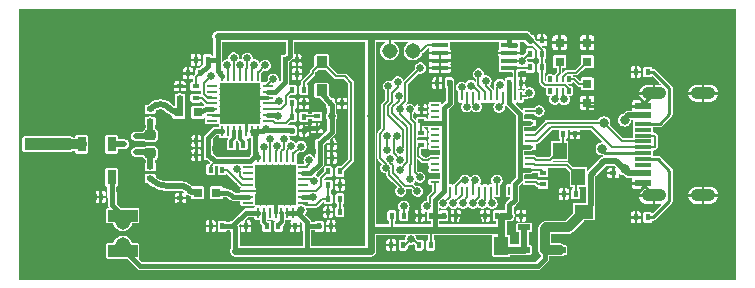
<source format=gtl>
%TF.GenerationSoftware,KiCad,Pcbnew,7.0.7*%
%TF.CreationDate,2023-12-21T17:24:57+09:00*%
%TF.ProjectId,pocket_sdr_v2.1,706f636b-6574-45f7-9364-725f76322e31,rev?*%
%TF.SameCoordinates,Original*%
%TF.FileFunction,Copper,L1,Top*%
%TF.FilePolarity,Positive*%
%FSLAX46Y46*%
G04 Gerber Fmt 4.6, Leading zero omitted, Abs format (unit mm)*
G04 Created by KiCad (PCBNEW 7.0.7) date 2023-12-21 17:24:57*
%MOMM*%
%LPD*%
G01*
G04 APERTURE LIST*
G04 Aperture macros list*
%AMRoundRect*
0 Rectangle with rounded corners*
0 $1 Rounding radius*
0 $2 $3 $4 $5 $6 $7 $8 $9 X,Y pos of 4 corners*
0 Add a 4 corners polygon primitive as box body*
4,1,4,$2,$3,$4,$5,$6,$7,$8,$9,$2,$3,0*
0 Add four circle primitives for the rounded corners*
1,1,$1+$1,$2,$3*
1,1,$1+$1,$4,$5*
1,1,$1+$1,$6,$7*
1,1,$1+$1,$8,$9*
0 Add four rect primitives between the rounded corners*
20,1,$1+$1,$2,$3,$4,$5,0*
20,1,$1+$1,$4,$5,$6,$7,0*
20,1,$1+$1,$6,$7,$8,$9,0*
20,1,$1+$1,$8,$9,$2,$3,0*%
G04 Aperture macros list end*
%TA.AperFunction,ComponentPad*%
%ADD10C,1.308000*%
%TD*%
%TA.AperFunction,SMDPad,CuDef*%
%ADD11R,0.450000X0.600000*%
%TD*%
%TA.AperFunction,SMDPad,CuDef*%
%ADD12R,0.800000X0.800000*%
%TD*%
%TA.AperFunction,SMDPad,CuDef*%
%ADD13R,1.450000X0.400000*%
%TD*%
%TA.AperFunction,SMDPad,CuDef*%
%ADD14R,0.330000X0.410000*%
%TD*%
%TA.AperFunction,SMDPad,CuDef*%
%ADD15R,4.350000X0.800000*%
%TD*%
%TA.AperFunction,SMDPad,CuDef*%
%ADD16R,3.800000X0.800000*%
%TD*%
%TA.AperFunction,SMDPad,CuDef*%
%ADD17R,0.800000X4.360000*%
%TD*%
%TA.AperFunction,SMDPad,CuDef*%
%ADD18R,0.800000X3.800000*%
%TD*%
%TA.AperFunction,ComponentPad*%
%ADD19C,4.600000*%
%TD*%
%TA.AperFunction,SMDPad,CuDef*%
%ADD20R,0.600000X0.450000*%
%TD*%
%TA.AperFunction,SMDPad,CuDef*%
%ADD21R,1.200000X1.600000*%
%TD*%
%TA.AperFunction,SMDPad,CuDef*%
%ADD22R,1.600000X1.200000*%
%TD*%
%TA.AperFunction,SMDPad,CuDef*%
%ADD23R,0.950000X0.260000*%
%TD*%
%TA.AperFunction,SMDPad,CuDef*%
%ADD24R,0.260000X0.950000*%
%TD*%
%TA.AperFunction,SMDPad,CuDef*%
%ADD25R,1.400000X1.400000*%
%TD*%
%TA.AperFunction,SMDPad,CuDef*%
%ADD26R,3.250000X3.250000*%
%TD*%
%TA.AperFunction,ComponentPad*%
%ADD27C,0.858000*%
%TD*%
%TA.AperFunction,SMDPad,CuDef*%
%ADD28R,0.900000X1.000000*%
%TD*%
%TA.AperFunction,SMDPad,CuDef*%
%ADD29R,4.500000X5.200000*%
%TD*%
%TA.AperFunction,SMDPad,CuDef*%
%ADD30R,2.050000X2.400000*%
%TD*%
%TA.AperFunction,ComponentPad*%
%ADD31C,0.700000*%
%TD*%
%TA.AperFunction,SMDPad,CuDef*%
%ADD32R,0.800000X0.250000*%
%TD*%
%TA.AperFunction,SMDPad,CuDef*%
%ADD33R,0.250000X0.800000*%
%TD*%
%TA.AperFunction,SMDPad,CuDef*%
%ADD34R,0.350000X0.500000*%
%TD*%
%TA.AperFunction,SMDPad,CuDef*%
%ADD35R,0.250000X0.500000*%
%TD*%
%TA.AperFunction,SMDPad,CuDef*%
%ADD36R,1.016000X0.508000*%
%TD*%
%TA.AperFunction,SMDPad,CuDef*%
%ADD37R,2.500000X1.000000*%
%TD*%
%TA.AperFunction,SMDPad,CuDef*%
%ADD38R,0.762000X1.270000*%
%TD*%
%TA.AperFunction,SMDPad,CuDef*%
%ADD39R,1.150000X1.400000*%
%TD*%
%TA.AperFunction,SMDPad,CuDef*%
%ADD40R,1.450000X0.600000*%
%TD*%
%TA.AperFunction,SMDPad,CuDef*%
%ADD41R,1.450000X0.300000*%
%TD*%
%TA.AperFunction,ComponentPad*%
%ADD42O,2.100000X1.050000*%
%TD*%
%TA.AperFunction,SMDPad,CuDef*%
%ADD43RoundRect,0.225000X0.250000X-0.225000X0.250000X0.225000X-0.250000X0.225000X-0.250000X-0.225000X0*%
%TD*%
%TA.AperFunction,SMDPad,CuDef*%
%ADD44R,4.000000X1.000000*%
%TD*%
%TA.AperFunction,ViaPad*%
%ADD45C,0.654800*%
%TD*%
%TA.AperFunction,ViaPad*%
%ADD46C,0.800000*%
%TD*%
%TA.AperFunction,Conductor*%
%ADD47C,0.152400*%
%TD*%
%TA.AperFunction,Conductor*%
%ADD48C,0.250000*%
%TD*%
%TA.AperFunction,Conductor*%
%ADD49C,0.406400*%
%TD*%
%TA.AperFunction,Conductor*%
%ADD50C,0.609600*%
%TD*%
%TA.AperFunction,Conductor*%
%ADD51C,0.304800*%
%TD*%
%TA.AperFunction,Conductor*%
%ADD52C,0.500000*%
%TD*%
%TA.AperFunction,Conductor*%
%ADD53C,0.812800*%
%TD*%
%TA.AperFunction,Conductor*%
%ADD54C,0.508000*%
%TD*%
%TA.AperFunction,Conductor*%
%ADD55C,0.203200*%
%TD*%
G04 APERTURE END LIST*
D10*
%TO.P,J3,1,P1*%
%TO.N,Net-(BIAS_T1-DC)*%
X129780000Y-111550000D03*
%TO.P,J3,2,P2*%
%TO.N,/+5V*%
X129780000Y-113550000D03*
%TD*%
D11*
%TO.P,C33,1,1*%
%TO.N,+3.3V*%
X138207400Y-111953600D03*
%TO.P,C33,2,2*%
%TO.N,GND*%
X137207400Y-111953600D03*
%TD*%
%TO.P,R11,1,P$1*%
%TO.N,GND*%
X173206300Y-111200000D03*
%TO.P,R11,2,P$2*%
%TO.N,Net-(J2-CC1)*%
X174206300Y-111200000D03*
%TD*%
D12*
%TO.P,LED2,1,+*%
%TO.N,Net-(AR1-P3)*%
X169107400Y-98003600D03*
%TO.P,LED2,2,P$2*%
%TO.N,GND*%
X169107400Y-96403600D03*
%TD*%
D11*
%TO.P,C36,1,1*%
%TO.N,+3.3V*%
X146457400Y-105003600D03*
%TO.P,C36,2,2*%
%TO.N,GND*%
X147457400Y-105003600D03*
%TD*%
%TO.P,C9,1,1*%
%TO.N,Net-(U2-LNAOUT_LO)*%
X141957400Y-111953600D03*
%TO.P,C9,2,2*%
%TO.N,Net-(U2-MIXIN_LO)*%
X142957400Y-111953600D03*
%TD*%
%TO.P,C17,1,1*%
%TO.N,+3.3V*%
X143507400Y-99053600D03*
%TO.P,C17,2,2*%
%TO.N,GND*%
X144507400Y-99053600D03*
%TD*%
D12*
%TO.P,L3,1,P$1*%
%TO.N,Net-(L3-P$1)*%
X136107400Y-109103600D03*
%TO.P,L3,2,P$2*%
%TO.N,Net-(L3-P$2)*%
X137707400Y-109103600D03*
%TD*%
D11*
%TO.P,C32,1,1*%
%TO.N,+3.3V*%
X137007400Y-105903600D03*
%TO.P,C32,2,2*%
%TO.N,GND*%
X136007400Y-105903600D03*
%TD*%
%TO.P,R12,1,P$1*%
%TO.N,GND*%
X173206300Y-98900000D03*
%TO.P,R12,2,P$2*%
%TO.N,Net-(J2-CC2)*%
X174206300Y-98900000D03*
%TD*%
D13*
%TO.P,U4,1,A0*%
%TO.N,Net-(J1-P2)*%
X156607400Y-96628600D03*
%TO.P,U4,2,A1*%
%TO.N,GND*%
X156607400Y-97278600D03*
%TO.P,U4,3,A2*%
X156607400Y-97928600D03*
%TO.P,U4,4,GND*%
X156607400Y-98578600D03*
%TO.P,U4,5,SDA*%
%TO.N,Net-(R7-P$1)*%
X162507400Y-98578600D03*
%TO.P,U4,6,SCL*%
%TO.N,Net-(R5-P$1)*%
X162507400Y-97928600D03*
%TO.P,U4,7,WP*%
%TO.N,GND*%
X162507400Y-97278600D03*
%TO.P,U4,8,VCC*%
%TO.N,+3.3V*%
X162507400Y-96628600D03*
%TD*%
D14*
%TO.P,RF_DIVIDER1,1,GND@1*%
%TO.N,GND*%
X129900000Y-104340000D03*
%TO.P,RF_DIVIDER1,2,INPUT*%
%TO.N,Net-(BIAS_T1-RF)*%
X129900000Y-105000000D03*
%TO.P,RF_DIVIDER1,3,GND@2*%
%TO.N,GND*%
X129900000Y-105660000D03*
%TO.P,RF_DIVIDER1,4,OUT1*%
%TO.N,Net-(R13-P$1)*%
X130900000Y-105660000D03*
%TO.P,RF_DIVIDER1,5,GND@3*%
%TO.N,GND*%
X130900000Y-105000000D03*
%TO.P,RF_DIVIDER1,6,OUT2*%
%TO.N,Net-(R13-P$2)*%
X130900000Y-104340000D03*
%TD*%
D15*
%TO.P,RF-SHEILD-CASE1,P1,GND*%
%TO.N,GND*%
X135231300Y-113105000D03*
D16*
%TO.P,RF-SHEILD-CASE1,P2,GND*%
X141606300Y-113105000D03*
D15*
%TO.P,RF-SHEILD-CASE1,P3,GND*%
X147981300Y-113105000D03*
D17*
%TO.P,RF-SHEILD-CASE1,P4,GND*%
X149756300Y-111330000D03*
D18*
%TO.P,RF-SHEILD-CASE1,P5,GND*%
X149756300Y-104955000D03*
D17*
%TO.P,RF-SHEILD-CASE1,P6,GND*%
X149756300Y-98580000D03*
D15*
%TO.P,RF-SHEILD-CASE1,P7,GND*%
X147981300Y-96805000D03*
D16*
%TO.P,RF-SHEILD-CASE1,P8,GND*%
X141606300Y-96805000D03*
D15*
%TO.P,RF-SHEILD-CASE1,P9,GND*%
X135231300Y-96805000D03*
D17*
%TO.P,RF-SHEILD-CASE1,P10,GND*%
X133456300Y-98580000D03*
D18*
%TO.P,RF-SHEILD-CASE1,P11,GND*%
X133456300Y-104955000D03*
D17*
%TO.P,RF-SHEILD-CASE1,P12,GND*%
X133456300Y-111330000D03*
%TD*%
D19*
%TO.P,U$54,EP*%
%TO.N,GND*%
X125001100Y-113500000D03*
%TD*%
D11*
%TO.P,R1,1,P$1*%
%TO.N,Net-(R1-P$1)*%
X145107400Y-102703600D03*
%TO.P,R1,2,P$2*%
%TO.N,Net-(R1-P$2)*%
X144107400Y-102703600D03*
%TD*%
%TO.P,C10,1,1*%
%TO.N,Net-(R3-P$1)*%
X148157400Y-110753600D03*
%TO.P,C10,2,2*%
%TO.N,GND*%
X147157400Y-110753600D03*
%TD*%
D20*
%TO.P,C6,1,1*%
%TO.N,Net-(R1-P$1)*%
X146207400Y-102653600D03*
%TO.P,C6,2,2*%
%TO.N,GND*%
X146207400Y-103653600D03*
%TD*%
D12*
%TO.P,L1,1,P$1*%
%TO.N,Net-(L1-P$1)*%
X134507400Y-102303600D03*
%TO.P,L1,2,P$2*%
%TO.N,Net-(L1-P$2)*%
X136107400Y-102303600D03*
%TD*%
D11*
%TO.P,R4,1,P$1*%
%TO.N,Net-(R4-P$1)*%
X138207400Y-107153600D03*
%TO.P,R4,2,P$2*%
%TO.N,+3.3V*%
X137207400Y-107153600D03*
%TD*%
%TO.P,C27,1,1*%
%TO.N,+3.3V*%
X156957400Y-111053600D03*
%TO.P,C27,2,2*%
%TO.N,GND*%
X157957400Y-111053600D03*
%TD*%
D20*
%TO.P,C29,1,1*%
%TO.N,+3.3V*%
X155057400Y-103053600D03*
%TO.P,C29,2,2*%
%TO.N,GND*%
X155057400Y-102053600D03*
%TD*%
%TO.P,C2,1,1*%
%TO.N,GND*%
X134607400Y-100103600D03*
%TO.P,C2,2,2*%
%TO.N,Net-(L1-P$1)*%
X134607400Y-101103600D03*
%TD*%
D12*
%TO.P,LED3,1,+*%
%TO.N,Net-(AR1-P5)*%
X166757400Y-98003600D03*
%TO.P,LED3,2,P$2*%
%TO.N,GND*%
X166757400Y-96403600D03*
%TD*%
%TO.P,LED1,1,+*%
%TO.N,Net-(AR1-P1)*%
X169107400Y-99903600D03*
%TO.P,LED1,2,P$2*%
%TO.N,GND*%
X169107400Y-101503600D03*
%TD*%
D21*
%TO.P,C24,P$1,1*%
%TO.N,+3.3V*%
X161807400Y-113603600D03*
%TO.P,C24,P$2,2*%
%TO.N,GND*%
X158607400Y-113603600D03*
%TD*%
D11*
%TO.P,C37,1,1*%
%TO.N,+3.3V*%
X161457400Y-111053600D03*
%TO.P,C37,2,2*%
%TO.N,GND*%
X160457400Y-111053600D03*
%TD*%
%TO.P,C35,1,1*%
%TO.N,+3.3V*%
X145357400Y-111953600D03*
%TO.P,C35,2,2*%
%TO.N,GND*%
X144357400Y-111953600D03*
%TD*%
%TO.P,C18,1,1*%
%TO.N,+3.3V*%
X146407400Y-111953600D03*
%TO.P,C18,2,2*%
%TO.N,GND*%
X147407400Y-111953600D03*
%TD*%
%TO.P,C11,1,1*%
%TO.N,Net-(R3-P$2)*%
X147157400Y-108453600D03*
%TO.P,C11,2,2*%
%TO.N,GND*%
X148157400Y-108453600D03*
%TD*%
D20*
%TO.P,C3,1,1*%
%TO.N,Net-(R13-P$1)*%
X132100000Y-106900000D03*
%TO.P,C3,2,2*%
%TO.N,Net-(L3-P$1)*%
X132100000Y-107900000D03*
%TD*%
D22*
%TO.P,C22,P$1,1*%
%TO.N,/+5V*%
X168807400Y-110703600D03*
%TO.P,C22,P$2,2*%
%TO.N,GND*%
X168807400Y-113903600D03*
%TD*%
D11*
%TO.P,C38,1,1*%
%TO.N,+3.3V*%
X146457400Y-106153600D03*
%TO.P,C38,2,2*%
%TO.N,GND*%
X147457400Y-106153600D03*
%TD*%
D20*
%TO.P,C1,1,1*%
%TO.N,Net-(R13-P$2)*%
X132100000Y-103050000D03*
%TO.P,C1,2,2*%
%TO.N,Net-(L1-P$1)*%
X132100000Y-102050000D03*
%TD*%
D11*
%TO.P,R8,1,P$1*%
%TO.N,Net-(R8-P$1)*%
X153557400Y-111053600D03*
%TO.P,R8,2,P$2*%
%TO.N,+3.3V*%
X152557400Y-111053600D03*
%TD*%
%TO.P,C12,1,1*%
%TO.N,/PLL_CLK*%
X148157400Y-107303600D03*
%TO.P,C12,2,2*%
%TO.N,Net-(U2-XTAL)*%
X147157400Y-107303600D03*
%TD*%
D19*
%TO.P,U$58,EP*%
%TO.N,GND*%
X177706300Y-113500000D03*
%TD*%
D23*
%TO.P,U2,1,CPOUT*%
%TO.N,Net-(R3-P$2)*%
X145047400Y-109953600D03*
%TO.P,U2,2,VCCCP*%
%TO.N,+3.3V*%
X145047400Y-109453600D03*
%TO.P,U2,3,XTAL*%
%TO.N,Net-(U2-XTAL)*%
X145047400Y-108953600D03*
%TO.P,U2,4,CLKOUT*%
%TO.N,unconnected-(U2-CLKOUT-Pad4)*%
X145047400Y-108453600D03*
%TO.P,U2,5,ADC_CLKIN*%
%TO.N,/DCLK*%
X145047400Y-107953600D03*
%TO.P,U2,6,VCCD*%
%TO.N,+3.3V*%
X145047400Y-107453600D03*
%TO.P,U2,7,SDATA*%
%TO.N,/SDATA*%
X145047400Y-106953600D03*
D24*
%TO.P,U2,8,SCLK*%
%TO.N,/SCLK*%
X144207400Y-106113600D03*
%TO.P,U2,9,CSN*%
%TO.N,/CSN_B*%
X143707400Y-106113600D03*
%TO.P,U2,10,Q1*%
%TO.N,/Q1_B*%
X143207400Y-106113600D03*
%TO.P,U2,11,Q0*%
%TO.N,/Q0_B*%
X142707400Y-106113600D03*
%TO.P,U2,12,I0*%
%TO.N,/I0_B*%
X142207400Y-106113600D03*
%TO.P,U2,13,I1*%
%TO.N,/I1_B*%
X141707400Y-106113600D03*
%TO.P,U2,14,VCCADC*%
%TO.N,+3.3V*%
X141207400Y-106113600D03*
D23*
%TO.P,U2,15,ANAIPOUT*%
%TO.N,unconnected-(U2-ANAIPOUT-Pad15)*%
X140367400Y-106953600D03*
%TO.P,U2,16,ANAINOUT*%
%TO.N,unconnected-(U2-ANAINOUT-Pad16)*%
X140367400Y-107453600D03*
%TO.P,U2,17,LD*%
%TO.N,/LOCK_B*%
X140367400Y-107953600D03*
%TO.P,U2,18,SHDN*%
%TO.N,Net-(R4-P$1)*%
X140367400Y-108453600D03*
%TO.P,U2,19,LNAIN_HI*%
%TO.N,GND*%
X140367400Y-108953600D03*
%TO.P,U2,20,LNAIN_LO*%
%TO.N,Net-(L3-P$2)*%
X140367400Y-109453600D03*
%TO.P,U2,21,NC*%
%TO.N,unconnected-(U2-NC-Pad21)*%
X140367400Y-109953600D03*
D24*
%TO.P,U2,22,VCCRF*%
%TO.N,+3.3V*%
X141207400Y-110793600D03*
%TO.P,U2,23,LNAOUT_LO*%
%TO.N,Net-(U2-LNAOUT_LO)*%
X141707400Y-110793600D03*
%TO.P,U2,24,LNAOUT_HI*%
%TO.N,unconnected-(U2-LNAOUT_HI-Pad24)*%
X142207400Y-110793600D03*
%TO.P,U2,25,MIXIN_HI*%
%TO.N,GND*%
X142707400Y-110793600D03*
%TO.P,U2,26,MIXIN_LO*%
%TO.N,Net-(U2-MIXIN_LO)*%
X143207400Y-110793600D03*
%TO.P,U2,27,VCCIF*%
%TO.N,+3.3V*%
X143707400Y-110793600D03*
%TO.P,U2,28,VCCVCO*%
X144207400Y-110793600D03*
D25*
%TO.P,U2,C1,EP*%
%TO.N,GND*%
X143557400Y-109303600D03*
%TO.P,U2,C2,EP*%
X143557400Y-107603600D03*
%TO.P,U2,C3,EP*%
X141857400Y-109303600D03*
%TO.P,U2,C4,EP*%
X141857400Y-107603600D03*
D26*
%TO.P,U2,EP,EP*%
X142707400Y-108453600D03*
D27*
%TO.P,U2,V1,EP*%
X143807400Y-109553600D03*
%TO.P,U2,V2,EP*%
X143807400Y-108453600D03*
%TO.P,U2,V3,EP*%
X143807400Y-107353600D03*
%TO.P,U2,V4,EP*%
X142707400Y-109553600D03*
%TO.P,U2,V5,EP*%
X142707400Y-108453600D03*
%TO.P,U2,V6,EP*%
X142707400Y-107353600D03*
%TO.P,U2,V7,EP*%
X141607400Y-109553600D03*
%TO.P,U2,V8,EP*%
X141607400Y-108453600D03*
%TO.P,U2,V9,EP*%
X141607400Y-107353600D03*
%TD*%
D11*
%TO.P,C8,1,1*%
%TO.N,/PLL_CLK*%
X145107400Y-100403600D03*
%TO.P,C8,2,2*%
%TO.N,Net-(U1-XTAL)*%
X144107400Y-100403600D03*
%TD*%
D10*
%TO.P,J1,1,P1*%
%TO.N,+3.3V*%
X152357400Y-97103600D03*
%TO.P,J1,2,P2*%
%TO.N,Net-(J1-P2)*%
X154357400Y-97103600D03*
%TD*%
D11*
%TO.P,C30,1,1*%
%TO.N,+3.3V*%
X136957400Y-97853600D03*
%TO.P,C30,2,2*%
%TO.N,GND*%
X135957400Y-97853600D03*
%TD*%
%TO.P,C31,1,1*%
%TO.N,+3.3V*%
X137007400Y-104753600D03*
%TO.P,C31,2,2*%
%TO.N,GND*%
X136007400Y-104753600D03*
%TD*%
%TO.P,C16,1,1*%
%TO.N,+3.3V*%
X144107400Y-103853600D03*
%TO.P,C16,2,2*%
%TO.N,GND*%
X145107400Y-103853600D03*
%TD*%
D28*
%TO.P,TCXO1,1,NC*%
%TO.N,GND*%
X148406300Y-100450000D03*
%TO.P,TCXO1,2,GND*%
X148406300Y-98050000D03*
%TO.P,TCXO1,3,OUT*%
%TO.N,/PLL_CLK*%
X146606300Y-98050000D03*
%TO.P,TCXO1,4,VDD*%
%TO.N,+3.3V*%
X146606300Y-100450000D03*
%TD*%
D29*
%TO.P,U3,EP1,EP*%
%TO.N,GND*%
X160207400Y-104953600D03*
D30*
%TO.P,U3,EP2,EP*%
X159032400Y-106303600D03*
%TO.P,U3,EP3,EP*%
X159032400Y-103603600D03*
%TO.P,U3,EP4,EP*%
X161382400Y-106303600D03*
%TO.P,U3,EP5,EP*%
X161382400Y-103603600D03*
D31*
%TO.P,U3,P$1,EP*%
X158407400Y-106053600D03*
%TO.P,U3,P$2,EP*%
X158407400Y-103853600D03*
%TO.P,U3,P$3,EP*%
X158407400Y-104953600D03*
%TO.P,U3,P$4,EP*%
X158407400Y-107153600D03*
%TO.P,U3,P$5,EP*%
X158407400Y-102753600D03*
%TO.P,U3,P$6,EP*%
X159607400Y-107153600D03*
%TO.P,U3,P$7,EP*%
X159607400Y-106053600D03*
%TO.P,U3,P$8,EP*%
X159607400Y-104953600D03*
%TO.P,U3,P$9,EP*%
X159607400Y-103853600D03*
%TO.P,U3,P$10,EP*%
X159607400Y-102753600D03*
%TO.P,U3,P$11,EP*%
X160807400Y-107153600D03*
%TO.P,U3,P$12,EP*%
X160807400Y-106053600D03*
%TO.P,U3,P$13,EP*%
X160807400Y-104953600D03*
%TO.P,U3,P$14,EP*%
X160807400Y-103853600D03*
%TO.P,U3,P$15,EP*%
X160807400Y-102753600D03*
%TO.P,U3,P$16,EP*%
X162007400Y-107153600D03*
%TO.P,U3,P$17,EP*%
X162007400Y-106053600D03*
%TO.P,U3,P$18,EP*%
X162007400Y-104953600D03*
%TO.P,U3,P$19,EP*%
X162007400Y-103853600D03*
%TO.P,U3,P$20,EP*%
X162007400Y-102753600D03*
D32*
%TO.P,U3,P1,RDY0/SLRD*%
%TO.N,Net-(R6-P$1)*%
X164207400Y-108203600D03*
%TO.P,U3,P2,RDY1/SLWR*%
%TO.N,GND*%
X164207400Y-107703600D03*
%TO.P,U3,P3,AVCC@1*%
%TO.N,+3.3V*%
X164207400Y-107203600D03*
%TO.P,U3,P4,XTALOUT*%
%TO.N,Net-(U3-XTALOUT)*%
X164207400Y-106703600D03*
%TO.P,U3,P5,XTALIN*%
%TO.N,Net-(U3-XTALIN)*%
X164207400Y-106203600D03*
%TO.P,U3,P6,AGND@1*%
%TO.N,GND*%
X164207400Y-105703600D03*
%TO.P,U3,P7,AVCC@2*%
%TO.N,+3.3V*%
X164207400Y-105203600D03*
%TO.P,U3,P8,DPLUS*%
%TO.N,Net-(J2-DP1)*%
X164207400Y-104703600D03*
%TO.P,U3,P9,DMINUS*%
%TO.N,Net-(J2-DN1)*%
X164207400Y-104203600D03*
%TO.P,U3,P10,AGND@2*%
%TO.N,GND*%
X164207400Y-103703600D03*
%TO.P,U3,P11,VCC@1*%
%TO.N,+3.3V*%
X164207400Y-103203600D03*
%TO.P,U3,P12,GND@1*%
%TO.N,GND*%
X164207400Y-102703600D03*
%TO.P,U3,P13,IFCLK/PE0*%
%TO.N,/DCLK*%
X164207400Y-102203600D03*
%TO.P,U3,P14,RESERVED*%
%TO.N,GND*%
X164207400Y-101703600D03*
D33*
%TO.P,U3,P15,SCL*%
%TO.N,Net-(R5-P$1)*%
X163457400Y-100953600D03*
%TO.P,U3,P16,SDA*%
%TO.N,Net-(R7-P$1)*%
X162957400Y-100953600D03*
%TO.P,U3,P17,VCC@2*%
%TO.N,+3.3V*%
X162457400Y-100953600D03*
%TO.P,U3,P18,PB0/FD0*%
%TO.N,/I0_A*%
X161957400Y-100953600D03*
%TO.P,U3,P19,PB1/FD1*%
%TO.N,/I1_A*%
X161457400Y-100953600D03*
%TO.P,U3,P20,PB2/FD2*%
%TO.N,/Q0_A*%
X160957400Y-100953600D03*
%TO.P,U3,P21,PB3/FD3*%
%TO.N,/Q1_A*%
X160457400Y-100953600D03*
%TO.P,U3,P22,PB4/FD4*%
%TO.N,/I0_B*%
X159957400Y-100953600D03*
%TO.P,U3,P23,PB5/FD5*%
%TO.N,/I1_B*%
X159457400Y-100953600D03*
%TO.P,U3,P24,PB6/FD6*%
%TO.N,/Q0_B*%
X158957400Y-100953600D03*
%TO.P,U3,P25,PB7/FD7*%
%TO.N,/Q1_B*%
X158457400Y-100953600D03*
%TO.P,U3,P26,GND@2*%
%TO.N,GND*%
X157957400Y-100953600D03*
%TO.P,U3,P27,VCC@3*%
%TO.N,+3.3V*%
X157457400Y-100953600D03*
%TO.P,U3,P28,GND@3*%
%TO.N,GND*%
X156957400Y-100953600D03*
D32*
%TO.P,U3,P29,CTL0/FLAGA*%
%TO.N,unconnected-(U3-CTL0{slash}FLAGA-PadP29)*%
X156207400Y-101703600D03*
%TO.P,U3,P30,CTL1/FLAGB*%
%TO.N,unconnected-(U3-CTL1{slash}FLAGB-PadP30)*%
X156207400Y-102203600D03*
%TO.P,U3,P31,CTL2/FLAGC*%
%TO.N,unconnected-(U3-CTL2{slash}FLAGC-PadP31)*%
X156207400Y-102703600D03*
%TO.P,U3,P32,VCC@4*%
%TO.N,+3.3V*%
X156207400Y-103203600D03*
%TO.P,U3,P33,PA0/INT0#*%
%TO.N,unconnected-(U3-PA0{slash}INT0#-PadP33)*%
X156207400Y-103703600D03*
%TO.P,U3,P34,PA1/INT1#*%
%TO.N,unconnected-(U3-PA1{slash}INT1#-PadP34)*%
X156207400Y-104203600D03*
%TO.P,U3,P35,PA2/SLOE*%
%TO.N,unconnected-(U3-PA2{slash}SLOE-PadP35)*%
X156207400Y-104703600D03*
%TO.P,U3,P36,PA3/WU2*%
%TO.N,unconnected-(U3-PA3{slash}WU2-PadP36)*%
X156207400Y-105203600D03*
%TO.P,U3,P37,PA4/FIFOADR0*%
%TO.N,GND*%
X156207400Y-105703600D03*
%TO.P,U3,P38,PA5/FIFOADR1*%
%TO.N,Net-(R10-P$1)*%
X156207400Y-106203600D03*
%TO.P,U3,P39,PA6/PKTEND*%
%TO.N,unconnected-(U3-PA6{slash}PKTEND-PadP39)*%
X156207400Y-106703600D03*
%TO.P,U3,P40,PA7/FLAGD/SLCS#*%
%TO.N,unconnected-(U3-PA7{slash}FLAGD{slash}SLCS#-PadP40)*%
X156207400Y-107203600D03*
%TO.P,U3,P41,GND@4*%
%TO.N,GND*%
X156207400Y-107703600D03*
%TO.P,U3,P42,RESET#*%
%TO.N,/RESET*%
X156207400Y-108203600D03*
D33*
%TO.P,U3,P43,VCC@6*%
%TO.N,+3.3V*%
X156957400Y-108953600D03*
%TO.P,U3,P44,WAKEUP*%
%TO.N,Net-(R8-P$1)*%
X157457400Y-108953600D03*
%TO.P,U3,P45,PD0/FD8*%
%TO.N,/CSN_A*%
X157957400Y-108953600D03*
%TO.P,U3,P46,PD1/FD9*%
%TO.N,/CSN_B*%
X158457400Y-108953600D03*
%TO.P,U3,P47,PD2/FD10*%
%TO.N,/SCLK*%
X158957400Y-108953600D03*
%TO.P,U3,P48,PD3/FD11*%
%TO.N,/SDATA*%
X159457400Y-108953600D03*
%TO.P,U3,P49,PD4/FD12*%
%TO.N,/LOCK_A*%
X159957400Y-108953600D03*
%TO.P,U3,P50,PD5/FD13*%
%TO.N,/LOCK_B*%
X160457400Y-108953600D03*
%TO.P,U3,P51,PD6/FD14*%
%TO.N,/LED1*%
X160957400Y-108953600D03*
%TO.P,U3,P52,PD7/FD15*%
%TO.N,/LED2*%
X161457400Y-108953600D03*
%TO.P,U3,P53,GND@5*%
%TO.N,GND*%
X161957400Y-108953600D03*
%TO.P,U3,P54,CLKOUT/PE1*%
%TO.N,unconnected-(U3-CLKOUT{slash}PE1-PadP54)*%
X162457400Y-108953600D03*
%TO.P,U3,P55,VCC@5*%
%TO.N,+3.3V*%
X162957400Y-108953600D03*
%TO.P,U3,P56,GND@6*%
%TO.N,GND*%
X163457400Y-108953600D03*
%TD*%
D34*
%TO.P,AR1,1,P1*%
%TO.N,Net-(AR1-P1)*%
X167557400Y-99503600D03*
%TO.P,AR1,2,P2*%
%TO.N,+3.3V*%
X167557400Y-100503600D03*
D35*
%TO.P,AR1,3,P3*%
%TO.N,Net-(AR1-P3)*%
X167007400Y-99503600D03*
%TO.P,AR1,4,P4*%
%TO.N,/LED1*%
X167007400Y-100503600D03*
%TO.P,AR1,5,P5*%
%TO.N,Net-(AR1-P5)*%
X166507400Y-99503600D03*
%TO.P,AR1,6,P6*%
%TO.N,/LED2*%
X166507400Y-100503600D03*
D34*
%TO.P,AR1,7,P7*%
%TO.N,unconnected-(AR1-P7-Pad7)*%
X165957400Y-99503600D03*
%TO.P,AR1,8,P8*%
%TO.N,unconnected-(AR1-P8-Pad8)*%
X165957400Y-100503600D03*
%TD*%
D11*
%TO.P,C20,1,1*%
%TO.N,GND*%
X168057400Y-104103600D03*
%TO.P,C20,2,2*%
%TO.N,Net-(U3-XTALIN)*%
X167057400Y-104103600D03*
%TD*%
D36*
%TO.P,U5,1,IN*%
%TO.N,/+5V*%
X166757400Y-113953600D03*
%TO.P,U5,2,GND*%
%TO.N,GND*%
X166757400Y-113003600D03*
%TO.P,U5,3,EN*%
%TO.N,/+5V*%
X166757400Y-112053600D03*
%TO.P,U5,4,NC*%
%TO.N,+3.3V*%
X163757400Y-112053600D03*
%TO.P,U5,5,OUT*%
X163757400Y-113953600D03*
%TD*%
D11*
%TO.P,R5,1,P$1*%
%TO.N,Net-(R5-P$1)*%
X164257400Y-97353600D03*
%TO.P,R5,2,P$2*%
%TO.N,+3.3V*%
X165257400Y-97353600D03*
%TD*%
%TO.P,R3,1,P$1*%
%TO.N,Net-(R3-P$1)*%
X148157400Y-109603600D03*
%TO.P,R3,2,P$2*%
%TO.N,Net-(R3-P$2)*%
X147157400Y-109603600D03*
%TD*%
%TO.P,C34,1,1*%
%TO.N,+3.3V*%
X139207400Y-111953600D03*
%TO.P,C34,2,2*%
%TO.N,GND*%
X140207400Y-111953600D03*
%TD*%
%TO.P,C28,1,1*%
%TO.N,+3.3V*%
X164257400Y-96203600D03*
%TO.P,C28,2,2*%
%TO.N,GND*%
X165257400Y-96203600D03*
%TD*%
D20*
%TO.P,C4,1,1*%
%TO.N,Net-(L3-P$1)*%
X134657400Y-108553600D03*
%TO.P,C4,2,2*%
%TO.N,GND*%
X134657400Y-109553600D03*
%TD*%
D11*
%TO.P,C41,1,1*%
%TO.N,+3.3V*%
X155907400Y-111053600D03*
%TO.P,C41,2,2*%
%TO.N,GND*%
X154907400Y-111053600D03*
%TD*%
%TO.P,C39,1,1*%
%TO.N,+3.3V*%
X143507400Y-97903600D03*
%TO.P,C39,2,2*%
%TO.N,GND*%
X144507400Y-97903600D03*
%TD*%
D23*
%TO.P,U1,1,CPOUT*%
%TO.N,Net-(R1-P$2)*%
X142047400Y-103053600D03*
%TO.P,U1,2,VCCCP*%
%TO.N,+3.3V*%
X142047400Y-102553600D03*
%TO.P,U1,3,XTAL*%
%TO.N,Net-(U1-XTAL)*%
X142047400Y-102053600D03*
%TO.P,U1,4,CLKOUT*%
%TO.N,/DCLK*%
X142047400Y-101553600D03*
%TO.P,U1,5,ADC_CLKIN*%
%TO.N,GND*%
X142047400Y-101053600D03*
%TO.P,U1,6,VCCD*%
%TO.N,+3.3V*%
X142047400Y-100553600D03*
%TO.P,U1,7,SDATA*%
%TO.N,/SDATA*%
X142047400Y-100053600D03*
D24*
%TO.P,U1,8,SCLK*%
%TO.N,/SCLK*%
X141207400Y-99213600D03*
%TO.P,U1,9,CSN*%
%TO.N,/CSN_A*%
X140707400Y-99213600D03*
%TO.P,U1,10,Q1*%
%TO.N,/Q1_A*%
X140207400Y-99213600D03*
%TO.P,U1,11,Q0*%
%TO.N,/Q0_A*%
X139707400Y-99213600D03*
%TO.P,U1,12,I0*%
%TO.N,/I0_A*%
X139207400Y-99213600D03*
%TO.P,U1,13,I1*%
%TO.N,/I1_A*%
X138707400Y-99213600D03*
%TO.P,U1,14,VCCADC*%
%TO.N,+3.3V*%
X138207400Y-99213600D03*
D23*
%TO.P,U1,15,ANAIPOUT*%
%TO.N,unconnected-(U1-ANAIPOUT-Pad15)*%
X137367400Y-100053600D03*
%TO.P,U1,16,ANAINOUT*%
%TO.N,unconnected-(U1-ANAINOUT-Pad16)*%
X137367400Y-100553600D03*
%TO.P,U1,17,LD*%
%TO.N,/LOCK_A*%
X137367400Y-101053600D03*
%TO.P,U1,18,SHDN*%
%TO.N,Net-(R2-P$1)*%
X137367400Y-101553600D03*
%TO.P,U1,19,LNAIN_HI*%
%TO.N,Net-(L1-P$2)*%
X137367400Y-102053600D03*
%TO.P,U1,20,LNAIN_LO*%
%TO.N,GND*%
X137367400Y-102553600D03*
%TO.P,U1,21,NC*%
%TO.N,unconnected-(U1-NC-Pad21)*%
X137367400Y-103053600D03*
D24*
%TO.P,U1,22,VCCRF*%
%TO.N,+3.3V*%
X138207400Y-103893600D03*
%TO.P,U1,23,LNAOUT_LO*%
%TO.N,unconnected-(U1-LNAOUT_LO-Pad23)*%
X138707400Y-103893600D03*
%TO.P,U1,24,LNAOUT_HI*%
%TO.N,Net-(U1-LNAOUT_HI)*%
X139207400Y-103893600D03*
%TO.P,U1,25,MIXIN_HI*%
%TO.N,Net-(U1-MIXIN_HI)*%
X139707400Y-103893600D03*
%TO.P,U1,26,MIXIN_LO*%
%TO.N,GND*%
X140207400Y-103893600D03*
%TO.P,U1,27,VCCIF*%
%TO.N,+3.3V*%
X140707400Y-103893600D03*
%TO.P,U1,28,VCCVCO*%
X141207400Y-103893600D03*
D25*
%TO.P,U1,C1,EP*%
%TO.N,GND*%
X140557400Y-102403600D03*
%TO.P,U1,C2,EP*%
X140557400Y-100703600D03*
%TO.P,U1,C3,EP*%
X138857400Y-102403600D03*
%TO.P,U1,C4,EP*%
X138857400Y-100703600D03*
D26*
%TO.P,U1,EP,EP*%
X139707400Y-101553600D03*
D27*
%TO.P,U1,V1,EP*%
X140807400Y-102653600D03*
%TO.P,U1,V2,EP*%
X140807400Y-101553600D03*
%TO.P,U1,V3,EP*%
X140807400Y-100453600D03*
%TO.P,U1,V4,EP*%
X139707400Y-102653600D03*
%TO.P,U1,V5,EP*%
X139707400Y-101553600D03*
%TO.P,U1,V6,EP*%
X139707400Y-100453600D03*
%TO.P,U1,V7,EP*%
X138607400Y-102653600D03*
%TO.P,U1,V8,EP*%
X138607400Y-101553600D03*
%TO.P,U1,V9,EP*%
X138607400Y-100453600D03*
%TD*%
D20*
%TO.P,R10,1,P$1*%
%TO.N,Net-(R10-P$1)*%
X155057400Y-105053600D03*
%TO.P,R10,2,P$2*%
%TO.N,+3.3V*%
X155057400Y-104053600D03*
%TD*%
D37*
%TO.P,F1,1,1*%
%TO.N,Net-(BIAS_T1-DC)*%
X129780000Y-111050000D03*
%TO.P,F1,2,2*%
%TO.N,/+5V*%
X129780000Y-114050000D03*
%TD*%
D38*
%TO.P,BIAS_T1,1,DC*%
%TO.N,Net-(BIAS_T1-DC)*%
X128820000Y-107800000D03*
%TO.P,BIAS_T1,2,ISOLATE*%
%TO.N,GND*%
X126280000Y-107800000D03*
%TO.P,BIAS_T1,3,RF&DC*%
%TO.N,Net-(BIAS_T1-RF&DC)*%
X126280000Y-105006000D03*
%TO.P,BIAS_T1,4,RF*%
%TO.N,Net-(BIAS_T1-RF)*%
X128820000Y-105006000D03*
%TD*%
D11*
%TO.P,R9,1,P$1*%
%TO.N,/RESET*%
X154857400Y-113553600D03*
%TO.P,R9,2,P$2*%
%TO.N,+3.3V*%
X155857400Y-113553600D03*
%TD*%
%TO.P,C40,1,1*%
%TO.N,+3.3V*%
X162507400Y-111053600D03*
%TO.P,C40,2,2*%
%TO.N,GND*%
X163507400Y-111053600D03*
%TD*%
D20*
%TO.P,C23,1,1*%
%TO.N,/+5V*%
X171307400Y-106453600D03*
%TO.P,C23,2,2*%
%TO.N,GND*%
X171307400Y-107453600D03*
%TD*%
D19*
%TO.P,U$53,EP*%
%TO.N,GND*%
X125001100Y-96450000D03*
%TD*%
D11*
%TO.P,R7,1,P$1*%
%TO.N,Net-(R7-P$1)*%
X164257400Y-98503600D03*
%TO.P,R7,2,P$2*%
%TO.N,+3.3V*%
X165257400Y-98503600D03*
%TD*%
%TO.P,C5,1,1*%
%TO.N,Net-(U1-LNAOUT_HI)*%
X138957400Y-105053600D03*
%TO.P,C5,2,2*%
%TO.N,Net-(U1-MIXIN_HI)*%
X139957400Y-105053600D03*
%TD*%
%TO.P,C19,1,1*%
%TO.N,GND*%
X167107400Y-109203600D03*
%TO.P,C19,2,2*%
%TO.N,Net-(U3-XTALOUT)*%
X168107400Y-109203600D03*
%TD*%
D20*
%TO.P,R6,1,P$1*%
%TO.N,Net-(R6-P$1)*%
X165357400Y-108403600D03*
%TO.P,R6,2,P$2*%
%TO.N,+3.3V*%
X165357400Y-107403600D03*
%TD*%
D11*
%TO.P,C26,1,1*%
%TO.N,+3.3V*%
X162507400Y-99803600D03*
%TO.P,C26,2,2*%
%TO.N,GND*%
X163507400Y-99803600D03*
%TD*%
D39*
%TO.P,XTAL1,P1,XTAL1*%
%TO.N,Net-(U3-XTALOUT)*%
X168356300Y-107750000D03*
%TO.P,XTAL1,P2,GND*%
%TO.N,GND*%
X168356300Y-105550000D03*
%TO.P,XTAL1,P3,XTAL2*%
%TO.N,Net-(U3-XTALIN)*%
X166756300Y-105550000D03*
%TO.P,XTAL1,P4,GND*%
%TO.N,GND*%
X166756300Y-107750000D03*
%TD*%
D11*
%TO.P,C42,1,1*%
%TO.N,+3.3V*%
X136307400Y-99003600D03*
%TO.P,C42,2,2*%
%TO.N,GND*%
X135307400Y-99003600D03*
%TD*%
D40*
%TO.P,J2,A1B12,GND*%
%TO.N,GND*%
X173811300Y-108270000D03*
%TO.P,J2,A4B9,VBUS*%
%TO.N,/+5V*%
X173811300Y-107470000D03*
D41*
%TO.P,J2,A5,CC1*%
%TO.N,Net-(J2-CC1)*%
X173811300Y-106270000D03*
%TO.P,J2,A6,DP1*%
%TO.N,Net-(J2-DP1)*%
X173811300Y-105270000D03*
%TO.P,J2,A7,DN1*%
%TO.N,Net-(J2-DN1)*%
X173811300Y-104770000D03*
%TO.P,J2,A8,SBU1*%
%TO.N,unconnected-(J2-SBU1-PadA8)*%
X173811300Y-103770000D03*
D40*
%TO.P,J2,B1A12,GND*%
%TO.N,GND*%
X173811300Y-101770000D03*
%TO.P,J2,B4A9,VBUS*%
%TO.N,/+5V*%
X173811300Y-102570000D03*
D41*
%TO.P,J2,B5,CC2*%
%TO.N,Net-(J2-CC2)*%
X173811300Y-103270000D03*
%TO.P,J2,B6,DP2*%
%TO.N,Net-(J2-DP1)*%
X173811300Y-104270000D03*
%TO.P,J2,B7,DN2*%
%TO.N,Net-(J2-DN1)*%
X173811300Y-105770000D03*
%TO.P,J2,B8,SBU2*%
%TO.N,unconnected-(J2-SBU2-PadB8)*%
X173811300Y-106770000D03*
D42*
%TO.P,J2,S1,SHIELD*%
%TO.N,GND*%
X174726300Y-109340000D03*
%TO.P,J2,S2,SHIELD*%
X174726300Y-100700000D03*
%TO.P,J2,S3,SHIELD*%
X178906300Y-109340000D03*
%TO.P,J2,S4,SHIELD*%
X178906300Y-100700000D03*
%TD*%
D19*
%TO.P,U$55,EP*%
%TO.N,GND*%
X177706300Y-96450000D03*
%TD*%
D43*
%TO.P,R13,1,P$1*%
%TO.N,Net-(R13-P$1)*%
X132105400Y-105766200D03*
%TO.P,R13,2,P$2*%
%TO.N,Net-(R13-P$2)*%
X132105400Y-104216200D03*
%TD*%
D44*
%TO.P,J4,P1,RF*%
%TO.N,Net-(BIAS_T1-RF&DC)*%
X123401100Y-105003600D03*
%TO.P,J4,P2,GND*%
%TO.N,GND*%
X123401100Y-107753600D03*
%TO.P,J4,P3,GND*%
X123401100Y-102253600D03*
%TD*%
D11*
%TO.P,C13,1,1*%
%TO.N,+3.3V*%
X147357400Y-101553600D03*
%TO.P,C13,2,2*%
%TO.N,GND*%
X148357400Y-101553600D03*
%TD*%
%TO.P,C7,1,1*%
%TO.N,Net-(R1-P$2)*%
X144107400Y-101553600D03*
%TO.P,C7,2,2*%
%TO.N,GND*%
X145107400Y-101553600D03*
%TD*%
%TO.P,C25,1,1*%
%TO.N,+3.3V*%
X157407400Y-99803600D03*
%TO.P,C25,2,2*%
%TO.N,GND*%
X156407400Y-99803600D03*
%TD*%
%TO.P,C21,1,1*%
%TO.N,/RESET*%
X153507400Y-113553600D03*
%TO.P,C21,2,2*%
%TO.N,GND*%
X152507400Y-113553600D03*
%TD*%
%TO.P,C14,1,1*%
%TO.N,GND*%
X127901100Y-109453600D03*
%TO.P,C14,2,2*%
%TO.N,Net-(BIAS_T1-DC)*%
X128901100Y-109453600D03*
%TD*%
D20*
%TO.P,R2,1,P$1*%
%TO.N,Net-(R2-P$1)*%
X135957400Y-101103600D03*
%TO.P,R2,2,P$2*%
%TO.N,+3.3V*%
X135957400Y-100103600D03*
%TD*%
D45*
%TO.N,GND*%
X143657400Y-113103600D03*
X139207400Y-110153600D03*
X139457400Y-105753600D03*
X165007400Y-101353600D03*
X168807400Y-114903600D03*
X130700000Y-103600000D03*
D46*
X178906300Y-101800000D03*
D45*
X137457400Y-108053600D03*
X124051100Y-106153600D03*
X149757400Y-101803600D03*
X138107400Y-105053600D03*
X135407400Y-104753600D03*
X142757400Y-113103600D03*
X140857400Y-111953600D03*
X125651100Y-103853600D03*
X136157400Y-96803600D03*
X131250000Y-102853600D03*
X149757400Y-103453600D03*
X138607400Y-113103600D03*
X146207400Y-96803600D03*
X121651100Y-106153600D03*
D46*
X132000000Y-99000000D03*
D45*
X160507400Y-114553600D03*
X129001100Y-106203600D03*
D46*
X135000000Y-95000000D03*
D45*
X169406300Y-104400000D03*
X133457400Y-99453600D03*
X137807400Y-113103600D03*
D46*
X126000000Y-100000000D03*
D45*
X123251100Y-106153600D03*
X153357400Y-97903600D03*
D46*
X122000000Y-99000000D03*
X123000000Y-101000000D03*
D45*
X152057400Y-109403600D03*
X164157400Y-111053600D03*
X144157400Y-94803600D03*
X148157400Y-103503600D03*
X145157400Y-97903600D03*
X148007400Y-96803600D03*
D46*
X173106300Y-100700000D03*
D45*
X131900000Y-108950000D03*
X165356300Y-109750000D03*
X166507400Y-115103600D03*
X169556300Y-106100000D03*
X128201100Y-103853600D03*
X166857400Y-110703600D03*
X147057400Y-96803600D03*
X133457400Y-113103600D03*
X135300000Y-114400000D03*
X132650000Y-109200000D03*
D46*
X132000000Y-97000000D03*
D45*
X133457400Y-96803600D03*
D46*
X173106300Y-109350000D03*
D45*
X148907400Y-113103600D03*
X138207400Y-94803600D03*
X135307400Y-103303600D03*
X164257400Y-95003600D03*
X129751100Y-103600000D03*
D46*
X129000000Y-99000000D03*
D45*
X133045200Y-107594400D03*
D46*
X129000000Y-97000000D03*
D45*
X149757400Y-110353600D03*
X152207400Y-94803600D03*
X171307400Y-115103600D03*
X155057400Y-101503600D03*
X146257400Y-113103600D03*
X123251100Y-103853600D03*
X133457400Y-112203600D03*
X131800000Y-101250000D03*
X135657400Y-110203600D03*
X127601100Y-107753600D03*
X133457400Y-109553600D03*
X127301100Y-109453600D03*
X146757400Y-103453600D03*
D46*
X129000000Y-95000000D03*
D45*
X159807400Y-111453600D03*
X171307400Y-108103600D03*
X146207400Y-101703600D03*
X148907400Y-96803600D03*
X133857400Y-107603600D03*
X138307400Y-110203600D03*
X136207400Y-113103600D03*
X154307400Y-111053600D03*
X137457400Y-110203600D03*
X133457400Y-103303600D03*
X149757400Y-97903600D03*
X133457400Y-106703600D03*
X141907400Y-113103600D03*
X141007400Y-113103600D03*
X127351100Y-103853600D03*
X149757400Y-112203600D03*
X133457400Y-100303600D03*
X121651100Y-103853600D03*
X155757400Y-99353600D03*
X144507400Y-113103600D03*
X157557400Y-113653600D03*
X135407400Y-105903600D03*
X159707400Y-97203600D03*
X138507400Y-96753600D03*
X125651100Y-106153600D03*
D46*
X129000000Y-101000000D03*
D45*
X123051100Y-109553600D03*
X139157400Y-108503600D03*
X127601100Y-105403600D03*
D46*
X126000000Y-102000000D03*
D45*
X164107400Y-99803600D03*
X134657400Y-99003600D03*
X148057400Y-104553600D03*
X126501100Y-103853600D03*
X133457400Y-98553600D03*
X135307400Y-97853600D03*
X133457400Y-104153600D03*
X161957400Y-109703600D03*
X158607400Y-111453600D03*
X129751100Y-106400000D03*
X133457400Y-97653600D03*
X134657400Y-110153600D03*
X131250000Y-107600000D03*
X137007400Y-96803600D03*
X165007400Y-105703600D03*
X132550000Y-100900000D03*
X169106300Y-94500000D03*
X128600000Y-115400000D03*
X135257400Y-96803600D03*
X134307400Y-96803600D03*
X132958200Y-102553600D03*
X128201100Y-106153600D03*
X160557400Y-94803600D03*
X133457400Y-111253600D03*
X134807400Y-107603600D03*
X138357400Y-108053600D03*
X149757400Y-96803600D03*
X124851100Y-103853600D03*
X127601100Y-106953600D03*
X134357400Y-113103600D03*
X127601100Y-104603600D03*
X127601100Y-108603600D03*
X148007400Y-111953600D03*
X126501100Y-106153600D03*
X148007400Y-113103600D03*
X152257400Y-114553600D03*
X138457400Y-105753600D03*
X133457400Y-105003600D03*
X144607400Y-96803600D03*
X131250000Y-108450000D03*
X130600000Y-106400000D03*
X131250000Y-106800000D03*
X127351100Y-106153600D03*
X149757400Y-104503600D03*
X136207400Y-103303600D03*
X135607400Y-107953600D03*
X136557400Y-108053600D03*
X143757400Y-111953600D03*
X155407400Y-105803600D03*
X129001100Y-103853600D03*
X133457400Y-110403600D03*
X131250000Y-101953600D03*
X124851100Y-106153600D03*
D46*
X178906300Y-108250000D03*
X132000000Y-95000000D03*
D45*
X140157400Y-113103600D03*
X149757400Y-111253600D03*
X137057400Y-113103600D03*
X146507400Y-110803600D03*
X134357400Y-103303600D03*
X133457400Y-105853600D03*
X145407400Y-96803600D03*
X149757400Y-109553600D03*
X136557400Y-110203600D03*
X135307400Y-113103600D03*
X149757400Y-108503600D03*
X149757400Y-113103600D03*
X147107400Y-113103600D03*
X122451100Y-103853600D03*
X124051100Y-103853600D03*
X122451100Y-106153600D03*
X136557400Y-111953600D03*
%TO.N,+3.3V*%
X147457400Y-102641832D03*
X142919168Y-102641832D03*
X145907400Y-109509600D03*
X141881121Y-103677322D03*
X144857400Y-110613400D03*
X150757400Y-102653600D03*
%TO.N,/LED1*%
X161032400Y-110003600D03*
X167157400Y-101203600D03*
%TO.N,/LED2*%
X161457400Y-108053600D03*
X166337893Y-101187632D03*
%TO.N,/RESET*%
X154157400Y-113053600D03*
X155507400Y-110253600D03*
D46*
%TO.N,/+5V*%
X172256300Y-102950000D03*
X172256300Y-107100000D03*
D45*
%TO.N,Net-(R5-P$1)*%
X163557400Y-97928600D03*
X164207400Y-100653600D03*
%TO.N,Net-(R8-P$1)*%
X153582400Y-110278600D03*
X156907400Y-110003600D03*
%TO.N,/DCLK*%
X143007400Y-101353600D03*
X153215093Y-102047600D03*
X154961621Y-98557822D03*
X165007400Y-102203600D03*
X154073531Y-107961282D03*
X145990400Y-108123800D03*
%TO.N,/SDATA*%
X153118200Y-100885200D03*
X153231212Y-107152400D03*
X145557400Y-106353600D03*
X159616893Y-108073800D03*
X142513400Y-99503600D03*
%TO.N,/SCLK*%
X152257400Y-100092600D03*
X153307400Y-108953600D03*
X152057400Y-107003600D03*
X144857400Y-105208800D03*
X141837200Y-98315288D03*
X158564600Y-110003600D03*
%TO.N,/CSN_A*%
X140912600Y-98281444D03*
X158759693Y-108073800D03*
X153272800Y-105459600D03*
X153057400Y-99747600D03*
%TO.N,/Q1_A*%
X140313400Y-97733400D03*
X159886043Y-99073800D03*
%TO.N,/Q0_A*%
X139719400Y-98303600D03*
X160507400Y-99653600D03*
%TO.N,/I0_A*%
X161646331Y-101856225D03*
X139163400Y-97703600D03*
%TO.N,/I1_A*%
X138607400Y-98303600D03*
X161707400Y-99953600D03*
%TO.N,/LOCK_A*%
X154057400Y-102053600D03*
X159414600Y-110003600D03*
X154907400Y-107803600D03*
X137237200Y-99209600D03*
%TO.N,/CSN_B*%
X144007350Y-105158800D03*
X152413400Y-106258400D03*
X157757400Y-110003600D03*
X154725553Y-108985447D03*
%TO.N,/Q1_B*%
X143425400Y-104536600D03*
X152130000Y-105465600D03*
X158456193Y-100191113D03*
X152130693Y-104327750D03*
%TO.N,/Q0_B*%
X158882400Y-101828600D03*
X142813400Y-105153600D03*
%TO.N,/I0_B*%
X159263390Y-100047610D03*
X142263400Y-104536600D03*
%TO.N,/I1_B*%
X159707400Y-101833400D03*
X153257400Y-106303600D03*
X152963400Y-104336600D03*
X141690400Y-105203600D03*
%TO.N,/LOCK_B*%
X139412600Y-107146600D03*
X160221800Y-110003600D03*
D46*
%TO.N,Net-(J2-DN1)*%
X170356300Y-105400000D03*
X170506300Y-103200000D03*
%TD*%
D47*
%TO.N,Net-(AR1-P1)*%
X167557400Y-99503600D02*
X168007400Y-99503600D01*
X168407400Y-99903600D02*
X169107400Y-99903600D01*
X168407400Y-99903600D02*
X168007400Y-99503600D01*
%TO.N,Net-(AR1-P3)*%
X167007400Y-99503600D02*
X167007400Y-99303600D01*
X167357400Y-98953600D02*
X167007400Y-99303600D01*
X168157400Y-98953600D02*
X167357400Y-98953600D01*
X169107400Y-98003600D02*
X168157400Y-98953600D01*
D48*
%TO.N,GND*%
X173106300Y-109400000D02*
X173156300Y-109350000D01*
X173811300Y-101770000D02*
X173811300Y-101405000D01*
X140907400Y-101053600D02*
X140557400Y-100703600D01*
X173106300Y-100700000D02*
X173256300Y-100700000D01*
X171473800Y-108270000D02*
X171307400Y-108103600D01*
X173156300Y-109350000D02*
X173106300Y-109350000D01*
X142047400Y-101053600D02*
X140907400Y-101053600D01*
X138707400Y-102553600D02*
X138857400Y-102403600D01*
X173811300Y-108270000D02*
X173811300Y-108425000D01*
X173811300Y-101770000D02*
X173811300Y-101615000D01*
X140207400Y-102753600D02*
X140557400Y-102403600D01*
X173106300Y-109350000D02*
X173106300Y-109400000D01*
D49*
X145307400Y-103653600D02*
X146207400Y-103653600D01*
D48*
X173166300Y-109340000D02*
X173156300Y-109350000D01*
X142707400Y-110793600D02*
X142707400Y-109553600D01*
X173811300Y-101615000D02*
X174726300Y-100700000D01*
X173811300Y-108425000D02*
X174726300Y-109340000D01*
X173811300Y-101770000D02*
X169373800Y-101770000D01*
X173811300Y-108270000D02*
X173811300Y-108645000D01*
X169373800Y-101770000D02*
X169107400Y-101503600D01*
D49*
X145107400Y-103853600D02*
X145307400Y-103653600D01*
D48*
X140207400Y-103893600D02*
X140207400Y-102753600D01*
X173811300Y-108270000D02*
X171473800Y-108270000D01*
X173811300Y-101405000D02*
X173106300Y-100700000D01*
X173811300Y-108645000D02*
X173106300Y-109350000D01*
X137367400Y-102553600D02*
X138707400Y-102553600D01*
D49*
%TO.N,+3.3V*%
X137007400Y-104753600D02*
X137007400Y-105903600D01*
X162957400Y-108953600D02*
X162957400Y-109703600D01*
X147357400Y-101553600D02*
X147357400Y-101503600D01*
D50*
X161807400Y-111053600D02*
X162507400Y-111053600D01*
D49*
X156207400Y-109703600D02*
X156207400Y-111003600D01*
X141007400Y-106113600D02*
X141207400Y-106113600D01*
D50*
X150757400Y-102653600D02*
X150757400Y-112253600D01*
D47*
X152557400Y-111053600D02*
X152557400Y-112253600D01*
D49*
X145907400Y-109509600D02*
X145851400Y-109453600D01*
D50*
X143907400Y-95853600D02*
X137807400Y-95853600D01*
D49*
X145657400Y-107453600D02*
X146457400Y-106653600D01*
D50*
X150757400Y-112253600D02*
X150757400Y-114064200D01*
D47*
X165257400Y-99703600D02*
X165557400Y-100003600D01*
D49*
X144081121Y-103827322D02*
X144107400Y-103853600D01*
X137807400Y-97853600D02*
X136957400Y-97853600D01*
X139307400Y-112053600D02*
X139307400Y-114064200D01*
X157457400Y-101503600D02*
X157457400Y-100953600D01*
X157007400Y-101953600D02*
X157007400Y-103203600D01*
X156207400Y-111053600D02*
X156957400Y-111053600D01*
X156957400Y-108425707D02*
X156957400Y-108953600D01*
X145357400Y-111953600D02*
X145357400Y-114064200D01*
X162507400Y-110153600D02*
X162507400Y-111053600D01*
X164207400Y-103203600D02*
X163407400Y-103203600D01*
X157007400Y-108375707D02*
X156957400Y-108425707D01*
X162507400Y-96628600D02*
X162507400Y-95903600D01*
D50*
X150757400Y-112253600D02*
X152557400Y-112253600D01*
D49*
X139207400Y-111953600D02*
X139207400Y-111803600D01*
X156207400Y-111053600D02*
X156207400Y-112003600D01*
D47*
X165257400Y-98503600D02*
X165257400Y-99703600D01*
D49*
X136307400Y-99003600D02*
X136957400Y-98353600D01*
D51*
X141207400Y-110793600D02*
X141199400Y-110793600D01*
D49*
X163407400Y-105203600D02*
X163407400Y-107203600D01*
X163407400Y-102431494D02*
X163407400Y-103203600D01*
X163457400Y-107203600D02*
X164207400Y-107203600D01*
D47*
X137207400Y-106823600D02*
X137567400Y-106463600D01*
D50*
X155957400Y-112253600D02*
X161807400Y-112253600D01*
D49*
X157007400Y-101953600D02*
X157457400Y-101503600D01*
X147357400Y-101503600D02*
X146607400Y-100753600D01*
X137007400Y-104453600D02*
X137007400Y-104753600D01*
X147457400Y-101653600D02*
X147457400Y-102641832D01*
X139207400Y-111953600D02*
X138207400Y-111953600D01*
X162457400Y-100953600D02*
X162457400Y-99853600D01*
D50*
X163907400Y-95853600D02*
X164257400Y-96203600D01*
D49*
X143507400Y-99053600D02*
X143507400Y-99703600D01*
X162457400Y-99853600D02*
X162507400Y-99803600D01*
X137807400Y-95853600D02*
X137807400Y-97853600D01*
X162507400Y-96628600D02*
X162532400Y-96603600D01*
D50*
X145407400Y-114064200D02*
X150757400Y-114064200D01*
D47*
X137207400Y-107153600D02*
X137207400Y-106823600D01*
D49*
X162457400Y-100953600D02*
X162457400Y-101481494D01*
D47*
X165257400Y-97353600D02*
X165257400Y-97053600D01*
D49*
X137567400Y-106463600D02*
X137007400Y-105903600D01*
X136957400Y-98353600D02*
X136957400Y-98006725D01*
D50*
X161807400Y-113603600D02*
X161807400Y-112253600D01*
D47*
X165157400Y-107203600D02*
X165357400Y-107403600D01*
D49*
X157457400Y-99743600D02*
X157407400Y-99803600D01*
X141199400Y-110793600D02*
X140217400Y-110793600D01*
X162507400Y-95903600D02*
X162557400Y-95853600D01*
X142657400Y-100553600D02*
X142047400Y-100553600D01*
X145047400Y-107453600D02*
X145657400Y-107453600D01*
X147457400Y-103941832D02*
X146457400Y-104941832D01*
X140707400Y-103893600D02*
X141007400Y-104193600D01*
X147357400Y-101553600D02*
X147457400Y-101653600D01*
X162457400Y-101481494D02*
X163407400Y-102431494D01*
X141881121Y-103677322D02*
X142031121Y-103827322D01*
X144607400Y-110863400D02*
X144857400Y-110613400D01*
X145390400Y-114047200D02*
X145407400Y-114064200D01*
D47*
X136957400Y-98006725D02*
X136957400Y-97853600D01*
D49*
X141664843Y-103893600D02*
X141207400Y-103893600D01*
D47*
X165257400Y-97053600D02*
X164407400Y-96203600D01*
D49*
X162507400Y-96628600D02*
X162982400Y-96628600D01*
D47*
X165257400Y-97353600D02*
X165257400Y-98503600D01*
X155857400Y-113553600D02*
X155857400Y-112353600D01*
D49*
X156207400Y-103203600D02*
X155207400Y-103203600D01*
D50*
X150757400Y-95853600D02*
X152357400Y-95853600D01*
X152557400Y-112253600D02*
X155957400Y-112253600D01*
D49*
X137807400Y-98813600D02*
X138207400Y-99213600D01*
X156207400Y-111003600D02*
X156207400Y-111053600D01*
X141207400Y-103893600D02*
X140707400Y-103893600D01*
X163407400Y-107203600D02*
X163457400Y-107203600D01*
X138207400Y-103893600D02*
X137567400Y-103893600D01*
X146457400Y-105003600D02*
X146457400Y-106153600D01*
D50*
X163757400Y-113953600D02*
X162157400Y-113953600D01*
D49*
X145851400Y-109453600D02*
X145047400Y-109453600D01*
X143907400Y-97503600D02*
X143907400Y-95853600D01*
X141207400Y-106113600D02*
X140907400Y-106113600D01*
D47*
X165257400Y-98503600D02*
X165357400Y-98603600D01*
D50*
X161807400Y-111053600D02*
X161807400Y-112253600D01*
D47*
X167207400Y-100003600D02*
X167557400Y-100353600D01*
D49*
X143907400Y-97503600D02*
X143507400Y-97903600D01*
X156957400Y-108953600D02*
X156207400Y-109703600D01*
X163407400Y-107953600D02*
X162957400Y-108403600D01*
X143724000Y-110793600D02*
X144207400Y-110793600D01*
D50*
X150757400Y-102653600D02*
X150757400Y-95853600D01*
D49*
X137567400Y-103893600D02*
X137007400Y-104453600D01*
D47*
X155057400Y-103353600D02*
X155207400Y-103203600D01*
X164407400Y-96203600D02*
X164257400Y-96203600D01*
D49*
X145357400Y-111953600D02*
X146407400Y-111953600D01*
X162957400Y-109703600D02*
X162507400Y-110153600D01*
X141007400Y-104193600D02*
X141007400Y-106113600D01*
D50*
X152357400Y-95853600D02*
X162557400Y-95853600D01*
D49*
X140907400Y-106113600D02*
X140557400Y-106463600D01*
D47*
X136307400Y-99003600D02*
X135957400Y-99353600D01*
D49*
X144081121Y-103827322D02*
X142031121Y-103827322D01*
X143507400Y-97903600D02*
X143507400Y-99053600D01*
X142047400Y-102553600D02*
X142830937Y-102553600D01*
X143507400Y-99703600D02*
X142657400Y-100553600D01*
D47*
X165557400Y-100003600D02*
X167207400Y-100003600D01*
D49*
X163407400Y-103203600D02*
X163407400Y-105203600D01*
X157457400Y-100953600D02*
X157457400Y-99743600D01*
X156207400Y-103203600D02*
X157007400Y-103203600D01*
X137807400Y-97853600D02*
X137807400Y-98813600D01*
D50*
X162557400Y-95853600D02*
X163907400Y-95853600D01*
D47*
X164207400Y-107203600D02*
X165157400Y-107203600D01*
D49*
X157007400Y-103203600D02*
X157007400Y-108375707D01*
X163407400Y-107253600D02*
X163407400Y-107953600D01*
X156207400Y-112003600D02*
X155957400Y-112253600D01*
X141881121Y-103677322D02*
X141664843Y-103893600D01*
X139207400Y-111803600D02*
X140217400Y-110793600D01*
X144677200Y-110793600D02*
X144207400Y-110793600D01*
D47*
X135957400Y-99353600D02*
X135957400Y-100103600D01*
D49*
X155907400Y-111053600D02*
X155957400Y-111003600D01*
X162957400Y-108403600D02*
X162957400Y-108953600D01*
X147457400Y-103941832D02*
X147457400Y-102641832D01*
X164207400Y-105203600D02*
X163407400Y-105203600D01*
D47*
X155057400Y-104053600D02*
X155057400Y-103353600D01*
D49*
X145357400Y-111953600D02*
X145357400Y-111613400D01*
X146457400Y-105003600D02*
X146457400Y-104941832D01*
D47*
X152357400Y-97103600D02*
X152357400Y-95853600D01*
D50*
X145357400Y-114064200D02*
X139307400Y-114064200D01*
D49*
X155207400Y-103203600D02*
X155057400Y-103053600D01*
X163457400Y-107203600D02*
X163407400Y-107253600D01*
D47*
X167557400Y-100353600D02*
X167557400Y-100503600D01*
D49*
X146457400Y-106653600D02*
X146457400Y-106153600D01*
D50*
X162157400Y-113953600D02*
X161807400Y-113603600D01*
D49*
X145357400Y-111613400D02*
X144607400Y-110863400D01*
D47*
X155857400Y-112353600D02*
X155957400Y-112253600D01*
D49*
X144857400Y-110613400D02*
X144677200Y-110793600D01*
D52*
X163757400Y-112053600D02*
X163757400Y-113953600D01*
D49*
X142830937Y-102553600D02*
X142919168Y-102641832D01*
X146607400Y-100753600D02*
X146607400Y-100453600D01*
X155957400Y-111003600D02*
X156207400Y-111003600D01*
X139207400Y-111953600D02*
X139307400Y-112053600D01*
X140557400Y-106463600D02*
X137567400Y-106463600D01*
X162507400Y-111053600D02*
X161457400Y-111053600D01*
D51*
X143707400Y-110793600D02*
X143724000Y-110793600D01*
D50*
X143907400Y-95853600D02*
X150757400Y-95853600D01*
D47*
%TO.N,/LED1*%
X160957400Y-108953600D02*
X160957400Y-109928600D01*
X167157400Y-101203600D02*
X167007400Y-101053600D01*
X167007400Y-101053600D02*
X167007400Y-100503600D01*
X161032400Y-110003600D02*
X160957400Y-109928600D01*
%TO.N,Net-(AR1-P5)*%
X166507400Y-99253600D02*
X166507400Y-99503600D01*
X166757400Y-99003600D02*
X166507400Y-99253600D01*
X166757400Y-99003600D02*
X166757400Y-98003600D01*
%TO.N,/LED2*%
X166337893Y-101187632D02*
X166330631Y-101180369D01*
X166507400Y-101003600D02*
X166330631Y-101180369D01*
X161457400Y-108053600D02*
X161457400Y-108953600D01*
X166507400Y-100503600D02*
X166507400Y-101003600D01*
D49*
%TO.N,Net-(BIAS_T1-DC)*%
X128821100Y-107800600D02*
X128821100Y-109373600D01*
X128821100Y-109373600D02*
X128901100Y-109453600D01*
X128901100Y-109453600D02*
X128901100Y-110171100D01*
X128901100Y-110171100D02*
X129780000Y-111050000D01*
D53*
%TO.N,Net-(BIAS_T1-RF&DC)*%
X126278100Y-105003600D02*
X126281100Y-105006600D01*
X123401100Y-105003600D02*
X126278100Y-105003600D01*
D54*
%TO.N,Net-(BIAS_T1-RF)*%
X128821100Y-105006600D02*
X128824100Y-105003600D01*
X128824100Y-105003600D02*
X129901100Y-105003600D01*
%TO.N,Net-(R13-P$2)*%
X132105400Y-104216200D02*
X132105400Y-103055400D01*
X130900000Y-104340000D02*
X131981600Y-104340000D01*
X131981600Y-104340000D02*
X132105400Y-104216200D01*
X132105400Y-103055400D02*
X132100000Y-103050000D01*
%TO.N,Net-(L1-P$1)*%
X132941614Y-101622600D02*
X132958386Y-101622600D01*
X134607400Y-101103600D02*
X134607400Y-102203600D01*
X133665493Y-101915493D02*
X133760707Y-102010707D01*
X134467814Y-102303600D02*
X134507400Y-102303600D01*
X132100000Y-102050000D02*
X132234507Y-101915493D01*
X134607400Y-102203600D02*
X134507400Y-102303600D01*
X133760700Y-102010714D02*
G75*
G03*
X134467814Y-102303600I707100J707114D01*
G01*
X132941614Y-101622610D02*
G75*
G03*
X132234507Y-101915493I-14J-999990D01*
G01*
X133665500Y-101915486D02*
G75*
G03*
X132958386Y-101622600I-707100J-707114D01*
G01*
%TO.N,Net-(R13-P$1)*%
X130900000Y-105660000D02*
X131999200Y-105660000D01*
X132105400Y-106894600D02*
X132100000Y-106900000D01*
X131999200Y-105660000D02*
X132105400Y-105766200D01*
X132105400Y-105766200D02*
X132105400Y-106894600D01*
%TO.N,Net-(L3-P$1)*%
X135357401Y-108853601D02*
X135486745Y-108959751D01*
X135486745Y-108959751D02*
X135634313Y-109038627D01*
X135340243Y-108836444D02*
X135357400Y-108853600D01*
X134657399Y-108553600D02*
X134845796Y-108572156D01*
X135960953Y-109103600D02*
X136107400Y-109103600D01*
X134845796Y-108572156D02*
X135026952Y-108627109D01*
X132100000Y-107900000D02*
X132167814Y-107967814D01*
X133582027Y-108553600D02*
X134657400Y-108553600D01*
X134657400Y-108553600D02*
X134657399Y-108553600D01*
X135357400Y-108853600D02*
X135357401Y-108853601D01*
X135026952Y-108627109D02*
X135340243Y-108836444D01*
X135634313Y-109038627D02*
X135960953Y-109103600D01*
X132167800Y-107967828D02*
G75*
G03*
X133582027Y-108553600I1414200J1414228D01*
G01*
D47*
%TO.N,Net-(U1-LNAOUT_HI)*%
X139207400Y-103893600D02*
X139216000Y-103902200D01*
D51*
X138957400Y-104771888D02*
X138957400Y-105053600D01*
X139216000Y-104513288D02*
X138957400Y-104771888D01*
X139216000Y-103902200D02*
X139216000Y-104513288D01*
%TO.N,Net-(U1-MIXIN_HI)*%
X139957400Y-104793600D02*
X139707400Y-104543600D01*
X139707400Y-103893600D02*
X139707400Y-104543600D01*
X139957400Y-104793600D02*
X139957400Y-105053600D01*
D47*
%TO.N,Net-(R1-P$1)*%
X145107400Y-102703600D02*
X145157400Y-102653600D01*
X145157400Y-102653600D02*
X146207400Y-102653600D01*
%TO.N,Net-(R1-P$2)*%
X143607400Y-103203600D02*
X144107400Y-102703600D01*
X144107400Y-101553600D02*
X144107400Y-102703600D01*
X142647400Y-103203600D02*
X143607400Y-103203600D01*
X142047400Y-103053600D02*
X142497400Y-103053600D01*
X142497400Y-103053600D02*
X142647400Y-103203600D01*
%TO.N,/PLL_CLK*%
X146607400Y-98053600D02*
X145857400Y-98803600D01*
X149107400Y-99803600D02*
X149107400Y-106353600D01*
X149107400Y-99803600D02*
X148557400Y-99253600D01*
X148157400Y-107303600D02*
X149107400Y-106353600D01*
X148557400Y-99253600D02*
X147807400Y-99253600D01*
X145857400Y-98803600D02*
X145857400Y-99003600D01*
X146607400Y-98053600D02*
X147807400Y-99253600D01*
X145857400Y-99003600D02*
X145107400Y-99753600D01*
X145107400Y-99753600D02*
X145107400Y-100403600D01*
%TO.N,Net-(U1-XTAL)*%
X143607400Y-100903600D02*
X144107400Y-100403600D01*
X142047400Y-102053600D02*
X143157400Y-102053600D01*
X143607400Y-100903600D02*
X143607400Y-101603600D01*
X143607400Y-101603600D02*
X143157400Y-102053600D01*
D51*
%TO.N,Net-(U2-LNAOUT_LO)*%
X141957400Y-111853600D02*
X141707400Y-111603600D01*
X141707400Y-110793600D02*
X141707400Y-111603600D01*
X141957400Y-111853600D02*
X141957400Y-111953600D01*
%TO.N,Net-(U2-MIXIN_LO)*%
X142957400Y-111953600D02*
X142957400Y-111871888D01*
X143216000Y-110802200D02*
X143216000Y-111613288D01*
X143207400Y-110793600D02*
X143216000Y-110802200D01*
X143216000Y-111613288D02*
X142957400Y-111871888D01*
D47*
%TO.N,Net-(R3-P$1)*%
X148157400Y-109603600D02*
X148157400Y-110753600D01*
%TO.N,Net-(R3-P$2)*%
X147157400Y-109603600D02*
X146657400Y-109603600D01*
X147157400Y-108453600D02*
X147157400Y-109603600D01*
X146657400Y-109603600D02*
X146107400Y-110153600D01*
X146107400Y-110153600D02*
X145247400Y-110153600D01*
X145247400Y-110153600D02*
X145047400Y-109953600D01*
%TO.N,Net-(U2-XTAL)*%
X145047400Y-108953600D02*
X146107400Y-108953600D01*
X147157400Y-107303600D02*
X146557400Y-107903600D01*
X146557400Y-107903600D02*
X146557400Y-108503600D01*
X146557400Y-108503600D02*
X146107400Y-108953600D01*
%TO.N,Net-(U3-XTALOUT)*%
X164657400Y-106753600D02*
X167357400Y-106753600D01*
D55*
X168357400Y-107753600D02*
X168107400Y-108003600D01*
D47*
X164207400Y-106703600D02*
X164607400Y-106703600D01*
X168357400Y-107753600D02*
X167357400Y-106753600D01*
X164607400Y-106703600D02*
X164657400Y-106753600D01*
D55*
X168107400Y-108003600D02*
X168107400Y-109203600D01*
%TO.N,Net-(U3-XTALIN)*%
X167057400Y-104103600D02*
X167057400Y-105253600D01*
D47*
X164607400Y-106203600D02*
X164207400Y-106203600D01*
X164757400Y-106353600D02*
X164607400Y-106203600D01*
X165957400Y-106353600D02*
X164757400Y-106353600D01*
D55*
X166757400Y-105553600D02*
X167057400Y-105253600D01*
D47*
X166757400Y-105553600D02*
X165957400Y-106353600D01*
%TO.N,/RESET*%
X156207400Y-109053600D02*
X155757400Y-109503600D01*
X155757400Y-109503600D02*
X155757400Y-110003600D01*
X154357400Y-113053600D02*
X154857400Y-113553600D01*
X156207400Y-108203600D02*
X156207400Y-109053600D01*
X154157400Y-113053600D02*
X153657400Y-113553600D01*
X153507400Y-113553600D02*
X153657400Y-113553600D01*
X154157400Y-113053600D02*
X154357400Y-113053600D01*
X155757400Y-110003600D02*
X155507400Y-110253600D01*
D53*
%TO.N,/+5V*%
X167457400Y-112053600D02*
X168807400Y-110703600D01*
D49*
X129780000Y-114050000D02*
X130000000Y-114050000D01*
D52*
X171569900Y-106453600D02*
X171307400Y-106453600D01*
D49*
X165507400Y-114703600D02*
X165507400Y-113953600D01*
D53*
X166757400Y-112053600D02*
X165607400Y-112053600D01*
X165607400Y-112053600D02*
X165507400Y-112153600D01*
D52*
X171307400Y-106453600D02*
X170507400Y-106453600D01*
X172216300Y-107100000D02*
X171569900Y-106453600D01*
X173811300Y-107470000D02*
X172586300Y-107470000D01*
D53*
X166757400Y-113953600D02*
X165507400Y-113953600D01*
D52*
X172256300Y-102900000D02*
X172256300Y-102950000D01*
X169379308Y-107581692D02*
X169379308Y-110131692D01*
X172586300Y-107470000D02*
X172256300Y-107140000D01*
X170507400Y-106453600D02*
X169379308Y-107581692D01*
X172256300Y-107140000D02*
X172256300Y-107100000D01*
X172206300Y-102950000D02*
X172356300Y-102800000D01*
D49*
X130000000Y-114050000D02*
X131253600Y-115303600D01*
D53*
X165507400Y-112153600D02*
X165507400Y-113953600D01*
D52*
X172256300Y-107100000D02*
X172216300Y-107100000D01*
X172256300Y-102950000D02*
X172206300Y-102950000D01*
D53*
X166757400Y-112053600D02*
X167457400Y-112053600D01*
D52*
X172586300Y-102570000D02*
X172256300Y-102900000D01*
X173811300Y-102570000D02*
X172586300Y-102570000D01*
D49*
X164907400Y-115303600D02*
X165507400Y-114703600D01*
X131253600Y-115303600D02*
X164907400Y-115303600D01*
D47*
%TO.N,Net-(J1-P2)*%
X154357400Y-97103600D02*
X155057400Y-97103600D01*
X155057400Y-97103600D02*
X155532400Y-96628600D01*
X155532400Y-96628600D02*
X156607400Y-96628600D01*
D49*
%TO.N,Net-(L1-P$2)*%
X136657400Y-102103600D02*
X136657400Y-102103600D01*
X136778109Y-102053600D02*
X136657400Y-102103600D01*
X136657400Y-102103600D02*
X136515978Y-102212117D01*
X136351289Y-102280333D02*
X136174556Y-102303600D01*
X136174556Y-102303600D02*
X136107400Y-102303600D01*
X136515978Y-102212117D02*
X136351289Y-102280333D01*
X136778109Y-102053600D02*
X136778109Y-102053600D01*
X137367400Y-102053600D02*
X136778109Y-102053600D01*
%TO.N,Net-(L3-P$2)*%
X139013466Y-109384987D02*
X139136982Y-109436149D01*
X138601289Y-109126867D02*
X138765978Y-109195084D01*
X139269531Y-109453600D02*
X140367400Y-109453600D01*
X138907400Y-109303601D02*
X139013466Y-109384987D01*
X138424556Y-109103600D02*
X138424555Y-109103600D01*
X138765978Y-109195084D02*
X138907400Y-109303600D01*
X138424555Y-109103600D02*
X138601289Y-109126867D01*
X138907400Y-109303600D02*
X138907400Y-109303601D01*
X137707400Y-109103600D02*
X138424556Y-109103600D01*
X139136982Y-109436149D02*
X139269531Y-109453600D01*
D47*
%TO.N,Net-(R2-P$1)*%
X136457400Y-101103600D02*
X136907400Y-101553600D01*
X136907400Y-101553600D02*
X137367400Y-101553600D01*
X135957400Y-101103600D02*
X136457400Y-101103600D01*
%TO.N,Net-(R4-P$1)*%
X138207400Y-107153600D02*
X138593706Y-107153600D01*
X140367400Y-108453600D02*
X139893706Y-108453600D01*
X138593706Y-107153600D02*
X139893706Y-108453600D01*
%TO.N,Net-(R5-P$1)*%
X163557400Y-97928600D02*
X162507400Y-97928600D01*
X164157400Y-97353600D02*
X164257400Y-97353600D01*
X163582400Y-97928600D02*
X163557400Y-97928600D01*
X164157400Y-97353600D02*
X163582400Y-97928600D01*
X163457400Y-100953600D02*
X163907400Y-100953600D01*
X163907400Y-100953600D02*
X164207400Y-100653600D01*
%TO.N,Net-(R6-P$1)*%
X164957400Y-108403600D02*
X164757400Y-108203600D01*
X164207400Y-108203600D02*
X164757400Y-108203600D01*
X164957400Y-108403600D02*
X165357400Y-108403600D01*
%TO.N,Net-(R7-P$1)*%
X164182400Y-98578600D02*
X164257400Y-98503600D01*
X162507400Y-98578600D02*
X164182400Y-98578600D01*
X162507400Y-98578600D02*
X162907400Y-98578600D01*
X162957400Y-100403600D02*
X163007400Y-100353600D01*
X163007400Y-98678600D02*
X162907400Y-98578600D01*
X162957400Y-100953600D02*
X162957400Y-100403600D01*
X163007400Y-100353600D02*
X163007400Y-98678600D01*
%TO.N,Net-(R8-P$1)*%
X153582400Y-110278600D02*
X153582400Y-110928600D01*
X157457400Y-108953600D02*
X157457400Y-109453600D01*
X153582400Y-110928600D02*
X153557400Y-110953600D01*
X157457400Y-109453600D02*
X156907400Y-110003600D01*
X153557400Y-110953600D02*
X153557400Y-111053600D01*
%TO.N,Net-(R10-P$1)*%
X154807400Y-105303600D02*
X155057400Y-105053600D01*
X155177093Y-106359600D02*
X154807400Y-105989907D01*
X155807400Y-106203600D02*
X155651400Y-106359600D01*
X155807400Y-106203600D02*
X156207400Y-106203600D01*
X155651400Y-106359600D02*
X155177093Y-106359600D01*
X154807400Y-105989907D02*
X154807400Y-105303600D01*
%TO.N,/DCLK*%
X154953178Y-98557822D02*
X153674200Y-99836800D01*
X154961621Y-98557822D02*
X154953178Y-98557822D01*
X153657400Y-101353600D02*
X153657400Y-101132307D01*
X154073531Y-107961282D02*
X154073531Y-106761282D01*
X153215093Y-102047600D02*
X153215093Y-101795907D01*
X165007400Y-102203600D02*
X164757400Y-102203600D01*
X164757400Y-102203600D02*
X164753800Y-102200000D01*
X145990400Y-108123800D02*
X145820200Y-107953600D01*
X153215093Y-101795907D02*
X153657400Y-101353600D01*
X142047400Y-101553600D02*
X142807400Y-101553600D01*
X154169506Y-103365707D02*
X154169506Y-106665307D01*
X153215093Y-102411294D02*
X154169506Y-103365707D01*
X153215093Y-102411294D02*
X153215093Y-102047600D01*
X164753800Y-102200000D02*
X164211000Y-102200000D01*
X153674200Y-101115507D02*
X153674200Y-99836800D01*
X142807400Y-101553600D02*
X143007400Y-101353600D01*
X153657400Y-101132307D02*
X153674200Y-101115507D01*
X145820200Y-107953600D02*
X145047400Y-107953600D01*
X164207400Y-102203600D02*
X164211000Y-102200000D01*
X154169506Y-106665307D02*
X154073531Y-106761282D01*
%TO.N,/SDATA*%
X153118200Y-101335200D02*
X152609093Y-101844307D01*
X159457400Y-108233294D02*
X159616893Y-108073800D01*
X142513400Y-99503600D02*
X142005400Y-100011600D01*
X153857400Y-103584657D02*
X153857400Y-106533160D01*
X152609093Y-101844307D02*
X152609093Y-102336350D01*
X153857400Y-106533160D02*
X153238159Y-107152400D01*
X145047400Y-106953600D02*
X145307400Y-106953600D01*
X153118200Y-100885200D02*
X153118200Y-101335200D01*
X159457400Y-108953600D02*
X159457400Y-108233294D01*
X142047400Y-100053600D02*
X142005400Y-100011600D01*
X152609093Y-102336350D02*
X153857400Y-103584657D01*
X145557400Y-106703600D02*
X145307400Y-106953600D01*
X145557400Y-106353600D02*
X145557400Y-106703600D01*
X153231212Y-107152400D02*
X153238159Y-107152400D01*
%TO.N,/SCLK*%
X152207400Y-101342600D02*
X151901900Y-101648100D01*
X158957400Y-109510800D02*
X158564600Y-109903600D01*
X152057400Y-107003600D02*
X152057400Y-106703600D01*
X141824353Y-98328135D02*
X141837200Y-98315288D01*
X152320756Y-107266957D02*
X152057400Y-107003600D01*
X158957400Y-108953600D02*
X158957400Y-109510800D01*
X152057400Y-106703600D02*
X151557400Y-106203600D01*
X144207400Y-106113600D02*
X144207400Y-105858800D01*
X144207400Y-105858800D02*
X144857400Y-105208800D01*
X151557400Y-106203600D02*
X151557400Y-104103600D01*
X151557400Y-104103600D02*
X151901900Y-103759100D01*
X141207400Y-98963600D02*
X141207400Y-99213600D01*
X153307400Y-108953600D02*
X153307400Y-108603600D01*
X152207400Y-100142600D02*
X152257400Y-100092600D01*
X141824353Y-98328135D02*
X141843340Y-98327660D01*
X151901900Y-103759100D02*
X151901900Y-101648100D01*
X152207400Y-100142600D02*
X152207400Y-101342600D01*
X141843340Y-98327660D02*
X141207400Y-98963600D01*
X158564600Y-110003600D02*
X158564600Y-109903600D01*
X152320756Y-107616957D02*
X152320756Y-107266957D01*
X153307400Y-108603600D02*
X152320756Y-107616957D01*
%TO.N,/CSN_A*%
X153522800Y-103764835D02*
X153522800Y-105209600D01*
X152257400Y-101747600D02*
X152257400Y-102499435D01*
X152557400Y-101447600D02*
X152257400Y-101747600D01*
X158759693Y-108073800D02*
X158459693Y-108073800D01*
X140912600Y-98381444D02*
X140707400Y-98586644D01*
X140912600Y-98281444D02*
X140912600Y-98381444D01*
X152557400Y-100647600D02*
X152557400Y-101447600D01*
X158459693Y-108073800D02*
X157957400Y-108576094D01*
X157957400Y-108576094D02*
X157957400Y-108953600D01*
X153522800Y-103764835D02*
X152257400Y-102499435D01*
X153057400Y-100147600D02*
X152557400Y-100647600D01*
X153057400Y-99747600D02*
X153057400Y-100147600D01*
X153272800Y-105459600D02*
X153522800Y-105209600D01*
X140707400Y-98586644D02*
X140707400Y-99213600D01*
%TO.N,/Q1_A*%
X159886043Y-99073800D02*
X159886043Y-99983957D01*
X159886043Y-99983957D02*
X160457400Y-100555313D01*
X140307400Y-97739400D02*
X140307400Y-98563600D01*
X160457400Y-100555313D02*
X160457400Y-100953600D01*
X140207400Y-98663600D02*
X140207400Y-99213600D01*
X140307400Y-98563600D02*
X140207400Y-98663600D01*
X140313400Y-97733400D02*
X140307400Y-97739400D01*
%TO.N,/Q0_A*%
X139707400Y-98303600D02*
X139719400Y-98303600D01*
X160957400Y-100503600D02*
X160957400Y-100953600D01*
X160507400Y-99653600D02*
X160507400Y-100053600D01*
X160957400Y-100503600D02*
X160507400Y-100053600D01*
X139707400Y-98303600D02*
X139707400Y-99213600D01*
%TO.N,/I0_A*%
X161957400Y-100953600D02*
X161957400Y-101503600D01*
X161957400Y-101503600D02*
X161646331Y-101814669D01*
X139207400Y-98763600D02*
X139163400Y-98719600D01*
X161646331Y-101856225D02*
X161646331Y-101814669D01*
X139207400Y-98763600D02*
X139207400Y-99213600D01*
X139163400Y-97703600D02*
X139163400Y-98719600D01*
%TO.N,/I1_A*%
X161457400Y-100203600D02*
X161457400Y-100953600D01*
X161707400Y-99953600D02*
X161457400Y-100203600D01*
X138707400Y-98403600D02*
X138707400Y-99213600D01*
X138607400Y-98303600D02*
X138707400Y-98403600D01*
%TO.N,/LOCK_A*%
X154474306Y-103220507D02*
X154474306Y-107370507D01*
X159414600Y-110003600D02*
X159961000Y-109457200D01*
X154474306Y-103220507D02*
X154157400Y-102903600D01*
X137367400Y-101053600D02*
X137326000Y-101012200D01*
X137326000Y-101012200D02*
X136897712Y-101012200D01*
X159957400Y-108953600D02*
X159961000Y-108957200D01*
X136897712Y-101012200D02*
X136663800Y-100778288D01*
X136663800Y-100778288D02*
X136663800Y-99783000D01*
X159961000Y-108957200D02*
X159961000Y-109457200D01*
X154907400Y-107803600D02*
X154474306Y-107370507D01*
X154057400Y-102053600D02*
X154157400Y-102153600D01*
X137237200Y-99209600D02*
X136663800Y-99783000D01*
X154157400Y-102153600D02*
X154157400Y-102903600D01*
%TO.N,/CSN_B*%
X154725553Y-108985447D02*
X154275565Y-108535460D01*
X154275565Y-108535460D02*
X153707425Y-108535472D01*
X152625553Y-106770554D02*
X152625553Y-107453600D01*
X143707400Y-105515963D02*
X143713200Y-105510163D01*
X158457400Y-108953600D02*
X158457400Y-109303600D01*
X143713200Y-105510163D02*
X143713200Y-105497800D01*
X152413400Y-106558400D02*
X152413400Y-106258400D01*
X144007350Y-105203650D02*
X143713200Y-105497800D01*
X153707425Y-108535472D02*
X152625553Y-107453600D01*
X144007350Y-105158800D02*
X144007350Y-105203650D01*
X152625553Y-106770554D02*
X152413400Y-106558400D01*
X143707400Y-106113600D02*
X143707400Y-105515963D01*
X158457400Y-109303600D02*
X157757400Y-110003600D01*
%TO.N,/Q1_B*%
X158457400Y-100242319D02*
X158456193Y-100241113D01*
X152130000Y-105465600D02*
X152130693Y-105464907D01*
X158456193Y-100191113D02*
X158456193Y-100241113D01*
X158457400Y-100242319D02*
X158457400Y-100953600D01*
X152130693Y-104327750D02*
X152130693Y-105464907D01*
X143408400Y-104553600D02*
X143425400Y-104536600D01*
X143408400Y-105383907D02*
X143408400Y-104553600D01*
X143207400Y-106113600D02*
X143207400Y-105584907D01*
X143207400Y-105584907D02*
X143408400Y-105383907D01*
%TO.N,/Q0_B*%
X142813400Y-105497600D02*
X142707400Y-105603600D01*
X142707400Y-106113600D02*
X142707400Y-105603600D01*
X142813400Y-105153600D02*
X142813400Y-105497600D01*
X158957400Y-101753600D02*
X158882400Y-101828600D01*
X158957400Y-100953600D02*
X158957400Y-101753600D01*
%TO.N,/I0_B*%
X142207400Y-105622907D02*
X142246400Y-105583907D01*
X159957400Y-100591619D02*
X159957400Y-100953600D01*
X142207400Y-106113600D02*
X142207400Y-105622907D01*
X159263390Y-100047610D02*
X159413390Y-100047610D01*
X159957400Y-100591619D02*
X159413390Y-100047610D01*
X142246400Y-104553600D02*
X142263400Y-104536600D01*
X142246400Y-105583907D02*
X142246400Y-104553600D01*
%TO.N,/I1_B*%
X141707400Y-106113600D02*
X141739200Y-106081800D01*
X153257400Y-106303600D02*
X152713400Y-105759600D01*
X159457400Y-100953600D02*
X159457400Y-101603600D01*
X141739200Y-105252400D02*
X141739200Y-106081800D01*
X159707400Y-101833400D02*
X159687200Y-101833400D01*
X159687200Y-101833400D02*
X159457400Y-101603600D01*
X141739200Y-105252400D02*
X141690400Y-105203600D01*
X152713400Y-104586600D02*
X152713400Y-105759600D01*
X152963400Y-104336600D02*
X152713400Y-104586600D01*
%TO.N,/LOCK_B*%
X160457400Y-108953600D02*
X160457400Y-109768000D01*
X139663800Y-107397800D02*
X139412600Y-107146600D01*
X140358800Y-107962200D02*
X139947712Y-107962200D01*
X139663800Y-107397800D02*
X139663800Y-107678288D01*
X139947712Y-107962200D02*
X139663800Y-107678288D01*
X160457400Y-109768000D02*
X160221800Y-110003600D01*
X140367400Y-107953600D02*
X140358800Y-107962200D01*
D48*
%TO.N,Net-(J2-CC1)*%
X175076300Y-106270000D02*
X173811300Y-106270000D01*
X176053700Y-107247400D02*
X175076300Y-106270000D01*
X176053700Y-109827600D02*
X176053700Y-107247400D01*
X174206300Y-111200000D02*
X174681300Y-111200000D01*
X174681300Y-111200000D02*
X176053700Y-109827600D01*
D55*
%TO.N,Net-(J2-DP1)*%
X174739500Y-105270000D02*
X174806300Y-105203200D01*
X166011400Y-103549600D02*
X169505900Y-103549600D01*
X171226300Y-105270000D02*
X173811300Y-105270000D01*
X174806300Y-105203200D02*
X174806300Y-104336800D01*
X174806300Y-104336800D02*
X174739500Y-104270000D01*
X169505900Y-103549600D02*
X171226300Y-105270000D01*
X164857400Y-104703600D02*
X166011400Y-103549600D01*
X173811300Y-105270000D02*
X174739500Y-105270000D01*
X164207400Y-104703600D02*
X164857400Y-104703600D01*
X174739500Y-104270000D02*
X173811300Y-104270000D01*
%TO.N,Net-(J2-DN1)*%
X165717000Y-103194000D02*
X170450300Y-103194000D01*
D48*
X170356300Y-105400000D02*
X170256300Y-105400000D01*
D55*
X170506300Y-103200000D02*
X170506300Y-103250000D01*
X170456300Y-103200000D02*
X170506300Y-103200000D01*
D48*
X170626300Y-105770000D02*
X170356300Y-105500000D01*
X171976300Y-105770000D02*
X170626300Y-105770000D01*
D55*
X172026300Y-104770000D02*
X173811300Y-104770000D01*
X170506300Y-103250000D02*
X172026300Y-104770000D01*
D48*
X170356300Y-105500000D02*
X170356300Y-105400000D01*
X170256300Y-105400000D02*
X170306300Y-105450000D01*
D55*
X164207400Y-104203600D02*
X164707400Y-104203600D01*
X170450300Y-103194000D02*
X170456300Y-103200000D01*
X164707400Y-104203600D02*
X165717000Y-103194000D01*
D48*
X173811300Y-105770000D02*
X171976300Y-105770000D01*
%TO.N,Net-(J2-CC2)*%
X176053700Y-102452600D02*
X175236300Y-103270000D01*
X174206300Y-98900000D02*
X174681300Y-98900000D01*
X176053700Y-100272400D02*
X176053700Y-102452600D01*
X175236300Y-103270000D02*
X173811300Y-103270000D01*
X174681300Y-98900000D02*
X176053700Y-100272400D01*
%TD*%
%TA.AperFunction,Conductor*%
%TO.N,GND*%
G36*
X140913635Y-111160566D02*
G01*
X140924501Y-111186800D01*
X140924501Y-111283661D01*
X140933372Y-111328259D01*
X140960369Y-111368662D01*
X140967166Y-111378834D01*
X140967169Y-111378836D01*
X141017739Y-111412627D01*
X141017741Y-111412627D01*
X141017742Y-111412628D01*
X141062343Y-111421500D01*
X141352456Y-111421499D01*
X141357759Y-111420444D01*
X141385608Y-111425980D01*
X141401386Y-111449588D01*
X141402100Y-111456830D01*
X141402100Y-111547745D01*
X141400177Y-111559534D01*
X141399790Y-111560687D01*
X141399789Y-111560691D01*
X141401459Y-111596787D01*
X141402054Y-111609660D01*
X141402080Y-111610211D01*
X141402100Y-111611068D01*
X141402100Y-111631890D01*
X141403167Y-111637608D01*
X141403463Y-111640158D01*
X141405061Y-111674705D01*
X141405061Y-111674707D01*
X141405062Y-111674709D01*
X141409015Y-111683662D01*
X141412068Y-111690578D01*
X141414596Y-111698741D01*
X141417785Y-111715798D01*
X141425486Y-111728235D01*
X141435999Y-111745213D01*
X141437195Y-111747483D01*
X141451166Y-111779125D01*
X141463432Y-111791391D01*
X141468741Y-111798094D01*
X141477871Y-111812839D01*
X141477873Y-111812842D01*
X141505474Y-111833686D01*
X141507414Y-111835374D01*
X141540702Y-111868662D01*
X141568633Y-111896592D01*
X141579500Y-111922826D01*
X141579500Y-112268653D01*
X141579501Y-112268662D01*
X141588372Y-112313259D01*
X141610784Y-112346800D01*
X141622166Y-112363834D01*
X141622169Y-112363836D01*
X141672739Y-112397627D01*
X141672741Y-112397627D01*
X141672742Y-112397628D01*
X141717343Y-112406500D01*
X142197456Y-112406499D01*
X142242058Y-112397628D01*
X142292634Y-112363834D01*
X142319753Y-112323248D01*
X142326427Y-112313260D01*
X142326427Y-112313259D01*
X142326428Y-112313258D01*
X142335300Y-112268657D01*
X142335299Y-111638544D01*
X142326428Y-111593942D01*
X142324333Y-111590807D01*
X142307130Y-111565061D01*
X142292634Y-111543366D01*
X142292630Y-111543363D01*
X142242060Y-111509572D01*
X142197462Y-111500700D01*
X142197457Y-111500700D01*
X142051626Y-111500700D01*
X142025394Y-111489835D01*
X142023559Y-111487999D01*
X142012700Y-111461773D01*
X142012700Y-111456832D01*
X142023566Y-111430598D01*
X142049800Y-111419732D01*
X142057038Y-111420445D01*
X142058666Y-111420768D01*
X142062343Y-111421500D01*
X142352456Y-111421499D01*
X142352459Y-111421498D01*
X142352462Y-111421498D01*
X142361340Y-111419732D01*
X142397058Y-111412628D01*
X142397067Y-111412621D01*
X142398227Y-111412142D01*
X142399501Y-111412141D01*
X142400641Y-111411915D01*
X142400686Y-111412141D01*
X142426623Y-111412136D01*
X142433044Y-111415568D01*
X142498424Y-111459254D01*
X142498429Y-111459256D01*
X142557465Y-111470999D01*
X142608166Y-111470999D01*
X142634400Y-111481865D01*
X142645267Y-111508098D01*
X142634401Y-111534332D01*
X142628782Y-111538944D01*
X142622170Y-111543362D01*
X142622163Y-111543369D01*
X142588372Y-111593939D01*
X142579500Y-111638537D01*
X142579500Y-112268653D01*
X142579501Y-112268661D01*
X142588372Y-112313259D01*
X142610784Y-112346800D01*
X142622166Y-112363834D01*
X142622169Y-112363836D01*
X142672739Y-112397627D01*
X142672741Y-112397627D01*
X142672742Y-112397628D01*
X142717343Y-112406500D01*
X143197456Y-112406499D01*
X143242058Y-112397628D01*
X143292634Y-112363834D01*
X143319753Y-112323248D01*
X143326427Y-112313260D01*
X143326427Y-112313259D01*
X143326428Y-112313258D01*
X143334329Y-112273537D01*
X143930001Y-112273537D01*
X143941744Y-112332572D01*
X143986476Y-112399520D01*
X143986479Y-112399523D01*
X144053426Y-112444254D01*
X144053429Y-112444256D01*
X144112465Y-112455999D01*
X144256200Y-112455999D01*
X144256200Y-112054800D01*
X144458600Y-112054800D01*
X144458600Y-112455998D01*
X144458601Y-112455999D01*
X144602330Y-112455999D01*
X144602337Y-112455998D01*
X144661372Y-112444255D01*
X144728320Y-112399523D01*
X144728323Y-112399520D01*
X144773054Y-112332573D01*
X144773056Y-112332570D01*
X144784799Y-112273538D01*
X144784800Y-112273530D01*
X144784800Y-112054801D01*
X144784799Y-112054800D01*
X144458600Y-112054800D01*
X144256200Y-112054800D01*
X143930002Y-112054800D01*
X143930001Y-112054801D01*
X143930001Y-112273537D01*
X143334329Y-112273537D01*
X143335300Y-112268657D01*
X143335299Y-111941113D01*
X143346164Y-111914881D01*
X143392386Y-111868659D01*
X143402086Y-111861683D01*
X143403171Y-111861143D01*
X143436599Y-111824472D01*
X143437173Y-111823873D01*
X143451883Y-111809164D01*
X143455171Y-111804362D01*
X143456755Y-111802363D01*
X143480067Y-111776792D01*
X143486335Y-111760608D01*
X143490315Y-111753058D01*
X143500124Y-111738741D01*
X143508044Y-111705064D01*
X143508799Y-111702623D01*
X143521300Y-111670358D01*
X143521300Y-111653008D01*
X143522286Y-111644512D01*
X143522401Y-111644027D01*
X143526257Y-111627631D01*
X143521477Y-111593369D01*
X143521300Y-111590807D01*
X143521300Y-111458391D01*
X143532166Y-111432157D01*
X143558400Y-111421291D01*
X143562040Y-111421470D01*
X143562332Y-111421497D01*
X143562343Y-111421500D01*
X143852456Y-111421499D01*
X143852459Y-111421498D01*
X143852462Y-111421498D01*
X143863492Y-111419304D01*
X143897058Y-111412628D01*
X143936788Y-111386080D01*
X143964636Y-111380541D01*
X143978011Y-111386081D01*
X144017740Y-111412628D01*
X144021114Y-111414025D01*
X144020482Y-111415550D01*
X144039023Y-111427927D01*
X144044576Y-111455774D01*
X144028811Y-111479391D01*
X144028797Y-111479400D01*
X143986480Y-111507675D01*
X143986476Y-111507679D01*
X143941745Y-111574626D01*
X143941743Y-111574629D01*
X143930000Y-111633661D01*
X143930000Y-111852399D01*
X143930001Y-111852400D01*
X144784798Y-111852400D01*
X144784799Y-111852398D01*
X144784799Y-111633968D01*
X144795665Y-111607734D01*
X144821899Y-111596868D01*
X144848133Y-111607734D01*
X144968634Y-111728235D01*
X144979500Y-111754469D01*
X144979500Y-112268653D01*
X144979501Y-112268661D01*
X144988372Y-112313259D01*
X144995047Y-112323248D01*
X145001300Y-112343860D01*
X145001300Y-113569400D01*
X144990434Y-113595634D01*
X144964200Y-113606500D01*
X139700600Y-113606500D01*
X139674366Y-113595634D01*
X139663500Y-113569400D01*
X139663500Y-112273537D01*
X139780001Y-112273537D01*
X139791744Y-112332572D01*
X139836476Y-112399520D01*
X139836479Y-112399523D01*
X139903426Y-112444254D01*
X139903429Y-112444256D01*
X139962465Y-112455999D01*
X140106200Y-112455999D01*
X140106200Y-112054800D01*
X140308600Y-112054800D01*
X140308600Y-112455998D01*
X140308601Y-112455999D01*
X140452330Y-112455999D01*
X140452337Y-112455998D01*
X140511372Y-112444255D01*
X140578320Y-112399523D01*
X140578323Y-112399520D01*
X140623054Y-112332573D01*
X140623056Y-112332570D01*
X140634799Y-112273538D01*
X140634800Y-112273530D01*
X140634800Y-112054801D01*
X140634799Y-112054800D01*
X140308600Y-112054800D01*
X140106200Y-112054800D01*
X139780002Y-112054800D01*
X139780001Y-112054801D01*
X139780001Y-112273537D01*
X139663500Y-112273537D01*
X139663500Y-112094374D01*
X139664290Y-112086760D01*
X139668115Y-112068519D01*
X139663643Y-112032638D01*
X139663500Y-112030341D01*
X139663500Y-112024093D01*
X139663499Y-112024089D01*
X139659853Y-112002238D01*
X139659853Y-112002237D01*
X139653415Y-111950586D01*
X139653414Y-111950583D01*
X139652477Y-111948665D01*
X139649214Y-111938479D01*
X139648863Y-111936376D01*
X139648862Y-111936375D01*
X139637224Y-111914870D01*
X139634295Y-111886629D01*
X139643620Y-111870980D01*
X139716667Y-111797934D01*
X139742900Y-111787068D01*
X139769134Y-111797935D01*
X139780000Y-111824168D01*
X139780000Y-111852399D01*
X139780001Y-111852400D01*
X140106199Y-111852400D01*
X140106200Y-111852399D01*
X140308600Y-111852399D01*
X140308601Y-111852400D01*
X140634798Y-111852400D01*
X140634799Y-111852399D01*
X140634799Y-111633670D01*
X140634798Y-111633662D01*
X140623055Y-111574627D01*
X140578323Y-111507679D01*
X140578320Y-111507676D01*
X140511373Y-111462945D01*
X140511370Y-111462943D01*
X140452338Y-111451200D01*
X140308601Y-111451200D01*
X140308600Y-111451201D01*
X140308600Y-111852399D01*
X140106200Y-111852399D01*
X140106200Y-111852398D01*
X140106200Y-111444365D01*
X140100167Y-111429800D01*
X140111031Y-111403568D01*
X140354034Y-111160566D01*
X140380269Y-111149700D01*
X140887401Y-111149700D01*
X140913635Y-111160566D01*
G37*
%TD.AperFunction*%
%TA.AperFunction,Conductor*%
G36*
X150288834Y-96322166D02*
G01*
X150299700Y-96348400D01*
X150299700Y-102491559D01*
X150296348Y-102506970D01*
X150291816Y-102516893D01*
X150272161Y-102653597D01*
X150272161Y-102653602D01*
X150291816Y-102790306D01*
X150291817Y-102790308D01*
X150296347Y-102800228D01*
X150299700Y-102815639D01*
X150299700Y-112197847D01*
X150298770Y-112206103D01*
X150295824Y-112219007D01*
X150295824Y-112219010D01*
X150299544Y-112268653D01*
X150299648Y-112270034D01*
X150299700Y-112271421D01*
X150299700Y-113569400D01*
X150288834Y-113595634D01*
X150262600Y-113606500D01*
X145750600Y-113606500D01*
X145724366Y-113595634D01*
X145713500Y-113569400D01*
X145713500Y-112346800D01*
X145724366Y-112320566D01*
X145750600Y-112309700D01*
X146016165Y-112309700D01*
X146042399Y-112320566D01*
X146047005Y-112326178D01*
X146072166Y-112363834D01*
X146072169Y-112363836D01*
X146122739Y-112397627D01*
X146122741Y-112397627D01*
X146122742Y-112397628D01*
X146167343Y-112406500D01*
X146647456Y-112406499D01*
X146692058Y-112397628D01*
X146742634Y-112363834D01*
X146769753Y-112323248D01*
X146776427Y-112313260D01*
X146776427Y-112313259D01*
X146776428Y-112313258D01*
X146784329Y-112273537D01*
X146980001Y-112273537D01*
X146991744Y-112332572D01*
X147036476Y-112399520D01*
X147036479Y-112399523D01*
X147103426Y-112444254D01*
X147103429Y-112444256D01*
X147162465Y-112455999D01*
X147306200Y-112455999D01*
X147306200Y-112455998D01*
X147508600Y-112455998D01*
X147508601Y-112455999D01*
X147652330Y-112455999D01*
X147652337Y-112455998D01*
X147711372Y-112444255D01*
X147778320Y-112399523D01*
X147778323Y-112399520D01*
X147823054Y-112332573D01*
X147823056Y-112332570D01*
X147834799Y-112273538D01*
X147834800Y-112273530D01*
X147834800Y-112054801D01*
X147834799Y-112054800D01*
X147508601Y-112054800D01*
X147508600Y-112054801D01*
X147508600Y-112455998D01*
X147306200Y-112455998D01*
X147306200Y-112054800D01*
X146980002Y-112054800D01*
X146980001Y-112054801D01*
X146980001Y-112273537D01*
X146784329Y-112273537D01*
X146785300Y-112268657D01*
X146785299Y-111852399D01*
X146980000Y-111852399D01*
X146980001Y-111852400D01*
X147306199Y-111852400D01*
X147306200Y-111852399D01*
X147508600Y-111852399D01*
X147508601Y-111852400D01*
X147834798Y-111852400D01*
X147834799Y-111852399D01*
X147834799Y-111633670D01*
X147834798Y-111633662D01*
X147823055Y-111574627D01*
X147778323Y-111507679D01*
X147778320Y-111507676D01*
X147711373Y-111462945D01*
X147711370Y-111462943D01*
X147652338Y-111451200D01*
X147508601Y-111451200D01*
X147508600Y-111451201D01*
X147508600Y-111852399D01*
X147306200Y-111852399D01*
X147306200Y-111852398D01*
X147306200Y-111451201D01*
X147306199Y-111451200D01*
X147162470Y-111451200D01*
X147162462Y-111451201D01*
X147103427Y-111462944D01*
X147036479Y-111507676D01*
X147036476Y-111507679D01*
X146991745Y-111574626D01*
X146991743Y-111574629D01*
X146980000Y-111633661D01*
X146980000Y-111852399D01*
X146785299Y-111852399D01*
X146785299Y-111638544D01*
X146776428Y-111593942D01*
X146774333Y-111590807D01*
X146757130Y-111565061D01*
X146742634Y-111543366D01*
X146742630Y-111543363D01*
X146692060Y-111509572D01*
X146647458Y-111500700D01*
X146167346Y-111500700D01*
X146167338Y-111500701D01*
X146122740Y-111509572D01*
X146072168Y-111543364D01*
X146072167Y-111543365D01*
X146072166Y-111543366D01*
X146047010Y-111581013D01*
X146023403Y-111596787D01*
X146016165Y-111597500D01*
X145748635Y-111597500D01*
X145722401Y-111586634D01*
X145717794Y-111581021D01*
X145715861Y-111578128D01*
X145710115Y-111563611D01*
X145709855Y-111562048D01*
X145703415Y-111510386D01*
X145703415Y-111510385D01*
X145703414Y-111510382D01*
X145702477Y-111508465D01*
X145699214Y-111498279D01*
X145699105Y-111497627D01*
X145698863Y-111496176D01*
X145695431Y-111489834D01*
X145674080Y-111450380D01*
X145651219Y-111403618D01*
X145649710Y-111402109D01*
X145643314Y-111393529D01*
X145642300Y-111391656D01*
X145642299Y-111391654D01*
X145603985Y-111356384D01*
X145321139Y-111073537D01*
X146730001Y-111073537D01*
X146741744Y-111132572D01*
X146786476Y-111199520D01*
X146786479Y-111199523D01*
X146853426Y-111244254D01*
X146853429Y-111244256D01*
X146912465Y-111255999D01*
X147056200Y-111255999D01*
X147056200Y-111255997D01*
X147258600Y-111255997D01*
X147258601Y-111255999D01*
X147402330Y-111255999D01*
X147402337Y-111255998D01*
X147461372Y-111244255D01*
X147528320Y-111199523D01*
X147528323Y-111199520D01*
X147573054Y-111132573D01*
X147573056Y-111132570D01*
X147584799Y-111073538D01*
X147584800Y-111073530D01*
X147584800Y-111068653D01*
X147779500Y-111068653D01*
X147779501Y-111068661D01*
X147788372Y-111113259D01*
X147788373Y-111113260D01*
X147822166Y-111163834D01*
X147822169Y-111163836D01*
X147872739Y-111197627D01*
X147872741Y-111197627D01*
X147872742Y-111197628D01*
X147917343Y-111206500D01*
X148397456Y-111206499D01*
X148442058Y-111197628D01*
X148492634Y-111163834D01*
X148526428Y-111113258D01*
X148535300Y-111068657D01*
X148535299Y-110438544D01*
X148535091Y-110437500D01*
X148531902Y-110421466D01*
X148526428Y-110393942D01*
X148521262Y-110386211D01*
X148492635Y-110343368D01*
X148492634Y-110343366D01*
X148492630Y-110343363D01*
X148442060Y-110309572D01*
X148416361Y-110304460D01*
X148392752Y-110288684D01*
X148386500Y-110268073D01*
X148386500Y-110089125D01*
X148397366Y-110062891D01*
X148416361Y-110052738D01*
X148442058Y-110047628D01*
X148492634Y-110013834D01*
X148522422Y-109969254D01*
X148526427Y-109963260D01*
X148526427Y-109963259D01*
X148526428Y-109963258D01*
X148535300Y-109918657D01*
X148535299Y-109288544D01*
X148534135Y-109282694D01*
X148532648Y-109275215D01*
X148526428Y-109243942D01*
X148523368Y-109239363D01*
X148499472Y-109203600D01*
X148492634Y-109193366D01*
X148492630Y-109193363D01*
X148442060Y-109159572D01*
X148397458Y-109150700D01*
X147917346Y-109150700D01*
X147917338Y-109150701D01*
X147872740Y-109159572D01*
X147822168Y-109193364D01*
X147822163Y-109193369D01*
X147788372Y-109243939D01*
X147779500Y-109288537D01*
X147779500Y-109918653D01*
X147779501Y-109918661D01*
X147788372Y-109963259D01*
X147821935Y-110013489D01*
X147822166Y-110013834D01*
X147822169Y-110013836D01*
X147872739Y-110047627D01*
X147872741Y-110047627D01*
X147872742Y-110047628D01*
X147898438Y-110052739D01*
X147922047Y-110068514D01*
X147928300Y-110089126D01*
X147928300Y-110268074D01*
X147917434Y-110294308D01*
X147898438Y-110304461D01*
X147872740Y-110309572D01*
X147822168Y-110343364D01*
X147822163Y-110343369D01*
X147788372Y-110393939D01*
X147779500Y-110438537D01*
X147779500Y-111068653D01*
X147584800Y-111068653D01*
X147584800Y-110854801D01*
X147584799Y-110854800D01*
X147258601Y-110854800D01*
X147258600Y-110854801D01*
X147258600Y-111255997D01*
X147056200Y-111255997D01*
X147056200Y-110854801D01*
X147056199Y-110854800D01*
X146730002Y-110854800D01*
X146730001Y-110854801D01*
X146730001Y-111073537D01*
X145321139Y-111073537D01*
X145223986Y-110976384D01*
X145213120Y-110950151D01*
X145222180Y-110925857D01*
X145265609Y-110875740D01*
X145322983Y-110750108D01*
X145325314Y-110733899D01*
X145337032Y-110652399D01*
X146730000Y-110652399D01*
X146730001Y-110652400D01*
X147056199Y-110652400D01*
X147056200Y-110652399D01*
X147258600Y-110652399D01*
X147258601Y-110652400D01*
X147584798Y-110652400D01*
X147584799Y-110652399D01*
X147584799Y-110433670D01*
X147584798Y-110433662D01*
X147573055Y-110374627D01*
X147528323Y-110307679D01*
X147528320Y-110307676D01*
X147461373Y-110262945D01*
X147461370Y-110262943D01*
X147402338Y-110251200D01*
X147258601Y-110251200D01*
X147258600Y-110251201D01*
X147258600Y-110652399D01*
X147056200Y-110652399D01*
X147056200Y-110251201D01*
X147056199Y-110251200D01*
X146912470Y-110251200D01*
X146912462Y-110251201D01*
X146853427Y-110262944D01*
X146786479Y-110307676D01*
X146786476Y-110307679D01*
X146741745Y-110374626D01*
X146741743Y-110374629D01*
X146730000Y-110433661D01*
X146730000Y-110652399D01*
X145337032Y-110652399D01*
X145342639Y-110613402D01*
X145342639Y-110613397D01*
X145322983Y-110476692D01*
X145304040Y-110435212D01*
X145303026Y-110406835D01*
X145322375Y-110386053D01*
X145337787Y-110382700D01*
X146100928Y-110382700D01*
X146101877Y-110382724D01*
X146144039Y-110384934D01*
X146169945Y-110374988D01*
X146175514Y-110373339D01*
X146202665Y-110367569D01*
X146213710Y-110359543D01*
X146222215Y-110354925D01*
X146234964Y-110350032D01*
X146254589Y-110330405D01*
X146259002Y-110326636D01*
X146281458Y-110310322D01*
X146288281Y-110298501D01*
X146294173Y-110290821D01*
X146716168Y-109868827D01*
X146742401Y-109857962D01*
X146768635Y-109868828D01*
X146779501Y-109895062D01*
X146779501Y-109918661D01*
X146788372Y-109963259D01*
X146821935Y-110013489D01*
X146822166Y-110013834D01*
X146822169Y-110013836D01*
X146872739Y-110047627D01*
X146872741Y-110047627D01*
X146872742Y-110047628D01*
X146917343Y-110056500D01*
X147397456Y-110056499D01*
X147442058Y-110047628D01*
X147492634Y-110013834D01*
X147522422Y-109969254D01*
X147526427Y-109963260D01*
X147526427Y-109963259D01*
X147526428Y-109963258D01*
X147535300Y-109918657D01*
X147535299Y-109288544D01*
X147534135Y-109282694D01*
X147532648Y-109275215D01*
X147526428Y-109243942D01*
X147523368Y-109239363D01*
X147499472Y-109203600D01*
X147492634Y-109193366D01*
X147492630Y-109193363D01*
X147442060Y-109159572D01*
X147416361Y-109154460D01*
X147392752Y-109138684D01*
X147386500Y-109118073D01*
X147386500Y-108939125D01*
X147397366Y-108912891D01*
X147416361Y-108902738D01*
X147442058Y-108897628D01*
X147492634Y-108863834D01*
X147518830Y-108824629D01*
X147526427Y-108813260D01*
X147526427Y-108813259D01*
X147526428Y-108813258D01*
X147534329Y-108773537D01*
X147730001Y-108773537D01*
X147741744Y-108832572D01*
X147786476Y-108899520D01*
X147786479Y-108899523D01*
X147853426Y-108944254D01*
X147853429Y-108944256D01*
X147912465Y-108955999D01*
X148056200Y-108955999D01*
X148056200Y-108554801D01*
X148056199Y-108554800D01*
X148258600Y-108554800D01*
X148258600Y-108955998D01*
X148258601Y-108955999D01*
X148402330Y-108955999D01*
X148402337Y-108955998D01*
X148461372Y-108944255D01*
X148528320Y-108899523D01*
X148528323Y-108899520D01*
X148573054Y-108832573D01*
X148573056Y-108832570D01*
X148584799Y-108773538D01*
X148584800Y-108773530D01*
X148584800Y-108554800D01*
X148258600Y-108554800D01*
X148056199Y-108554800D01*
X147730002Y-108554800D01*
X147730001Y-108554801D01*
X147730001Y-108773537D01*
X147534329Y-108773537D01*
X147535300Y-108768657D01*
X147535299Y-108352398D01*
X147730000Y-108352398D01*
X147730001Y-108352400D01*
X148056199Y-108352400D01*
X148056200Y-108352398D01*
X148258600Y-108352398D01*
X148258601Y-108352400D01*
X148584798Y-108352400D01*
X148584799Y-108352399D01*
X148584799Y-108133670D01*
X148584798Y-108133662D01*
X148573055Y-108074627D01*
X148528323Y-108007679D01*
X148528320Y-108007676D01*
X148461373Y-107962945D01*
X148461370Y-107962943D01*
X148402338Y-107951200D01*
X148258601Y-107951200D01*
X148258600Y-107951201D01*
X148258600Y-108352398D01*
X148056200Y-108352398D01*
X148056200Y-107951201D01*
X148056199Y-107951200D01*
X147912470Y-107951200D01*
X147912462Y-107951201D01*
X147853427Y-107962944D01*
X147786479Y-108007676D01*
X147786476Y-108007679D01*
X147741745Y-108074626D01*
X147741743Y-108074629D01*
X147730000Y-108133661D01*
X147730000Y-108352398D01*
X147535299Y-108352398D01*
X147535299Y-108138544D01*
X147526428Y-108093942D01*
X147525412Y-108092422D01*
X147502006Y-108057392D01*
X147492634Y-108043366D01*
X147492630Y-108043363D01*
X147442060Y-108009572D01*
X147397458Y-108000700D01*
X146917346Y-108000700D01*
X146917336Y-108000701D01*
X146871210Y-108009876D01*
X146843361Y-108004336D01*
X146827586Y-107980726D01*
X146833126Y-107952877D01*
X146837734Y-107947260D01*
X147017630Y-107767365D01*
X147043864Y-107756499D01*
X147397454Y-107756499D01*
X147397456Y-107756499D01*
X147442058Y-107747628D01*
X147492634Y-107713834D01*
X147524000Y-107666892D01*
X147526427Y-107663260D01*
X147526427Y-107663259D01*
X147526428Y-107663258D01*
X147535300Y-107618657D01*
X147535299Y-106988544D01*
X147534278Y-106983413D01*
X147528759Y-106955663D01*
X147526428Y-106943942D01*
X147520412Y-106934939D01*
X147492635Y-106893368D01*
X147492634Y-106893366D01*
X147492630Y-106893363D01*
X147442060Y-106859572D01*
X147397458Y-106850700D01*
X146917346Y-106850700D01*
X146917338Y-106850701D01*
X146872740Y-106859572D01*
X146822168Y-106893364D01*
X146822163Y-106893369D01*
X146788372Y-106943939D01*
X146779500Y-106988537D01*
X146779500Y-107342134D01*
X146768634Y-107368368D01*
X146399965Y-107737035D01*
X146399261Y-107737704D01*
X146366758Y-107766970D01*
X146339991Y-107776448D01*
X146314362Y-107764224D01*
X146313894Y-107763694D01*
X146308163Y-107757080D01*
X146191978Y-107682412D01*
X146191972Y-107682409D01*
X146059461Y-107643500D01*
X146056832Y-107643123D01*
X146056996Y-107641978D01*
X146034435Y-107632634D01*
X146023569Y-107606400D01*
X146034435Y-107580166D01*
X146181901Y-107432700D01*
X146680367Y-106934232D01*
X146686306Y-106929411D01*
X146701915Y-106919214D01*
X146724135Y-106890663D01*
X146725648Y-106888951D01*
X146730066Y-106884535D01*
X146742935Y-106866510D01*
X146774911Y-106825428D01*
X146775602Y-106823412D01*
X146780501Y-106813897D01*
X146781741Y-106812161D01*
X146796599Y-106762251D01*
X146813500Y-106713023D01*
X146813500Y-106710888D01*
X146815043Y-106700300D01*
X146815060Y-106700244D01*
X146815652Y-106698256D01*
X146813500Y-106646232D01*
X146813500Y-106543860D01*
X146819754Y-106523247D01*
X146826427Y-106513260D01*
X146826427Y-106513259D01*
X146826428Y-106513258D01*
X146835300Y-106468657D01*
X146835299Y-106254800D01*
X147030001Y-106254800D01*
X147030001Y-106473537D01*
X147041744Y-106532572D01*
X147086476Y-106599520D01*
X147086479Y-106599523D01*
X147153426Y-106644254D01*
X147153429Y-106644256D01*
X147212465Y-106655999D01*
X147356200Y-106655999D01*
X147356200Y-106655997D01*
X147558600Y-106655997D01*
X147558601Y-106655999D01*
X147702330Y-106655999D01*
X147702337Y-106655998D01*
X147761372Y-106644255D01*
X147828320Y-106599523D01*
X147828323Y-106599520D01*
X147873054Y-106532573D01*
X147873056Y-106532570D01*
X147884799Y-106473538D01*
X147884800Y-106473530D01*
X147884800Y-106254800D01*
X147558601Y-106254800D01*
X147558600Y-106254801D01*
X147558600Y-106655997D01*
X147356200Y-106655997D01*
X147356200Y-106254801D01*
X147356199Y-106254800D01*
X147030001Y-106254800D01*
X146835299Y-106254800D01*
X146835299Y-106052399D01*
X147030000Y-106052399D01*
X147030001Y-106052400D01*
X147356199Y-106052400D01*
X147356200Y-106052399D01*
X147356200Y-105651200D01*
X147558600Y-105651200D01*
X147558600Y-106052399D01*
X147558601Y-106052400D01*
X147884798Y-106052400D01*
X147884799Y-106052399D01*
X147884799Y-105833670D01*
X147884798Y-105833662D01*
X147873055Y-105774627D01*
X147828323Y-105707679D01*
X147828320Y-105707676D01*
X147761373Y-105662945D01*
X147761370Y-105662943D01*
X147702338Y-105651200D01*
X147558600Y-105651200D01*
X147356200Y-105651200D01*
X147212470Y-105651200D01*
X147212462Y-105651201D01*
X147153427Y-105662944D01*
X147086479Y-105707676D01*
X147086476Y-105707679D01*
X147041745Y-105774626D01*
X147041743Y-105774629D01*
X147030000Y-105833661D01*
X147030000Y-106052399D01*
X146835299Y-106052399D01*
X146835299Y-105838544D01*
X146826428Y-105793942D01*
X146826399Y-105793899D01*
X146819752Y-105783950D01*
X146813500Y-105763339D01*
X146813500Y-105393860D01*
X146819754Y-105373247D01*
X146826427Y-105363260D01*
X146826427Y-105363259D01*
X146826428Y-105363258D01*
X146835300Y-105318657D01*
X146835299Y-105104800D01*
X147030001Y-105104800D01*
X147030001Y-105323537D01*
X147041744Y-105382572D01*
X147086476Y-105449520D01*
X147086479Y-105449523D01*
X147153426Y-105494254D01*
X147153429Y-105494256D01*
X147212465Y-105505999D01*
X147356200Y-105505999D01*
X147356200Y-105505998D01*
X147558600Y-105505998D01*
X147558601Y-105505999D01*
X147702330Y-105505999D01*
X147702337Y-105505998D01*
X147761372Y-105494255D01*
X147828320Y-105449523D01*
X147828323Y-105449520D01*
X147873054Y-105382573D01*
X147873056Y-105382570D01*
X147884799Y-105323538D01*
X147884800Y-105323530D01*
X147884800Y-105104801D01*
X147884799Y-105104800D01*
X147558601Y-105104800D01*
X147558600Y-105104801D01*
X147558600Y-105505998D01*
X147356200Y-105505998D01*
X147356200Y-105104801D01*
X147356199Y-105104800D01*
X147030001Y-105104800D01*
X146835299Y-105104800D01*
X146835299Y-105082899D01*
X146846164Y-105056667D01*
X146989566Y-104913265D01*
X147015799Y-104902400D01*
X147356199Y-104902400D01*
X147356200Y-104902398D01*
X147356200Y-104561999D01*
X147367065Y-104535766D01*
X147401631Y-104501200D01*
X147558600Y-104501200D01*
X147558600Y-104902398D01*
X147558601Y-104902400D01*
X147884798Y-104902400D01*
X147884799Y-104902399D01*
X147884799Y-104683670D01*
X147884798Y-104683662D01*
X147873055Y-104624627D01*
X147828323Y-104557679D01*
X147828320Y-104557676D01*
X147761373Y-104512945D01*
X147761370Y-104512943D01*
X147702338Y-104501200D01*
X147558600Y-104501200D01*
X147401631Y-104501200D01*
X147680367Y-104222464D01*
X147686306Y-104217643D01*
X147693018Y-104213258D01*
X147701915Y-104207446D01*
X147724135Y-104178895D01*
X147725648Y-104177183D01*
X147730066Y-104172767D01*
X147742935Y-104154742D01*
X147774911Y-104113660D01*
X147775602Y-104111644D01*
X147780501Y-104102129D01*
X147781741Y-104100393D01*
X147796599Y-104050483D01*
X147813500Y-104001255D01*
X147813500Y-103999120D01*
X147815043Y-103988532D01*
X147815652Y-103986488D01*
X147813500Y-103934464D01*
X147813500Y-102978146D01*
X147822562Y-102953850D01*
X147831037Y-102944069D01*
X147865609Y-102904172D01*
X147922983Y-102778540D01*
X147928056Y-102743258D01*
X147942639Y-102641834D01*
X147942639Y-102641829D01*
X147922983Y-102505123D01*
X147886174Y-102424523D01*
X147865609Y-102379492D01*
X147865606Y-102379488D01*
X147822562Y-102329812D01*
X147813500Y-102305517D01*
X147813500Y-101873537D01*
X147930001Y-101873537D01*
X147941744Y-101932572D01*
X147986476Y-101999520D01*
X147986479Y-101999523D01*
X148053426Y-102044254D01*
X148053429Y-102044256D01*
X148112465Y-102055999D01*
X148256200Y-102055999D01*
X148256200Y-101654800D01*
X148458600Y-101654800D01*
X148458600Y-102055998D01*
X148458601Y-102055999D01*
X148602330Y-102055999D01*
X148602337Y-102055998D01*
X148661372Y-102044255D01*
X148728320Y-101999523D01*
X148728323Y-101999520D01*
X148773054Y-101932573D01*
X148773056Y-101932570D01*
X148784799Y-101873538D01*
X148784800Y-101873530D01*
X148784800Y-101654801D01*
X148784799Y-101654800D01*
X148458600Y-101654800D01*
X148256200Y-101654800D01*
X147930002Y-101654800D01*
X147930001Y-101654801D01*
X147930001Y-101873537D01*
X147813500Y-101873537D01*
X147813500Y-101694374D01*
X147814290Y-101686760D01*
X147815146Y-101682679D01*
X147818115Y-101668519D01*
X147813783Y-101633765D01*
X147813643Y-101632638D01*
X147813500Y-101630341D01*
X147813500Y-101624093D01*
X147813499Y-101624089D01*
X147810280Y-101604800D01*
X147809853Y-101602238D01*
X147803415Y-101550586D01*
X147803414Y-101550583D01*
X147802477Y-101548665D01*
X147799214Y-101538479D01*
X147799178Y-101538263D01*
X147798863Y-101536376D01*
X147790095Y-101520174D01*
X147774083Y-101490585D01*
X147755415Y-101452399D01*
X147930000Y-101452399D01*
X147930001Y-101452400D01*
X148256199Y-101452400D01*
X148256200Y-101452399D01*
X148458600Y-101452399D01*
X148458601Y-101452400D01*
X148784798Y-101452400D01*
X148784799Y-101452399D01*
X148784799Y-101233670D01*
X148784798Y-101233662D01*
X148773055Y-101174627D01*
X148728323Y-101107679D01*
X148728320Y-101107676D01*
X148661373Y-101062945D01*
X148661370Y-101062943D01*
X148602338Y-101051200D01*
X148458601Y-101051200D01*
X148458600Y-101051201D01*
X148458600Y-101452399D01*
X148256200Y-101452399D01*
X148256200Y-101051201D01*
X148256199Y-101051200D01*
X148112470Y-101051200D01*
X148112462Y-101051201D01*
X148053427Y-101062944D01*
X147986479Y-101107676D01*
X147986476Y-101107679D01*
X147941745Y-101174626D01*
X147941743Y-101174629D01*
X147930000Y-101233661D01*
X147930000Y-101452399D01*
X147755415Y-101452399D01*
X147751220Y-101443819D01*
X147751219Y-101443818D01*
X147751219Y-101443817D01*
X147751216Y-101443814D01*
X147749706Y-101442303D01*
X147743316Y-101433733D01*
X147740837Y-101429153D01*
X147741673Y-101428700D01*
X147735299Y-101410124D01*
X147735299Y-101238546D01*
X147735298Y-101238538D01*
X147731571Y-101219800D01*
X147726428Y-101193942D01*
X147720408Y-101184933D01*
X147697087Y-101150031D01*
X147692634Y-101143366D01*
X147692630Y-101143363D01*
X147642060Y-101109572D01*
X147597462Y-101100700D01*
X147597457Y-101100700D01*
X147473469Y-101100700D01*
X147447235Y-101089834D01*
X147220065Y-100862664D01*
X147209199Y-100836430D01*
X147209199Y-99934946D01*
X147209198Y-99934938D01*
X147205703Y-99917365D01*
X147200328Y-99890342D01*
X147198515Y-99887629D01*
X147172367Y-99848496D01*
X147166534Y-99839766D01*
X147166530Y-99839763D01*
X147115960Y-99805972D01*
X147071358Y-99797100D01*
X146141246Y-99797100D01*
X146141238Y-99797101D01*
X146096640Y-99805972D01*
X146046068Y-99839764D01*
X146046063Y-99839769D01*
X146012272Y-99890339D01*
X146003400Y-99934937D01*
X146003400Y-100965053D01*
X146003401Y-100965061D01*
X146012272Y-101009659D01*
X146039845Y-101050924D01*
X146046066Y-101060234D01*
X146046069Y-101060236D01*
X146096639Y-101094027D01*
X146096641Y-101094027D01*
X146096642Y-101094028D01*
X146141243Y-101102900D01*
X146437730Y-101102899D01*
X146463964Y-101113765D01*
X146968634Y-101618436D01*
X146979500Y-101644670D01*
X146979500Y-101868653D01*
X146979501Y-101868662D01*
X146988372Y-101913259D01*
X147007082Y-101941260D01*
X147022166Y-101963834D01*
X147022169Y-101963836D01*
X147072741Y-101997628D01*
X147076115Y-101999025D01*
X147075638Y-102000176D01*
X147095045Y-102013139D01*
X147101300Y-102033755D01*
X147101300Y-102305517D01*
X147092238Y-102329812D01*
X147049193Y-102379488D01*
X147049189Y-102379495D01*
X146991816Y-102505123D01*
X146972161Y-102641829D01*
X146972161Y-102641834D01*
X146991816Y-102778540D01*
X147049189Y-102904168D01*
X147049190Y-102904171D01*
X147092238Y-102953850D01*
X147101300Y-102978146D01*
X147101300Y-103778962D01*
X147090434Y-103805196D01*
X146355795Y-104539834D01*
X146329561Y-104550700D01*
X146217346Y-104550700D01*
X146217337Y-104550701D01*
X146172740Y-104559572D01*
X146122168Y-104593364D01*
X146122163Y-104593369D01*
X146088372Y-104643939D01*
X146079500Y-104688537D01*
X146079500Y-105318653D01*
X146079501Y-105318661D01*
X146088372Y-105363259D01*
X146095047Y-105373248D01*
X146101300Y-105393860D01*
X146101300Y-105763339D01*
X146095048Y-105783950D01*
X146088373Y-105793939D01*
X146088371Y-105793943D01*
X146079500Y-105838537D01*
X146079500Y-106170101D01*
X146068634Y-106196335D01*
X146042400Y-106207201D01*
X146016166Y-106196335D01*
X146008653Y-106185513D01*
X145974318Y-106110330D01*
X145965609Y-106091260D01*
X145956823Y-106081120D01*
X145875166Y-105986882D01*
X145875165Y-105986881D01*
X145758978Y-105912212D01*
X145758972Y-105912209D01*
X145626461Y-105873300D01*
X145626457Y-105873300D01*
X145488343Y-105873300D01*
X145488338Y-105873300D01*
X145355827Y-105912209D01*
X145355821Y-105912212D01*
X145239634Y-105986881D01*
X145239633Y-105986882D01*
X145149193Y-106091256D01*
X145149189Y-106091263D01*
X145091816Y-106216891D01*
X145072161Y-106353597D01*
X145072161Y-106353602D01*
X145091816Y-106490308D01*
X145150217Y-106618188D01*
X145151231Y-106646565D01*
X145131882Y-106667347D01*
X145116470Y-106670700D01*
X144557346Y-106670700D01*
X144557336Y-106670701D01*
X144528108Y-106676515D01*
X144500259Y-106670975D01*
X144484484Y-106647365D01*
X144484484Y-106632894D01*
X144490300Y-106603657D01*
X144490299Y-105915262D01*
X144501164Y-105889030D01*
X144705334Y-105684860D01*
X144731567Y-105673995D01*
X144742020Y-105675498D01*
X144788339Y-105689099D01*
X144788340Y-105689099D01*
X144788343Y-105689100D01*
X144788344Y-105689100D01*
X144926455Y-105689100D01*
X144926457Y-105689100D01*
X144926459Y-105689099D01*
X144926461Y-105689099D01*
X145025559Y-105660001D01*
X145058976Y-105650189D01*
X145175164Y-105575519D01*
X145185788Y-105563259D01*
X145224439Y-105518653D01*
X145265609Y-105471140D01*
X145322983Y-105345508D01*
X145326855Y-105318577D01*
X145342639Y-105208802D01*
X145342639Y-105208797D01*
X145322983Y-105072091D01*
X145275613Y-104968366D01*
X145265609Y-104946460D01*
X145265606Y-104946456D01*
X145175166Y-104842082D01*
X145175165Y-104842081D01*
X145058978Y-104767412D01*
X145058972Y-104767409D01*
X144926461Y-104728500D01*
X144926457Y-104728500D01*
X144788343Y-104728500D01*
X144788338Y-104728500D01*
X144655827Y-104767409D01*
X144655821Y-104767412D01*
X144539636Y-104842080D01*
X144479923Y-104910992D01*
X144454531Y-104923701D01*
X144427589Y-104914734D01*
X144418138Y-104902108D01*
X144415559Y-104896460D01*
X144408452Y-104888258D01*
X144325116Y-104792082D01*
X144325115Y-104792081D01*
X144208928Y-104717412D01*
X144208922Y-104717409D01*
X144076411Y-104678500D01*
X144076407Y-104678500D01*
X143938293Y-104678500D01*
X143938284Y-104678500D01*
X143938263Y-104678503D01*
X143938251Y-104678500D01*
X143935640Y-104678500D01*
X143935640Y-104677832D01*
X143910753Y-104671471D01*
X143896273Y-104647045D01*
X143896275Y-104636499D01*
X143897078Y-104630920D01*
X143908781Y-104549520D01*
X143910639Y-104536601D01*
X143910639Y-104536597D01*
X143890983Y-104399892D01*
X143872313Y-104359011D01*
X143871299Y-104330634D01*
X143890648Y-104309852D01*
X143906055Y-104306499D01*
X144347456Y-104306499D01*
X144392058Y-104297628D01*
X144442634Y-104263834D01*
X144467265Y-104226972D01*
X144476427Y-104213260D01*
X144476427Y-104213259D01*
X144476428Y-104213258D01*
X144484329Y-104173537D01*
X144680001Y-104173537D01*
X144691744Y-104232572D01*
X144736476Y-104299520D01*
X144736479Y-104299523D01*
X144803426Y-104344254D01*
X144803429Y-104344256D01*
X144862465Y-104355999D01*
X145006200Y-104355999D01*
X145006200Y-103954801D01*
X145006199Y-103954800D01*
X145208600Y-103954800D01*
X145208600Y-104355998D01*
X145208601Y-104355999D01*
X145352330Y-104355999D01*
X145352337Y-104355998D01*
X145411372Y-104344255D01*
X145478320Y-104299523D01*
X145478323Y-104299520D01*
X145523054Y-104232573D01*
X145523056Y-104232570D01*
X145534799Y-104173538D01*
X145534800Y-104173530D01*
X145534800Y-103954801D01*
X145534799Y-103954800D01*
X145208600Y-103954800D01*
X145006199Y-103954800D01*
X144680002Y-103954800D01*
X144680001Y-103954801D01*
X144680001Y-104173537D01*
X144484329Y-104173537D01*
X144485300Y-104168657D01*
X144485299Y-103754800D01*
X145705001Y-103754800D01*
X145705001Y-103898537D01*
X145716744Y-103957572D01*
X145761476Y-104024520D01*
X145761479Y-104024523D01*
X145828426Y-104069254D01*
X145828429Y-104069256D01*
X145887465Y-104080999D01*
X146106198Y-104080999D01*
X146106200Y-104080998D01*
X146308600Y-104080998D01*
X146308601Y-104080999D01*
X146527330Y-104080999D01*
X146527337Y-104080998D01*
X146586372Y-104069255D01*
X146653320Y-104024523D01*
X146653323Y-104024520D01*
X146698054Y-103957573D01*
X146698056Y-103957570D01*
X146709799Y-103898538D01*
X146709800Y-103898530D01*
X146709800Y-103754801D01*
X146709799Y-103754800D01*
X146308601Y-103754800D01*
X146308600Y-103754801D01*
X146308600Y-104080998D01*
X146106200Y-104080998D01*
X146106200Y-103754800D01*
X145705001Y-103754800D01*
X144485299Y-103754800D01*
X144485299Y-103752399D01*
X144680000Y-103752399D01*
X144680001Y-103752400D01*
X145006199Y-103752400D01*
X145006200Y-103752398D01*
X145208600Y-103752398D01*
X145208601Y-103752400D01*
X145534798Y-103752400D01*
X145534799Y-103752398D01*
X145534799Y-103552399D01*
X145705000Y-103552399D01*
X145705001Y-103552400D01*
X146106199Y-103552400D01*
X146106200Y-103552399D01*
X146106200Y-103552398D01*
X146308600Y-103552398D01*
X146308601Y-103552400D01*
X146709798Y-103552400D01*
X146709799Y-103552398D01*
X146709799Y-103408670D01*
X146709798Y-103408662D01*
X146698055Y-103349627D01*
X146653323Y-103282679D01*
X146653320Y-103282676D01*
X146586373Y-103237945D01*
X146586370Y-103237943D01*
X146527338Y-103226200D01*
X146308601Y-103226200D01*
X146308600Y-103226201D01*
X146308600Y-103552398D01*
X146106200Y-103552398D01*
X146106200Y-103226201D01*
X146106199Y-103226200D01*
X145887470Y-103226200D01*
X145887462Y-103226201D01*
X145828427Y-103237944D01*
X145761479Y-103282676D01*
X145761476Y-103282679D01*
X145716745Y-103349626D01*
X145716743Y-103349629D01*
X145705000Y-103408661D01*
X145705000Y-103552399D01*
X145534799Y-103552399D01*
X145534799Y-103533670D01*
X145534798Y-103533662D01*
X145523055Y-103474627D01*
X145478323Y-103407679D01*
X145478320Y-103407676D01*
X145411373Y-103362945D01*
X145411370Y-103362943D01*
X145352338Y-103351200D01*
X145208601Y-103351200D01*
X145208600Y-103351201D01*
X145208600Y-103752398D01*
X145006200Y-103752398D01*
X145006200Y-103351201D01*
X145006199Y-103351200D01*
X144862470Y-103351200D01*
X144862462Y-103351201D01*
X144803427Y-103362944D01*
X144736479Y-103407676D01*
X144736476Y-103407679D01*
X144691745Y-103474626D01*
X144691743Y-103474629D01*
X144680000Y-103533661D01*
X144680000Y-103752399D01*
X144485299Y-103752399D01*
X144485299Y-103538544D01*
X144485091Y-103537500D01*
X144480796Y-103515906D01*
X144476428Y-103493942D01*
X144466334Y-103478836D01*
X144448979Y-103452862D01*
X144442634Y-103443366D01*
X144441136Y-103442365D01*
X144392060Y-103409572D01*
X144347458Y-103400700D01*
X143867346Y-103400700D01*
X143867336Y-103400701D01*
X143824284Y-103409265D01*
X143796435Y-103403725D01*
X143780660Y-103380115D01*
X143784916Y-103354331D01*
X143788284Y-103348497D01*
X143794173Y-103340821D01*
X143967630Y-103167365D01*
X143993864Y-103156499D01*
X144347454Y-103156499D01*
X144347456Y-103156499D01*
X144392058Y-103147628D01*
X144442634Y-103113834D01*
X144476428Y-103063258D01*
X144485300Y-103018657D01*
X144485300Y-103018653D01*
X144729500Y-103018653D01*
X144729501Y-103018661D01*
X144738372Y-103063259D01*
X144738564Y-103063546D01*
X144772166Y-103113834D01*
X144772169Y-103113836D01*
X144822739Y-103147627D01*
X144822741Y-103147627D01*
X144822742Y-103147628D01*
X144867343Y-103156500D01*
X145347456Y-103156499D01*
X145392058Y-103147628D01*
X145442634Y-103113834D01*
X145476428Y-103063258D01*
X145485300Y-103018657D01*
X145485300Y-102919799D01*
X145496166Y-102893566D01*
X145522400Y-102882700D01*
X145721874Y-102882700D01*
X145748108Y-102893566D01*
X145758261Y-102912562D01*
X145763372Y-102938259D01*
X145783491Y-102968368D01*
X145797166Y-102988834D01*
X145797169Y-102988836D01*
X145847739Y-103022627D01*
X145847741Y-103022627D01*
X145847742Y-103022628D01*
X145892343Y-103031500D01*
X146522456Y-103031499D01*
X146567058Y-103022628D01*
X146617634Y-102988834D01*
X146651428Y-102938258D01*
X146660300Y-102893657D01*
X146660299Y-102413544D01*
X146659534Y-102409700D01*
X146655327Y-102388546D01*
X146651428Y-102368942D01*
X146647887Y-102363643D01*
X146632295Y-102340308D01*
X146617634Y-102318366D01*
X146616561Y-102317649D01*
X146567060Y-102284572D01*
X146522458Y-102275700D01*
X145892346Y-102275700D01*
X145892338Y-102275701D01*
X145847740Y-102284572D01*
X145797168Y-102318364D01*
X145797163Y-102318369D01*
X145763372Y-102368939D01*
X145758260Y-102394639D01*
X145742484Y-102418248D01*
X145721873Y-102424500D01*
X145522399Y-102424500D01*
X145496165Y-102413634D01*
X145486481Y-102390256D01*
X145485477Y-102390355D01*
X145485298Y-102388543D01*
X145485242Y-102388259D01*
X145479139Y-102357572D01*
X145476428Y-102343942D01*
X145471471Y-102336524D01*
X145453708Y-102309940D01*
X145442634Y-102293366D01*
X145442630Y-102293363D01*
X145392060Y-102259572D01*
X145347458Y-102250700D01*
X144867346Y-102250700D01*
X144867338Y-102250701D01*
X144822740Y-102259572D01*
X144772168Y-102293364D01*
X144772163Y-102293369D01*
X144738372Y-102343939D01*
X144729500Y-102388537D01*
X144729500Y-103018653D01*
X144485300Y-103018653D01*
X144485299Y-102388544D01*
X144485242Y-102388259D01*
X144479139Y-102357572D01*
X144476428Y-102343942D01*
X144471471Y-102336524D01*
X144453708Y-102309940D01*
X144442634Y-102293366D01*
X144442630Y-102293363D01*
X144392060Y-102259572D01*
X144366361Y-102254460D01*
X144342752Y-102238684D01*
X144336500Y-102218073D01*
X144336500Y-102039125D01*
X144347366Y-102012891D01*
X144366361Y-102002738D01*
X144392058Y-101997628D01*
X144442634Y-101963834D01*
X144468114Y-101925701D01*
X144476427Y-101913260D01*
X144476427Y-101913259D01*
X144476428Y-101913258D01*
X144484329Y-101873537D01*
X144680001Y-101873537D01*
X144691744Y-101932572D01*
X144736476Y-101999520D01*
X144736479Y-101999523D01*
X144803426Y-102044254D01*
X144803429Y-102044256D01*
X144862465Y-102055999D01*
X145006200Y-102055999D01*
X145006200Y-101654801D01*
X145006199Y-101654800D01*
X145208600Y-101654800D01*
X145208600Y-102055998D01*
X145208601Y-102055999D01*
X145352330Y-102055999D01*
X145352337Y-102055998D01*
X145411372Y-102044255D01*
X145478320Y-101999523D01*
X145478323Y-101999520D01*
X145523054Y-101932573D01*
X145523056Y-101932570D01*
X145534799Y-101873538D01*
X145534800Y-101873530D01*
X145534800Y-101654800D01*
X145208600Y-101654800D01*
X145006199Y-101654800D01*
X144680002Y-101654800D01*
X144680001Y-101654801D01*
X144680001Y-101873537D01*
X144484329Y-101873537D01*
X144485300Y-101868657D01*
X144485299Y-101452399D01*
X144680000Y-101452399D01*
X144680001Y-101452400D01*
X145006199Y-101452400D01*
X145006200Y-101452399D01*
X145208600Y-101452399D01*
X145208601Y-101452400D01*
X145534798Y-101452400D01*
X145534799Y-101452398D01*
X145534799Y-101233670D01*
X145534798Y-101233662D01*
X145523055Y-101174627D01*
X145478323Y-101107679D01*
X145478320Y-101107676D01*
X145411373Y-101062945D01*
X145411370Y-101062943D01*
X145352338Y-101051200D01*
X145208601Y-101051200D01*
X145208600Y-101051201D01*
X145208600Y-101452399D01*
X145006200Y-101452399D01*
X145006200Y-101051201D01*
X145006199Y-101051200D01*
X144862470Y-101051200D01*
X144862462Y-101051201D01*
X144803427Y-101062944D01*
X144736479Y-101107676D01*
X144736476Y-101107679D01*
X144691745Y-101174626D01*
X144691743Y-101174629D01*
X144680000Y-101233661D01*
X144680000Y-101452399D01*
X144485299Y-101452399D01*
X144485299Y-101238544D01*
X144484760Y-101235836D01*
X144481571Y-101219800D01*
X144476428Y-101193942D01*
X144470408Y-101184933D01*
X144447087Y-101150031D01*
X144442634Y-101143366D01*
X144442630Y-101143363D01*
X144392060Y-101109572D01*
X144347462Y-101100700D01*
X143873600Y-101100700D01*
X143847366Y-101089834D01*
X143836500Y-101063600D01*
X143836500Y-101013863D01*
X143847365Y-100987630D01*
X143967630Y-100867364D01*
X143993864Y-100856499D01*
X144347454Y-100856499D01*
X144347456Y-100856499D01*
X144392058Y-100847628D01*
X144442634Y-100813834D01*
X144472818Y-100768661D01*
X144476427Y-100763260D01*
X144476427Y-100763259D01*
X144476428Y-100763258D01*
X144485300Y-100718657D01*
X144485300Y-100718653D01*
X144729500Y-100718653D01*
X144729501Y-100718661D01*
X144738372Y-100763259D01*
X144763045Y-100800184D01*
X144772166Y-100813834D01*
X144772169Y-100813836D01*
X144822739Y-100847627D01*
X144822741Y-100847627D01*
X144822742Y-100847628D01*
X144867343Y-100856500D01*
X145347456Y-100856499D01*
X145392058Y-100847628D01*
X145442634Y-100813834D01*
X145472818Y-100768661D01*
X145476427Y-100763260D01*
X145476427Y-100763259D01*
X145476428Y-100763258D01*
X145485300Y-100718657D01*
X145485299Y-100088544D01*
X145485216Y-100088129D01*
X145479891Y-100061355D01*
X145476428Y-100043942D01*
X145442634Y-99993366D01*
X145442630Y-99993363D01*
X145392060Y-99959572D01*
X145366361Y-99954460D01*
X145342752Y-99938684D01*
X145336500Y-99918073D01*
X145336500Y-99863863D01*
X145347365Y-99837630D01*
X146014821Y-99170173D01*
X146015506Y-99169523D01*
X146046886Y-99141270D01*
X146058174Y-99115915D01*
X146060945Y-99110811D01*
X146076061Y-99087537D01*
X146078197Y-99074047D01*
X146080944Y-99064773D01*
X146086500Y-99052297D01*
X146086500Y-99024545D01*
X146086957Y-99018742D01*
X146091297Y-98991342D01*
X146087764Y-98978156D01*
X146086500Y-98968554D01*
X146086500Y-98913863D01*
X146097365Y-98887630D01*
X146271230Y-98713764D01*
X146297464Y-98702899D01*
X146917335Y-98702899D01*
X146943569Y-98713765D01*
X147640816Y-99411013D01*
X147641484Y-99411717D01*
X147669729Y-99443085D01*
X147669730Y-99443086D01*
X147695075Y-99454370D01*
X147700189Y-99457147D01*
X147723459Y-99472259D01*
X147723460Y-99472259D01*
X147723463Y-99472261D01*
X147736953Y-99474397D01*
X147746226Y-99477144D01*
X147758703Y-99482700D01*
X147786452Y-99482700D01*
X147792256Y-99483157D01*
X147819658Y-99487497D01*
X147832843Y-99483964D01*
X147842446Y-99482700D01*
X148447136Y-99482700D01*
X148473370Y-99493566D01*
X148867434Y-99887630D01*
X148878300Y-99913863D01*
X148878300Y-106243335D01*
X148867434Y-106269569D01*
X148297168Y-106839834D01*
X148270934Y-106850700D01*
X147917346Y-106850700D01*
X147917337Y-106850701D01*
X147872740Y-106859572D01*
X147822168Y-106893364D01*
X147822163Y-106893369D01*
X147788372Y-106943939D01*
X147779500Y-106988537D01*
X147779500Y-107618653D01*
X147779501Y-107618661D01*
X147788372Y-107663259D01*
X147819451Y-107709771D01*
X147822166Y-107713834D01*
X147822169Y-107713836D01*
X147872739Y-107747627D01*
X147872741Y-107747627D01*
X147872742Y-107747628D01*
X147917343Y-107756500D01*
X148397456Y-107756499D01*
X148442058Y-107747628D01*
X148492634Y-107713834D01*
X148524000Y-107666892D01*
X148526427Y-107663260D01*
X148526427Y-107663259D01*
X148526428Y-107663258D01*
X148535300Y-107618657D01*
X148535299Y-107265062D01*
X148546164Y-107238830D01*
X149264830Y-106520165D01*
X149265516Y-106519514D01*
X149296886Y-106491270D01*
X149308170Y-106465923D01*
X149310943Y-106460814D01*
X149326062Y-106437536D01*
X149328197Y-106424047D01*
X149330945Y-106414770D01*
X149336500Y-106402297D01*
X149336500Y-106374548D01*
X149336957Y-106368744D01*
X149337175Y-106367365D01*
X149341297Y-106341342D01*
X149337764Y-106328156D01*
X149336500Y-106318554D01*
X149336500Y-99810070D01*
X149336524Y-99809122D01*
X149338734Y-99766960D01*
X149328789Y-99741052D01*
X149327139Y-99735485D01*
X149321369Y-99708335D01*
X149313343Y-99697289D01*
X149308724Y-99688780D01*
X149303832Y-99676035D01*
X149296607Y-99668810D01*
X149284205Y-99656407D01*
X149280424Y-99651980D01*
X149279865Y-99651211D01*
X149271944Y-99640308D01*
X149264123Y-99629543D01*
X149264122Y-99629542D01*
X149252301Y-99622717D01*
X149244621Y-99616824D01*
X148723973Y-99096175D01*
X148723304Y-99095471D01*
X148695072Y-99064115D01*
X148695068Y-99064113D01*
X148669719Y-99052826D01*
X148664609Y-99050052D01*
X148641336Y-99034939D01*
X148641335Y-99034938D01*
X148641336Y-99034938D01*
X148627854Y-99032803D01*
X148618572Y-99030053D01*
X148606097Y-99024500D01*
X148606096Y-99024500D01*
X148578347Y-99024500D01*
X148572543Y-99024043D01*
X148545142Y-99019702D01*
X148531956Y-99023236D01*
X148522354Y-99024500D01*
X147917664Y-99024500D01*
X147891430Y-99013634D01*
X147220065Y-98342268D01*
X147209199Y-98316034D01*
X147209199Y-97534946D01*
X147209198Y-97534938D01*
X147201958Y-97498538D01*
X147200328Y-97490342D01*
X147197850Y-97486634D01*
X147177323Y-97455913D01*
X147166534Y-97439766D01*
X147166530Y-97439763D01*
X147115960Y-97405972D01*
X147071358Y-97397100D01*
X146141246Y-97397100D01*
X146141238Y-97397101D01*
X146096640Y-97405972D01*
X146046068Y-97439764D01*
X146046063Y-97439769D01*
X146012272Y-97490339D01*
X146003400Y-97534937D01*
X146003400Y-98318233D01*
X145992534Y-98344467D01*
X145699965Y-98637035D01*
X145699261Y-98637703D01*
X145667914Y-98665929D01*
X145667913Y-98665930D01*
X145656628Y-98691275D01*
X145653852Y-98696386D01*
X145638740Y-98719660D01*
X145638739Y-98719663D01*
X145636602Y-98733148D01*
X145633853Y-98742428D01*
X145628300Y-98754903D01*
X145628300Y-98782652D01*
X145627843Y-98788456D01*
X145623805Y-98813954D01*
X145623503Y-98815858D01*
X145624655Y-98820158D01*
X145627036Y-98829043D01*
X145628300Y-98838645D01*
X145628300Y-98893334D01*
X145617434Y-98919568D01*
X144949965Y-99587035D01*
X144949261Y-99587703D01*
X144917914Y-99615929D01*
X144917913Y-99615930D01*
X144906628Y-99641275D01*
X144903852Y-99646386D01*
X144888740Y-99669660D01*
X144888739Y-99669663D01*
X144886602Y-99683148D01*
X144883853Y-99692428D01*
X144878300Y-99704903D01*
X144878300Y-99732652D01*
X144877843Y-99738456D01*
X144874314Y-99760740D01*
X144873503Y-99765858D01*
X144874801Y-99770701D01*
X144877036Y-99779043D01*
X144878300Y-99788645D01*
X144878300Y-99918074D01*
X144867434Y-99944308D01*
X144848438Y-99954461D01*
X144822740Y-99959572D01*
X144772168Y-99993364D01*
X144772163Y-99993369D01*
X144738372Y-100043939D01*
X144729500Y-100088537D01*
X144729500Y-100718653D01*
X144485300Y-100718653D01*
X144485299Y-100088544D01*
X144485216Y-100088129D01*
X144479891Y-100061355D01*
X144476428Y-100043942D01*
X144442634Y-99993366D01*
X144442630Y-99993363D01*
X144392060Y-99959572D01*
X144347458Y-99950700D01*
X143867346Y-99950700D01*
X143867336Y-99950701D01*
X143845515Y-99955042D01*
X143817666Y-99949502D01*
X143801891Y-99925892D01*
X143807431Y-99898043D01*
X143808983Y-99895891D01*
X143824911Y-99875428D01*
X143825602Y-99873412D01*
X143830501Y-99863897D01*
X143831741Y-99862161D01*
X143846599Y-99812251D01*
X143863500Y-99763023D01*
X143863500Y-99760888D01*
X143865043Y-99750300D01*
X143865652Y-99748256D01*
X143863500Y-99696232D01*
X143863500Y-99443860D01*
X143869754Y-99423247D01*
X143876427Y-99413260D01*
X143876427Y-99413259D01*
X143876428Y-99413258D01*
X143884329Y-99373537D01*
X144080001Y-99373537D01*
X144091744Y-99432572D01*
X144136476Y-99499520D01*
X144136479Y-99499523D01*
X144203426Y-99544254D01*
X144203429Y-99544256D01*
X144262465Y-99555999D01*
X144406200Y-99555999D01*
X144406200Y-99555998D01*
X144608600Y-99555998D01*
X144608601Y-99555999D01*
X144752330Y-99555999D01*
X144752337Y-99555998D01*
X144811372Y-99544255D01*
X144878320Y-99499523D01*
X144878323Y-99499520D01*
X144923054Y-99432573D01*
X144923056Y-99432570D01*
X144934799Y-99373538D01*
X144934800Y-99373530D01*
X144934800Y-99154801D01*
X144934799Y-99154800D01*
X144608601Y-99154800D01*
X144608600Y-99154801D01*
X144608600Y-99555998D01*
X144406200Y-99555998D01*
X144406200Y-99154801D01*
X144406199Y-99154800D01*
X144080002Y-99154800D01*
X144080001Y-99154801D01*
X144080001Y-99373537D01*
X143884329Y-99373537D01*
X143885300Y-99368657D01*
X143885299Y-98952399D01*
X144080000Y-98952399D01*
X144080001Y-98952400D01*
X144406199Y-98952400D01*
X144406200Y-98952399D01*
X144608600Y-98952399D01*
X144608601Y-98952400D01*
X144934798Y-98952400D01*
X144934799Y-98952398D01*
X144934799Y-98733670D01*
X144934798Y-98733662D01*
X144923055Y-98674627D01*
X144878323Y-98607679D01*
X144878320Y-98607676D01*
X144811373Y-98562945D01*
X144811370Y-98562943D01*
X144752338Y-98551200D01*
X144608601Y-98551200D01*
X144608600Y-98551201D01*
X144608600Y-98952399D01*
X144406200Y-98952399D01*
X144406200Y-98952398D01*
X144406200Y-98551201D01*
X144406199Y-98551200D01*
X144262470Y-98551200D01*
X144262462Y-98551201D01*
X144203427Y-98562944D01*
X144136479Y-98607676D01*
X144136476Y-98607679D01*
X144091745Y-98674626D01*
X144091743Y-98674629D01*
X144080000Y-98733661D01*
X144080000Y-98952399D01*
X143885299Y-98952399D01*
X143885299Y-98738544D01*
X143885184Y-98737968D01*
X143881299Y-98718434D01*
X143876428Y-98693942D01*
X143874738Y-98691413D01*
X143869752Y-98683950D01*
X143863500Y-98663339D01*
X143863500Y-98293860D01*
X143869754Y-98273247D01*
X143876427Y-98263260D01*
X143876427Y-98263259D01*
X143876428Y-98263258D01*
X143884329Y-98223537D01*
X144080001Y-98223537D01*
X144091744Y-98282572D01*
X144136476Y-98349520D01*
X144136479Y-98349523D01*
X144203426Y-98394254D01*
X144203429Y-98394256D01*
X144262465Y-98405999D01*
X144406200Y-98405999D01*
X144406200Y-98405998D01*
X144608600Y-98405998D01*
X144608601Y-98405999D01*
X144752330Y-98405999D01*
X144752337Y-98405998D01*
X144811372Y-98394255D01*
X144878320Y-98349523D01*
X144878323Y-98349520D01*
X144923054Y-98282573D01*
X144923056Y-98282570D01*
X144934799Y-98223538D01*
X144934800Y-98223530D01*
X144934800Y-98004801D01*
X144934799Y-98004800D01*
X144608601Y-98004800D01*
X144608600Y-98004801D01*
X144608600Y-98405998D01*
X144406200Y-98405998D01*
X144406200Y-98004800D01*
X144080002Y-98004800D01*
X144080001Y-98004801D01*
X144080001Y-98223537D01*
X143884329Y-98223537D01*
X143885300Y-98218657D01*
X143885299Y-98044667D01*
X143896164Y-98018435D01*
X144101334Y-97813266D01*
X144127569Y-97802400D01*
X144406199Y-97802400D01*
X144406200Y-97802399D01*
X144608600Y-97802399D01*
X144608601Y-97802400D01*
X144934798Y-97802400D01*
X144934799Y-97802399D01*
X144934799Y-97583670D01*
X144934798Y-97583662D01*
X144923055Y-97524627D01*
X144878323Y-97457679D01*
X144878320Y-97457676D01*
X144811373Y-97412945D01*
X144811370Y-97412943D01*
X144752338Y-97401200D01*
X144608601Y-97401200D01*
X144608600Y-97401201D01*
X144608600Y-97802399D01*
X144406200Y-97802399D01*
X144406200Y-97802398D01*
X144406200Y-97401201D01*
X144406199Y-97401200D01*
X144300600Y-97401200D01*
X144274366Y-97390334D01*
X144263500Y-97364100D01*
X144263500Y-96348400D01*
X144274366Y-96322166D01*
X144300600Y-96311300D01*
X150262600Y-96311300D01*
X150288834Y-96322166D01*
G37*
%TD.AperFunction*%
%TA.AperFunction,Conductor*%
G36*
X167619134Y-103814966D02*
G01*
X167630000Y-103841200D01*
X167630000Y-104002399D01*
X167630001Y-104002400D01*
X168484798Y-104002400D01*
X168484799Y-104002399D01*
X168484799Y-103841200D01*
X168495665Y-103814966D01*
X168521899Y-103804100D01*
X169385114Y-103804100D01*
X169411348Y-103814966D01*
X170375926Y-104779544D01*
X170386792Y-104805778D01*
X170375926Y-104832012D01*
X170354535Y-104842561D01*
X170211964Y-104861331D01*
X170211963Y-104861331D01*
X170077460Y-104917045D01*
X169961972Y-105005662D01*
X169961962Y-105005672D01*
X169873345Y-105121160D01*
X169817631Y-105255663D01*
X169817631Y-105255664D01*
X169799234Y-105395408D01*
X169798629Y-105400000D01*
X169817631Y-105544336D01*
X169871960Y-105675498D01*
X169873345Y-105678840D01*
X169961962Y-105794327D01*
X169961967Y-105794333D01*
X169961971Y-105794336D01*
X169961972Y-105794337D01*
X170077459Y-105882954D01*
X170077461Y-105882954D01*
X170077464Y-105882957D01*
X170211964Y-105938669D01*
X170356300Y-105957671D01*
X170356301Y-105957670D01*
X170356303Y-105957671D01*
X170356304Y-105957671D01*
X170394572Y-105952632D01*
X170421999Y-105959980D01*
X170424410Y-105961997D01*
X170434021Y-105970760D01*
X170434641Y-105971352D01*
X170442948Y-105979658D01*
X170448005Y-105984715D01*
X170449730Y-105985897D01*
X170465234Y-106009685D01*
X170459375Y-106037469D01*
X170440231Y-106051789D01*
X170415832Y-106059717D01*
X170410173Y-106061076D01*
X170381345Y-106065643D01*
X170381339Y-106065645D01*
X170355336Y-106078893D01*
X170349961Y-106081120D01*
X170322207Y-106090138D01*
X170298597Y-106107291D01*
X170293637Y-106110330D01*
X170267630Y-106123582D01*
X170177384Y-106213829D01*
X169147533Y-107243680D01*
X169121299Y-107254546D01*
X169095065Y-107243680D01*
X169084199Y-107217446D01*
X169084199Y-107034946D01*
X169084198Y-107034938D01*
X169081016Y-107018941D01*
X169075328Y-106990342D01*
X169068190Y-106979660D01*
X169055613Y-106960837D01*
X169041534Y-106939766D01*
X169041530Y-106939763D01*
X168990960Y-106905972D01*
X168946362Y-106897100D01*
X168946357Y-106897100D01*
X167840265Y-106897100D01*
X167814031Y-106886234D01*
X167523973Y-106596175D01*
X167523304Y-106595471D01*
X167495072Y-106564115D01*
X167495068Y-106564113D01*
X167469719Y-106552826D01*
X167464609Y-106550052D01*
X167441336Y-106534939D01*
X167441335Y-106534938D01*
X167441336Y-106534938D01*
X167427854Y-106532803D01*
X167418572Y-106530053D01*
X167406097Y-106524500D01*
X167406096Y-106524500D01*
X167378347Y-106524500D01*
X167372543Y-106524043D01*
X167345142Y-106519702D01*
X167331956Y-106523236D01*
X167322354Y-106524500D01*
X166200063Y-106524500D01*
X166173829Y-106513634D01*
X166162963Y-106487400D01*
X166173829Y-106461166D01*
X166221230Y-106413765D01*
X166247464Y-106402899D01*
X167346354Y-106402899D01*
X167346356Y-106402899D01*
X167390958Y-106394028D01*
X167441534Y-106360234D01*
X167469384Y-106318554D01*
X167475327Y-106309660D01*
X167475327Y-106309659D01*
X167475328Y-106309658D01*
X167484200Y-106265057D01*
X167484199Y-104834944D01*
X167475328Y-104790342D01*
X167464948Y-104774808D01*
X167456179Y-104761683D01*
X167441534Y-104739766D01*
X167440952Y-104739377D01*
X167390960Y-104705972D01*
X167346356Y-104697099D01*
X167345357Y-104697001D01*
X167345058Y-104696841D01*
X167344569Y-104696744D01*
X167344598Y-104696595D01*
X167320317Y-104683611D01*
X167311900Y-104660080D01*
X167311900Y-104584073D01*
X167322766Y-104557839D01*
X167338789Y-104549276D01*
X167338685Y-104549025D01*
X167341237Y-104547968D01*
X167341764Y-104547686D01*
X167342058Y-104547628D01*
X167392634Y-104513834D01*
X167417204Y-104477063D01*
X167426427Y-104463260D01*
X167426427Y-104463259D01*
X167426428Y-104463258D01*
X167434329Y-104423537D01*
X167630001Y-104423537D01*
X167641744Y-104482572D01*
X167686476Y-104549520D01*
X167686479Y-104549523D01*
X167753426Y-104594254D01*
X167753429Y-104594256D01*
X167812465Y-104605999D01*
X167956200Y-104605999D01*
X167956200Y-104605998D01*
X168158600Y-104605998D01*
X168158601Y-104605999D01*
X168302330Y-104605999D01*
X168302337Y-104605998D01*
X168361372Y-104594255D01*
X168428320Y-104549523D01*
X168428323Y-104549520D01*
X168473054Y-104482573D01*
X168473056Y-104482570D01*
X168484799Y-104423538D01*
X168484800Y-104423530D01*
X168484800Y-104204800D01*
X168158601Y-104204800D01*
X168158600Y-104204801D01*
X168158600Y-104605998D01*
X167956200Y-104605998D01*
X167956200Y-104204800D01*
X167630002Y-104204800D01*
X167630001Y-104204801D01*
X167630001Y-104423537D01*
X167434329Y-104423537D01*
X167435300Y-104418657D01*
X167435299Y-103841199D01*
X167446165Y-103814966D01*
X167472399Y-103804100D01*
X167592900Y-103804100D01*
X167619134Y-103814966D01*
G37*
%TD.AperFunction*%
%TA.AperFunction,Conductor*%
G36*
X155643634Y-103570566D02*
G01*
X155654500Y-103596800D01*
X155654500Y-103843653D01*
X155654501Y-103843662D01*
X155663372Y-103888259D01*
X155693259Y-103932987D01*
X155698799Y-103960837D01*
X155693260Y-103974211D01*
X155663372Y-104018941D01*
X155654500Y-104063537D01*
X155654500Y-104343653D01*
X155654501Y-104343662D01*
X155663372Y-104388259D01*
X155693259Y-104432987D01*
X155698799Y-104460837D01*
X155693260Y-104474211D01*
X155663372Y-104518941D01*
X155654500Y-104563537D01*
X155654500Y-104843653D01*
X155654501Y-104843662D01*
X155663372Y-104888259D01*
X155693259Y-104932987D01*
X155698799Y-104960837D01*
X155693260Y-104974211D01*
X155663372Y-105018941D01*
X155654500Y-105063537D01*
X155654500Y-105343653D01*
X155654501Y-105343662D01*
X155663372Y-105388259D01*
X155680077Y-105413259D01*
X155697166Y-105438834D01*
X155697169Y-105438836D01*
X155747739Y-105472627D01*
X155747741Y-105472627D01*
X155747742Y-105472628D01*
X155792343Y-105481500D01*
X156614200Y-105481499D01*
X156640434Y-105492365D01*
X156651300Y-105518599D01*
X156651300Y-105888600D01*
X156640434Y-105914834D01*
X156614200Y-105925700D01*
X155792346Y-105925700D01*
X155792338Y-105925701D01*
X155747740Y-105934572D01*
X155697168Y-105968364D01*
X155697164Y-105968368D01*
X155661342Y-106021980D01*
X155660879Y-106021670D01*
X155651285Y-106033840D01*
X155633340Y-106046878D01*
X155626516Y-106058698D01*
X155620622Y-106066379D01*
X155567369Y-106119633D01*
X155541135Y-106130500D01*
X155287357Y-106130500D01*
X155261123Y-106119634D01*
X155047366Y-105905876D01*
X155036500Y-105879642D01*
X155036500Y-105468599D01*
X155047366Y-105442365D01*
X155073600Y-105431499D01*
X155372454Y-105431499D01*
X155372456Y-105431499D01*
X155417058Y-105422628D01*
X155467634Y-105388834D01*
X155497079Y-105344767D01*
X155501427Y-105338260D01*
X155501427Y-105338259D01*
X155501428Y-105338258D01*
X155510300Y-105293657D01*
X155510299Y-104813544D01*
X155509275Y-104808398D01*
X155505684Y-104790340D01*
X155501428Y-104768942D01*
X155498006Y-104763821D01*
X155468877Y-104720226D01*
X155467634Y-104718366D01*
X155467630Y-104718363D01*
X155417060Y-104684572D01*
X155372458Y-104675700D01*
X155372457Y-104675700D01*
X155372109Y-104675700D01*
X154740522Y-104675701D01*
X154740522Y-104674842D01*
X154715960Y-104666421D01*
X154703478Y-104640916D01*
X154703406Y-104638602D01*
X154703406Y-104468598D01*
X154714272Y-104442364D01*
X154740506Y-104431498D01*
X154740534Y-104431499D01*
X154742338Y-104431499D01*
X154742343Y-104431500D01*
X155372456Y-104431499D01*
X155417058Y-104422628D01*
X155467634Y-104388834D01*
X155493114Y-104350701D01*
X155501427Y-104338260D01*
X155501427Y-104338259D01*
X155501428Y-104338258D01*
X155510300Y-104293657D01*
X155510299Y-103813544D01*
X155508594Y-103804974D01*
X155503906Y-103781403D01*
X155501428Y-103768942D01*
X155497033Y-103762365D01*
X155484007Y-103742870D01*
X155467634Y-103718366D01*
X155467630Y-103718363D01*
X155417060Y-103684572D01*
X155372462Y-103675700D01*
X155372457Y-103675700D01*
X155323600Y-103675700D01*
X155297366Y-103664834D01*
X155286500Y-103638600D01*
X155286500Y-103596800D01*
X155297366Y-103570566D01*
X155323600Y-103559700D01*
X155617400Y-103559700D01*
X155643634Y-103570566D01*
G37*
%TD.AperFunction*%
%TA.AperFunction,Conductor*%
G36*
X166668634Y-103814966D02*
G01*
X166679500Y-103841200D01*
X166679500Y-104418653D01*
X166679501Y-104418661D01*
X166688372Y-104463259D01*
X166721360Y-104512628D01*
X166722166Y-104513834D01*
X166722169Y-104513836D01*
X166772736Y-104547625D01*
X166772738Y-104547625D01*
X166772742Y-104547628D01*
X166773034Y-104547686D01*
X166773284Y-104547853D01*
X166776114Y-104549025D01*
X166775881Y-104549587D01*
X166796644Y-104563455D01*
X166802900Y-104584073D01*
X166802900Y-104660000D01*
X166792034Y-104686234D01*
X166765800Y-104697100D01*
X166166246Y-104697100D01*
X166166238Y-104697101D01*
X166121640Y-104705972D01*
X166071068Y-104739764D01*
X166071063Y-104739769D01*
X166037272Y-104790339D01*
X166028400Y-104834937D01*
X166028400Y-105943234D01*
X166017534Y-105969468D01*
X165873369Y-106113634D01*
X165847135Y-106124500D01*
X164867665Y-106124500D01*
X164841431Y-106113634D01*
X164773975Y-106046177D01*
X164773306Y-106045473D01*
X164757406Y-106027814D01*
X164753646Y-106021855D01*
X164753459Y-106021981D01*
X164719629Y-105971352D01*
X164717634Y-105968366D01*
X164717630Y-105968363D01*
X164667060Y-105934572D01*
X164622462Y-105925700D01*
X163800600Y-105925700D01*
X163774366Y-105914834D01*
X163763500Y-105888600D01*
X163763500Y-105596800D01*
X163774366Y-105570566D01*
X163800600Y-105559700D01*
X164236907Y-105559700D01*
X164236908Y-105559700D01*
X164324624Y-105545063D01*
X164395885Y-105506499D01*
X164431850Y-105487036D01*
X164432304Y-105487875D01*
X164450876Y-105481499D01*
X164622454Y-105481499D01*
X164622456Y-105481499D01*
X164667058Y-105472628D01*
X164717634Y-105438834D01*
X164746650Y-105395409D01*
X164751427Y-105388260D01*
X164751427Y-105388259D01*
X164751428Y-105388258D01*
X164760300Y-105343657D01*
X164760299Y-105063544D01*
X164751428Y-105018942D01*
X164749335Y-105015810D01*
X164743797Y-104987962D01*
X164759572Y-104964352D01*
X164780184Y-104958100D01*
X164828680Y-104958100D01*
X164835917Y-104958812D01*
X164857400Y-104963086D01*
X164857401Y-104963086D01*
X164893221Y-104955961D01*
X164893221Y-104955960D01*
X164956701Y-104943334D01*
X164967610Y-104936045D01*
X165019634Y-104901284D01*
X165019634Y-104901283D01*
X165022248Y-104899537D01*
X165022254Y-104899532D01*
X165040881Y-104887086D01*
X165040880Y-104887086D01*
X165040884Y-104887084D01*
X165053053Y-104868869D01*
X165057658Y-104863257D01*
X166105950Y-103814966D01*
X166132185Y-103804100D01*
X166642400Y-103804100D01*
X166668634Y-103814966D01*
G37*
%TD.AperFunction*%
%TA.AperFunction,Conductor*%
G36*
X137913635Y-104260566D02*
G01*
X137924501Y-104286800D01*
X137924501Y-104383661D01*
X137933372Y-104428259D01*
X137960171Y-104468366D01*
X137967166Y-104478834D01*
X137967169Y-104478836D01*
X138017739Y-104512627D01*
X138017741Y-104512627D01*
X138017742Y-104512628D01*
X138062343Y-104521500D01*
X138352456Y-104521499D01*
X138352459Y-104521498D01*
X138352462Y-104521498D01*
X138365317Y-104518941D01*
X138397058Y-104512628D01*
X138436788Y-104486080D01*
X138464636Y-104480541D01*
X138478011Y-104486081D01*
X138517739Y-104512627D01*
X138517741Y-104512627D01*
X138517742Y-104512628D01*
X138562343Y-104521500D01*
X138688474Y-104521499D01*
X138714707Y-104532365D01*
X138725574Y-104558599D01*
X138719127Y-104579499D01*
X138718993Y-104579694D01*
X138718245Y-104580785D01*
X138716658Y-104582796D01*
X138713889Y-104585834D01*
X138704785Y-104595819D01*
X138684609Y-104607211D01*
X138672745Y-104609571D01*
X138672743Y-104609571D01*
X138672742Y-104609572D01*
X138672740Y-104609572D01*
X138672738Y-104609574D01*
X138622168Y-104643364D01*
X138622163Y-104643369D01*
X138588372Y-104693939D01*
X138579500Y-104738537D01*
X138579500Y-105368653D01*
X138579501Y-105368661D01*
X138588372Y-105413259D01*
X138613028Y-105450158D01*
X138622166Y-105463834D01*
X138622169Y-105463836D01*
X138672739Y-105497627D01*
X138672741Y-105497627D01*
X138672742Y-105497628D01*
X138717343Y-105506500D01*
X139197456Y-105506499D01*
X139242058Y-105497628D01*
X139292634Y-105463834D01*
X139320168Y-105422627D01*
X139326427Y-105413260D01*
X139326427Y-105413259D01*
X139326428Y-105413258D01*
X139335300Y-105368657D01*
X139335299Y-104841113D01*
X139346164Y-104814881D01*
X139392386Y-104768659D01*
X139402086Y-104761683D01*
X139403171Y-104761143D01*
X139417621Y-104745291D01*
X139443324Y-104733226D01*
X139470032Y-104742868D01*
X139476581Y-104750756D01*
X139477870Y-104752838D01*
X139477873Y-104752842D01*
X139505474Y-104773686D01*
X139507414Y-104775374D01*
X139540438Y-104808398D01*
X139568633Y-104836592D01*
X139579500Y-104862826D01*
X139579500Y-105368653D01*
X139579501Y-105368661D01*
X139588372Y-105413259D01*
X139613028Y-105450158D01*
X139622166Y-105463834D01*
X139622169Y-105463836D01*
X139672739Y-105497627D01*
X139672741Y-105497627D01*
X139672742Y-105497628D01*
X139717343Y-105506500D01*
X140197456Y-105506499D01*
X140242058Y-105497628D01*
X140292634Y-105463834D01*
X140320168Y-105422627D01*
X140326427Y-105413260D01*
X140326427Y-105413259D01*
X140326428Y-105413258D01*
X140335300Y-105368657D01*
X140335299Y-104738544D01*
X140333959Y-104731809D01*
X140332994Y-104726954D01*
X140326428Y-104693942D01*
X140323026Y-104688851D01*
X140303802Y-104660080D01*
X140292634Y-104643366D01*
X140286018Y-104638945D01*
X140270244Y-104615337D01*
X140275784Y-104587487D01*
X140299393Y-104571712D01*
X140306631Y-104570999D01*
X140357330Y-104570999D01*
X140357337Y-104570998D01*
X140416373Y-104559255D01*
X140481754Y-104515569D01*
X140509604Y-104510029D01*
X140516561Y-104512139D01*
X140517739Y-104512626D01*
X140517742Y-104512628D01*
X140562343Y-104521500D01*
X140614200Y-104521499D01*
X140640433Y-104532365D01*
X140651300Y-104558598D01*
X140651300Y-105850730D01*
X140640433Y-105876964D01*
X140530517Y-105986882D01*
X140420765Y-106096634D01*
X140394531Y-106107500D01*
X137730269Y-106107500D01*
X137704035Y-106096634D01*
X137396165Y-105788764D01*
X137385299Y-105762530D01*
X137385299Y-105588546D01*
X137385298Y-105588538D01*
X137380270Y-105563258D01*
X137376428Y-105543942D01*
X137369752Y-105533950D01*
X137363500Y-105513339D01*
X137363500Y-105143860D01*
X137369754Y-105123247D01*
X137376427Y-105113260D01*
X137376427Y-105113259D01*
X137376428Y-105113258D01*
X137385300Y-105068657D01*
X137385299Y-104594668D01*
X137396165Y-104568435D01*
X137704035Y-104260566D01*
X137730269Y-104249700D01*
X137887401Y-104249700D01*
X137913635Y-104260566D01*
G37*
%TD.AperFunction*%
%TA.AperFunction,Conductor*%
G36*
X140978011Y-99806081D02*
G01*
X141017739Y-99832627D01*
X141017741Y-99832627D01*
X141017742Y-99832628D01*
X141062343Y-99841500D01*
X141352456Y-99841499D01*
X141381691Y-99835684D01*
X141409539Y-99841223D01*
X141425315Y-99864833D01*
X141425315Y-99879309D01*
X141419500Y-99908537D01*
X141419500Y-100198653D01*
X141419501Y-100198662D01*
X141428372Y-100243259D01*
X141454918Y-100282987D01*
X141460458Y-100310837D01*
X141454919Y-100324210D01*
X141428372Y-100363940D01*
X141419500Y-100408537D01*
X141419500Y-100698653D01*
X141419501Y-100698662D01*
X141428372Y-100743261D01*
X141428861Y-100744440D01*
X141428860Y-100745713D01*
X141429085Y-100746841D01*
X141428860Y-100746885D01*
X141428856Y-100772835D01*
X141425431Y-100779243D01*
X141381745Y-100844625D01*
X141381743Y-100844629D01*
X141370000Y-100903661D01*
X141370000Y-100952399D01*
X141370001Y-100952400D01*
X142111500Y-100952400D01*
X142137734Y-100963266D01*
X142148600Y-100989500D01*
X142148600Y-101117700D01*
X142137734Y-101143934D01*
X142111500Y-101154800D01*
X141370001Y-101154800D01*
X141370001Y-101203537D01*
X141381744Y-101262571D01*
X141425431Y-101327954D01*
X141430970Y-101355804D01*
X141428862Y-101362755D01*
X141428373Y-101363935D01*
X141419500Y-101408537D01*
X141419500Y-101698653D01*
X141419501Y-101698662D01*
X141428372Y-101743259D01*
X141454918Y-101782987D01*
X141460458Y-101810837D01*
X141454919Y-101824210D01*
X141428372Y-101863940D01*
X141419500Y-101908537D01*
X141419500Y-102198653D01*
X141419501Y-102198662D01*
X141428372Y-102243259D01*
X141454918Y-102282987D01*
X141460458Y-102310837D01*
X141454919Y-102324210D01*
X141428372Y-102363940D01*
X141419500Y-102408537D01*
X141419500Y-102698653D01*
X141419501Y-102698662D01*
X141428372Y-102743259D01*
X141454918Y-102782987D01*
X141460458Y-102810837D01*
X141454919Y-102824210D01*
X141428372Y-102863940D01*
X141419500Y-102908537D01*
X141419500Y-103198653D01*
X141419502Y-103198664D01*
X141425315Y-103227891D01*
X141419775Y-103255740D01*
X141396165Y-103271515D01*
X141381690Y-103271515D01*
X141352458Y-103265700D01*
X141062346Y-103265700D01*
X141062337Y-103265701D01*
X141017741Y-103274572D01*
X140978011Y-103301119D01*
X140950162Y-103306658D01*
X140936788Y-103301118D01*
X140897060Y-103274572D01*
X140852458Y-103265700D01*
X140562346Y-103265700D01*
X140562337Y-103265701D01*
X140523448Y-103273437D01*
X140517742Y-103274572D01*
X140517741Y-103274572D01*
X140517738Y-103274573D01*
X140516552Y-103275064D01*
X140515272Y-103275063D01*
X140514159Y-103275285D01*
X140514114Y-103275063D01*
X140488157Y-103275054D01*
X140481754Y-103271631D01*
X140416371Y-103227944D01*
X140416370Y-103227943D01*
X140357338Y-103216200D01*
X140308601Y-103216200D01*
X140308600Y-103216201D01*
X140308600Y-103957700D01*
X140297734Y-103983934D01*
X140271500Y-103994800D01*
X140143300Y-103994800D01*
X140117066Y-103983934D01*
X140106200Y-103957700D01*
X140106200Y-103216200D01*
X140057470Y-103216200D01*
X140057462Y-103216201D01*
X139998427Y-103227944D01*
X139933043Y-103271631D01*
X139905193Y-103277170D01*
X139898238Y-103275060D01*
X139897061Y-103274572D01*
X139852458Y-103265700D01*
X139562346Y-103265700D01*
X139562337Y-103265701D01*
X139517741Y-103274572D01*
X139478011Y-103301119D01*
X139450162Y-103306658D01*
X139436788Y-103301118D01*
X139397060Y-103274572D01*
X139352458Y-103265700D01*
X139062346Y-103265700D01*
X139062337Y-103265701D01*
X139017741Y-103274572D01*
X138978011Y-103301119D01*
X138950162Y-103306658D01*
X138936788Y-103301118D01*
X138897060Y-103274572D01*
X138852458Y-103265700D01*
X138562346Y-103265700D01*
X138562337Y-103265701D01*
X138517741Y-103274572D01*
X138478011Y-103301119D01*
X138450162Y-103306658D01*
X138436788Y-103301118D01*
X138397060Y-103274572D01*
X138352458Y-103265700D01*
X138062346Y-103265700D01*
X138062335Y-103265702D01*
X138033108Y-103271515D01*
X138005259Y-103265975D01*
X137989484Y-103242365D01*
X137989484Y-103227894D01*
X137995300Y-103198657D01*
X137995299Y-102908544D01*
X137994429Y-102904172D01*
X137990833Y-102886089D01*
X137986428Y-102863942D01*
X137986426Y-102863939D01*
X137985938Y-102862759D01*
X137985938Y-102861481D01*
X137985715Y-102860359D01*
X137985938Y-102860314D01*
X137985942Y-102834364D01*
X137989369Y-102827954D01*
X138033054Y-102762574D01*
X138033056Y-102762570D01*
X138044799Y-102703538D01*
X138044800Y-102703530D01*
X138044800Y-102654801D01*
X138044799Y-102654800D01*
X137303300Y-102654800D01*
X137277066Y-102643934D01*
X137266200Y-102617700D01*
X137266200Y-102489500D01*
X137277066Y-102463266D01*
X137303300Y-102452400D01*
X138044798Y-102452400D01*
X138044799Y-102452399D01*
X138044799Y-102403670D01*
X138044798Y-102403662D01*
X138033055Y-102344626D01*
X137989368Y-102279244D01*
X137983828Y-102251394D01*
X137985943Y-102244425D01*
X137986424Y-102243263D01*
X137986428Y-102243258D01*
X137995300Y-102198657D01*
X137995299Y-101908544D01*
X137986428Y-101863942D01*
X137981270Y-101856223D01*
X137961850Y-101827159D01*
X137959880Y-101824211D01*
X137954341Y-101796363D01*
X137959881Y-101782988D01*
X137960074Y-101782700D01*
X137977860Y-101756081D01*
X137986427Y-101743260D01*
X137986427Y-101743259D01*
X137986428Y-101743258D01*
X137995300Y-101698657D01*
X137995299Y-101408544D01*
X137994056Y-101402296D01*
X137988537Y-101374547D01*
X137986428Y-101363942D01*
X137986423Y-101363935D01*
X137959881Y-101324212D01*
X137954341Y-101296363D01*
X137959881Y-101282988D01*
X137986427Y-101243260D01*
X137986427Y-101243259D01*
X137986428Y-101243258D01*
X137995300Y-101198657D01*
X137995299Y-100908544D01*
X137995124Y-100907666D01*
X137988289Y-100873300D01*
X137986428Y-100863942D01*
X137986357Y-100863836D01*
X137959881Y-100824212D01*
X137954341Y-100796363D01*
X137959881Y-100782988D01*
X137986427Y-100743260D01*
X137986427Y-100743259D01*
X137986428Y-100743258D01*
X137995300Y-100698657D01*
X137995299Y-100408544D01*
X137995257Y-100408335D01*
X137989366Y-100378715D01*
X137986428Y-100363942D01*
X137985972Y-100363260D01*
X137966303Y-100333823D01*
X137959880Y-100324211D01*
X137954341Y-100296363D01*
X137959881Y-100282988D01*
X137986427Y-100243260D01*
X137986427Y-100243259D01*
X137986428Y-100243258D01*
X137995300Y-100198657D01*
X137995299Y-99908544D01*
X137989484Y-99879308D01*
X137995023Y-99851459D01*
X138018633Y-99835684D01*
X138033105Y-99835684D01*
X138062343Y-99841500D01*
X138352456Y-99841499D01*
X138352459Y-99841498D01*
X138352462Y-99841498D01*
X138364457Y-99839112D01*
X138397058Y-99832628D01*
X138436788Y-99806080D01*
X138464636Y-99800541D01*
X138478011Y-99806081D01*
X138517739Y-99832627D01*
X138517741Y-99832627D01*
X138517742Y-99832628D01*
X138562343Y-99841500D01*
X138852456Y-99841499D01*
X138852459Y-99841498D01*
X138852462Y-99841498D01*
X138864457Y-99839112D01*
X138897058Y-99832628D01*
X138936788Y-99806080D01*
X138964636Y-99800541D01*
X138978011Y-99806081D01*
X139017739Y-99832627D01*
X139017741Y-99832627D01*
X139017742Y-99832628D01*
X139062343Y-99841500D01*
X139352456Y-99841499D01*
X139352459Y-99841498D01*
X139352462Y-99841498D01*
X139364457Y-99839112D01*
X139397058Y-99832628D01*
X139436788Y-99806080D01*
X139464636Y-99800541D01*
X139478011Y-99806081D01*
X139517739Y-99832627D01*
X139517741Y-99832627D01*
X139517742Y-99832628D01*
X139562343Y-99841500D01*
X139852456Y-99841499D01*
X139852459Y-99841498D01*
X139852462Y-99841498D01*
X139864457Y-99839112D01*
X139897058Y-99832628D01*
X139936788Y-99806080D01*
X139964636Y-99800541D01*
X139978011Y-99806081D01*
X140017739Y-99832627D01*
X140017741Y-99832627D01*
X140017742Y-99832628D01*
X140062343Y-99841500D01*
X140352456Y-99841499D01*
X140352459Y-99841498D01*
X140352462Y-99841498D01*
X140364457Y-99839112D01*
X140397058Y-99832628D01*
X140436788Y-99806080D01*
X140464636Y-99800541D01*
X140478011Y-99806081D01*
X140517739Y-99832627D01*
X140517741Y-99832627D01*
X140517742Y-99832628D01*
X140562343Y-99841500D01*
X140852456Y-99841499D01*
X140852459Y-99841498D01*
X140852462Y-99841498D01*
X140864457Y-99839112D01*
X140897058Y-99832628D01*
X140936788Y-99806080D01*
X140964636Y-99800541D01*
X140978011Y-99806081D01*
G37*
%TD.AperFunction*%
%TA.AperFunction,Conductor*%
G36*
X143540434Y-96322166D02*
G01*
X143551300Y-96348400D01*
X143551300Y-97340729D01*
X143540434Y-97366963D01*
X143467563Y-97439834D01*
X143441329Y-97450700D01*
X143267346Y-97450700D01*
X143267337Y-97450701D01*
X143222740Y-97459572D01*
X143172168Y-97493364D01*
X143172163Y-97493369D01*
X143138372Y-97543939D01*
X143129500Y-97588537D01*
X143129500Y-98218653D01*
X143129501Y-98218661D01*
X143138372Y-98263259D01*
X143145047Y-98273248D01*
X143151300Y-98293860D01*
X143151300Y-98663339D01*
X143145048Y-98683950D01*
X143138373Y-98693939D01*
X143138371Y-98693943D01*
X143129500Y-98738537D01*
X143129500Y-99368653D01*
X143129501Y-99368661D01*
X143138372Y-99413259D01*
X143145047Y-99423248D01*
X143151300Y-99443860D01*
X143151300Y-99540730D01*
X143140434Y-99566964D01*
X143043008Y-99664390D01*
X143016774Y-99675256D01*
X142990540Y-99664390D01*
X142979674Y-99638156D01*
X142980052Y-99632876D01*
X142998639Y-99503602D01*
X142998639Y-99503597D01*
X142978983Y-99366891D01*
X142938831Y-99278972D01*
X142921609Y-99241260D01*
X142920825Y-99240355D01*
X142831166Y-99136882D01*
X142831165Y-99136881D01*
X142714978Y-99062212D01*
X142714972Y-99062209D01*
X142582461Y-99023300D01*
X142582457Y-99023300D01*
X142444343Y-99023300D01*
X142444338Y-99023300D01*
X142311827Y-99062209D01*
X142311821Y-99062212D01*
X142195634Y-99136881D01*
X142195633Y-99136882D01*
X142105193Y-99241256D01*
X142105189Y-99241263D01*
X142047816Y-99366891D01*
X142028161Y-99503597D01*
X142028161Y-99503602D01*
X142045786Y-99626189D01*
X142038764Y-99653702D01*
X142035298Y-99657703D01*
X141933167Y-99759834D01*
X141906933Y-99770700D01*
X141557346Y-99770700D01*
X141557335Y-99770702D01*
X141528108Y-99776515D01*
X141500259Y-99770975D01*
X141484484Y-99747365D01*
X141484484Y-99732894D01*
X141490300Y-99703657D01*
X141490299Y-99020062D01*
X141501164Y-98993830D01*
X141699444Y-98795550D01*
X141725677Y-98784685D01*
X141736130Y-98786188D01*
X141768139Y-98795587D01*
X141768140Y-98795587D01*
X141768143Y-98795588D01*
X141768144Y-98795588D01*
X141906255Y-98795588D01*
X141906257Y-98795588D01*
X141906259Y-98795587D01*
X141906261Y-98795587D01*
X141972516Y-98776132D01*
X142038776Y-98756677D01*
X142154964Y-98682007D01*
X142156877Y-98679800D01*
X142196652Y-98633897D01*
X142245409Y-98577628D01*
X142302783Y-98451996D01*
X142308916Y-98409343D01*
X142322439Y-98315290D01*
X142322439Y-98315285D01*
X142302783Y-98178579D01*
X142266398Y-98098907D01*
X142245409Y-98052948D01*
X142243462Y-98050701D01*
X142154966Y-97948570D01*
X142154965Y-97948569D01*
X142038778Y-97873900D01*
X142038772Y-97873897D01*
X141906261Y-97834988D01*
X141906257Y-97834988D01*
X141768143Y-97834988D01*
X141768138Y-97834988D01*
X141635627Y-97873897D01*
X141635621Y-97873900D01*
X141519434Y-97948569D01*
X141519433Y-97948570D01*
X141428993Y-98052944D01*
X141428990Y-98052949D01*
X141416374Y-98080573D01*
X141395591Y-98099921D01*
X141367214Y-98098907D01*
X141348880Y-98080572D01*
X141320809Y-98019104D01*
X141320806Y-98019100D01*
X141230366Y-97914726D01*
X141230365Y-97914725D01*
X141114178Y-97840056D01*
X141114172Y-97840053D01*
X140981661Y-97801144D01*
X140981657Y-97801144D01*
X140843543Y-97801144D01*
X140843542Y-97801144D01*
X140843534Y-97801145D01*
X140841873Y-97801633D01*
X140813642Y-97798592D01*
X140795829Y-97776479D01*
X140794706Y-97760753D01*
X140798639Y-97733401D01*
X140798639Y-97733397D01*
X140778983Y-97596691D01*
X140733684Y-97497500D01*
X140721609Y-97471060D01*
X140719892Y-97469078D01*
X140631166Y-97366682D01*
X140631165Y-97366681D01*
X140514978Y-97292012D01*
X140514972Y-97292009D01*
X140382461Y-97253100D01*
X140382457Y-97253100D01*
X140244343Y-97253100D01*
X140244338Y-97253100D01*
X140111827Y-97292009D01*
X140111821Y-97292012D01*
X139995634Y-97366681D01*
X139995633Y-97366682D01*
X139905193Y-97471056D01*
X139905189Y-97471063D01*
X139847816Y-97596692D01*
X139828161Y-97733396D01*
X139828161Y-97733402D01*
X139835190Y-97782293D01*
X139828168Y-97809806D01*
X139803748Y-97824295D01*
X139791125Y-97823393D01*
X139791085Y-97823678D01*
X139788458Y-97823300D01*
X139788457Y-97823300D01*
X139674244Y-97823300D01*
X139648010Y-97812434D01*
X139637144Y-97786200D01*
X139637522Y-97780920D01*
X139648639Y-97703602D01*
X139648639Y-97703597D01*
X139628983Y-97566891D01*
X139594023Y-97490340D01*
X139571609Y-97441260D01*
X139571606Y-97441256D01*
X139481166Y-97336882D01*
X139481165Y-97336881D01*
X139364978Y-97262212D01*
X139364972Y-97262209D01*
X139232461Y-97223300D01*
X139232457Y-97223300D01*
X139094343Y-97223300D01*
X139094338Y-97223300D01*
X138961827Y-97262209D01*
X138961821Y-97262212D01*
X138845634Y-97336881D01*
X138845633Y-97336882D01*
X138755193Y-97441256D01*
X138755189Y-97441263D01*
X138697816Y-97566891D01*
X138678161Y-97703597D01*
X138678161Y-97703601D01*
X138689278Y-97780920D01*
X138682256Y-97808433D01*
X138657836Y-97822922D01*
X138652556Y-97823300D01*
X138538338Y-97823300D01*
X138405827Y-97862209D01*
X138405821Y-97862212D01*
X138289634Y-97936881D01*
X138289633Y-97936882D01*
X138228638Y-98007275D01*
X138203247Y-98019985D01*
X138176305Y-98011018D01*
X138163595Y-97985627D01*
X138163500Y-97982980D01*
X138163500Y-97869095D01*
X138163562Y-97867578D01*
X138167191Y-97823787D01*
X138165699Y-97817896D01*
X138164635Y-97813691D01*
X138163500Y-97804586D01*
X138163500Y-96348400D01*
X138174366Y-96322166D01*
X138200600Y-96311300D01*
X143514200Y-96311300D01*
X143540434Y-96322166D01*
G37*
%TD.AperFunction*%
%TA.AperFunction,Conductor*%
G36*
X181669934Y-93536366D02*
G01*
X181680800Y-93562600D01*
X181680800Y-116437400D01*
X181669934Y-116463634D01*
X181643700Y-116474500D01*
X121063700Y-116474500D01*
X121037466Y-116463634D01*
X121026600Y-116437400D01*
X121026600Y-114565053D01*
X128377100Y-114565053D01*
X128377101Y-114565061D01*
X128385972Y-114609659D01*
X128419535Y-114659889D01*
X128419766Y-114660234D01*
X128419769Y-114660236D01*
X128470339Y-114694027D01*
X128470341Y-114694027D01*
X128470342Y-114694028D01*
X128514943Y-114702900D01*
X130133929Y-114702899D01*
X130160163Y-114713765D01*
X130972965Y-115526567D01*
X130977789Y-115532508D01*
X130987986Y-115548115D01*
X131016522Y-115570325D01*
X131018240Y-115571843D01*
X131022661Y-115576264D01*
X131022663Y-115576265D01*
X131022664Y-115576266D01*
X131040698Y-115589142D01*
X131081772Y-115621111D01*
X131083788Y-115621803D01*
X131093297Y-115626697D01*
X131095039Y-115627941D01*
X131144948Y-115642799D01*
X131194177Y-115659700D01*
X131196311Y-115659700D01*
X131206897Y-115661242D01*
X131208944Y-115661852D01*
X131260967Y-115659700D01*
X164866621Y-115659700D01*
X164874232Y-115660489D01*
X164892481Y-115664316D01*
X164919058Y-115661002D01*
X164928367Y-115659843D01*
X164930663Y-115659700D01*
X164936903Y-115659700D01*
X164936908Y-115659700D01*
X164958753Y-115656054D01*
X165010413Y-115649615D01*
X165012330Y-115648677D01*
X165022520Y-115645414D01*
X165022561Y-115645407D01*
X165024624Y-115645063D01*
X165037151Y-115638283D01*
X165070423Y-115620278D01*
X165102304Y-115604691D01*
X165117182Y-115597419D01*
X165118688Y-115595911D01*
X165127267Y-115589515D01*
X165129146Y-115588499D01*
X165164414Y-115550186D01*
X165730371Y-114984228D01*
X165736311Y-114979407D01*
X165751913Y-114969215D01*
X165751912Y-114969215D01*
X165751915Y-114969214D01*
X165774132Y-114940667D01*
X165775645Y-114938955D01*
X165780066Y-114934536D01*
X165792942Y-114916501D01*
X165824911Y-114875428D01*
X165825602Y-114873412D01*
X165830501Y-114863897D01*
X165831741Y-114862161D01*
X165846599Y-114812251D01*
X165863500Y-114763023D01*
X165863500Y-114760888D01*
X165865043Y-114750300D01*
X165865652Y-114748256D01*
X165863500Y-114696232D01*
X165863500Y-114550000D01*
X165874366Y-114523766D01*
X165900600Y-114512900D01*
X166795658Y-114512900D01*
X166909711Y-114497224D01*
X166909712Y-114497223D01*
X166909716Y-114497223D01*
X167050735Y-114435969D01*
X167133272Y-114368819D01*
X167156685Y-114360499D01*
X167280454Y-114360499D01*
X167280456Y-114360499D01*
X167325058Y-114351628D01*
X167375634Y-114317834D01*
X167409428Y-114267258D01*
X167418300Y-114222657D01*
X167418299Y-113684544D01*
X167409428Y-113639942D01*
X167408684Y-113638829D01*
X167375635Y-113589368D01*
X167375634Y-113589366D01*
X167375630Y-113589363D01*
X167325060Y-113555572D01*
X167280462Y-113546700D01*
X167280457Y-113546700D01*
X167158784Y-113546700D01*
X167132550Y-113535834D01*
X167131670Y-113534923D01*
X167113686Y-113515666D01*
X167103711Y-113509600D01*
X166982321Y-113435781D01*
X166982319Y-113435780D01*
X166982317Y-113435779D01*
X166982313Y-113435778D01*
X166834280Y-113394301D01*
X166834275Y-113394300D01*
X166834274Y-113394300D01*
X166834271Y-113394300D01*
X166103800Y-113394300D01*
X166077566Y-113383434D01*
X166066700Y-113357200D01*
X166066700Y-112650000D01*
X166077566Y-112623766D01*
X166103800Y-112612900D01*
X166680526Y-112612900D01*
X167447862Y-112612900D01*
X167515128Y-112615198D01*
X167515129Y-112615197D01*
X167515134Y-112615198D01*
X167561035Y-112604011D01*
X167562900Y-112603657D01*
X167568750Y-112602852D01*
X167609716Y-112597223D01*
X167633428Y-112586922D01*
X167639401Y-112584913D01*
X167664510Y-112578796D01*
X167705693Y-112555640D01*
X167707395Y-112554794D01*
X167750735Y-112535969D01*
X167770779Y-112519661D01*
X167775988Y-112516114D01*
X167798527Y-112503443D01*
X167831950Y-112470018D01*
X167833336Y-112468767D01*
X167869999Y-112438941D01*
X167884900Y-112417830D01*
X167888962Y-112413006D01*
X168782031Y-111519937D01*
X172778901Y-111519937D01*
X172790644Y-111578972D01*
X172835376Y-111645920D01*
X172835379Y-111645923D01*
X172902326Y-111690654D01*
X172902329Y-111690656D01*
X172961365Y-111702399D01*
X173105100Y-111702399D01*
X173105100Y-111702397D01*
X173307500Y-111702397D01*
X173307501Y-111702399D01*
X173451230Y-111702399D01*
X173451237Y-111702398D01*
X173510272Y-111690655D01*
X173577220Y-111645923D01*
X173577223Y-111645920D01*
X173621954Y-111578973D01*
X173621956Y-111578970D01*
X173633699Y-111519938D01*
X173633700Y-111519930D01*
X173633700Y-111301201D01*
X173633699Y-111301200D01*
X173307501Y-111301200D01*
X173307500Y-111301201D01*
X173307500Y-111702397D01*
X173105100Y-111702397D01*
X173105100Y-111301201D01*
X173105099Y-111301200D01*
X172778902Y-111301200D01*
X172778901Y-111301201D01*
X172778901Y-111519937D01*
X168782031Y-111519937D01*
X168834603Y-111467365D01*
X168860838Y-111456499D01*
X169622454Y-111456499D01*
X169622456Y-111456499D01*
X169667058Y-111447628D01*
X169717634Y-111413834D01*
X169744560Y-111373537D01*
X169751427Y-111363260D01*
X169751427Y-111363259D01*
X169751428Y-111363258D01*
X169760300Y-111318657D01*
X169760300Y-111098799D01*
X172778900Y-111098799D01*
X172778901Y-111098800D01*
X173105099Y-111098800D01*
X173105100Y-111098799D01*
X173307500Y-111098799D01*
X173307501Y-111098800D01*
X173633698Y-111098800D01*
X173633699Y-111098799D01*
X173633699Y-110880070D01*
X173633698Y-110880062D01*
X173621955Y-110821027D01*
X173577223Y-110754079D01*
X173577220Y-110754076D01*
X173510273Y-110709345D01*
X173510270Y-110709343D01*
X173451238Y-110697600D01*
X173307501Y-110697600D01*
X173307500Y-110697601D01*
X173307500Y-111098799D01*
X173105100Y-111098799D01*
X173105100Y-111098798D01*
X173105100Y-110697601D01*
X173105099Y-110697600D01*
X172961370Y-110697600D01*
X172961362Y-110697601D01*
X172902327Y-110709344D01*
X172835379Y-110754076D01*
X172835376Y-110754079D01*
X172790645Y-110821026D01*
X172790643Y-110821029D01*
X172778900Y-110880061D01*
X172778900Y-111098799D01*
X169760300Y-111098799D01*
X169760299Y-110280324D01*
X169764344Y-110263480D01*
X169767264Y-110257749D01*
X169767264Y-110257748D01*
X169767265Y-110257747D01*
X169782208Y-110163400D01*
X169782208Y-107763946D01*
X169793074Y-107737712D01*
X169832257Y-107698529D01*
X170805000Y-107698529D01*
X170805001Y-107698537D01*
X170816744Y-107757572D01*
X170861476Y-107824520D01*
X170861479Y-107824523D01*
X170928426Y-107869254D01*
X170928429Y-107869256D01*
X170987465Y-107880999D01*
X171206198Y-107880999D01*
X171206199Y-107880998D01*
X171206199Y-107554800D01*
X170805002Y-107554800D01*
X170805001Y-107554801D01*
X170805000Y-107698529D01*
X169832257Y-107698529D01*
X170178387Y-107352399D01*
X170804999Y-107352399D01*
X170805001Y-107352400D01*
X171206199Y-107352400D01*
X171206200Y-107352398D01*
X171206200Y-107026201D01*
X171206199Y-107026200D01*
X170987470Y-107026200D01*
X170987462Y-107026201D01*
X170928427Y-107037944D01*
X170861479Y-107082676D01*
X170861476Y-107082679D01*
X170816745Y-107149626D01*
X170816743Y-107149629D01*
X170805000Y-107208661D01*
X170805000Y-107208669D01*
X170804999Y-107352399D01*
X170178387Y-107352399D01*
X170663420Y-106867366D01*
X170689654Y-106856500D01*
X171275692Y-106856500D01*
X171387646Y-106856500D01*
X171413880Y-106867366D01*
X171509380Y-106962866D01*
X171520246Y-106989100D01*
X171509380Y-107015334D01*
X171483146Y-107026200D01*
X171408600Y-107026200D01*
X171408600Y-107880998D01*
X171408601Y-107880999D01*
X171627330Y-107880999D01*
X171627337Y-107880998D01*
X171686372Y-107869255D01*
X171753320Y-107824523D01*
X171753323Y-107824520D01*
X171798054Y-107757573D01*
X171798056Y-107757570D01*
X171809799Y-107698538D01*
X171809799Y-107529534D01*
X171820665Y-107503300D01*
X171846899Y-107492434D01*
X171869484Y-107500101D01*
X171977459Y-107582954D01*
X171977461Y-107582954D01*
X171977464Y-107582957D01*
X172063649Y-107618656D01*
X172111961Y-107638668D01*
X172111964Y-107638669D01*
X172183796Y-107648125D01*
X172205188Y-107658675D01*
X172228737Y-107682224D01*
X172256283Y-107709770D01*
X172256284Y-107709771D01*
X172346529Y-107800016D01*
X172346531Y-107800017D01*
X172372537Y-107813268D01*
X172377495Y-107816305D01*
X172401107Y-107833461D01*
X172428864Y-107842479D01*
X172434231Y-107844702D01*
X172460245Y-107857957D01*
X172489088Y-107862525D01*
X172494718Y-107863877D01*
X172522487Y-107872900D01*
X172554592Y-107872900D01*
X172854043Y-107872900D01*
X172880277Y-107883766D01*
X172891143Y-107910000D01*
X172890430Y-107917238D01*
X172883900Y-107950061D01*
X172883900Y-108168799D01*
X172883901Y-108168800D01*
X173875400Y-108168800D01*
X173901634Y-108179666D01*
X173912500Y-108205900D01*
X173912500Y-108334100D01*
X173901634Y-108360334D01*
X173875400Y-108371200D01*
X172883901Y-108371200D01*
X172883901Y-108589937D01*
X172895644Y-108648972D01*
X172940376Y-108715920D01*
X172940379Y-108715923D01*
X173007326Y-108760654D01*
X173007329Y-108760656D01*
X173066365Y-108772399D01*
X173650759Y-108772399D01*
X173676993Y-108783265D01*
X173687859Y-108809499D01*
X173677745Y-108834958D01*
X173613864Y-108902668D01*
X173528841Y-109049932D01*
X173528839Y-109049936D01*
X173480075Y-109212821D01*
X173480072Y-109212835D01*
X173478560Y-109238800D01*
X173814825Y-109238800D01*
X173841059Y-109249666D01*
X173851925Y-109275900D01*
X173851362Y-109282336D01*
X173851300Y-109282687D01*
X173851300Y-109397312D01*
X173851362Y-109397664D01*
X173851300Y-109397943D01*
X173851300Y-109400552D01*
X173850721Y-109400552D01*
X173845212Y-109425385D01*
X173821261Y-109440637D01*
X173814825Y-109441200D01*
X173480523Y-109441200D01*
X173499713Y-109550040D01*
X173499713Y-109550041D01*
X173567065Y-109706176D01*
X173668606Y-109842570D01*
X173668608Y-109842572D01*
X173798859Y-109951866D01*
X173798866Y-109951870D01*
X173950822Y-110028186D01*
X174116279Y-110067399D01*
X174116282Y-110067400D01*
X174625099Y-110067400D01*
X174625100Y-110067399D01*
X174625100Y-109702100D01*
X174635966Y-109675866D01*
X174662200Y-109665000D01*
X174790400Y-109665000D01*
X174816634Y-109675866D01*
X174827500Y-109702100D01*
X174827500Y-110067398D01*
X174827501Y-110067400D01*
X175293659Y-110067400D01*
X175293665Y-110067399D01*
X175331710Y-110062952D01*
X175359028Y-110070699D01*
X175372867Y-110095493D01*
X175365120Y-110122811D01*
X175362252Y-110126035D01*
X174635859Y-110852429D01*
X174609625Y-110863295D01*
X174583391Y-110852429D01*
X174575349Y-110840392D01*
X174575328Y-110840341D01*
X174541535Y-110789768D01*
X174541534Y-110789766D01*
X174541530Y-110789763D01*
X174490960Y-110755972D01*
X174446358Y-110747100D01*
X173966246Y-110747100D01*
X173966238Y-110747101D01*
X173921640Y-110755972D01*
X173871068Y-110789764D01*
X173871063Y-110789769D01*
X173837272Y-110840339D01*
X173828400Y-110884937D01*
X173828400Y-111515053D01*
X173828401Y-111515061D01*
X173837272Y-111559659D01*
X173860180Y-111593942D01*
X173871066Y-111610234D01*
X173871069Y-111610236D01*
X173921639Y-111644027D01*
X173921641Y-111644027D01*
X173921642Y-111644028D01*
X173966243Y-111652900D01*
X174446356Y-111652899D01*
X174490958Y-111644028D01*
X174541534Y-111610234D01*
X174567595Y-111571231D01*
X174575327Y-111559660D01*
X174575327Y-111559659D01*
X174575328Y-111559658D01*
X174584200Y-111515057D01*
X174584200Y-111515000D01*
X174584207Y-111514983D01*
X174584378Y-111513246D01*
X174584905Y-111513297D01*
X174595066Y-111488766D01*
X174621300Y-111477900D01*
X174629915Y-111477900D01*
X174641703Y-111479822D01*
X174642241Y-111480003D01*
X174642241Y-111480002D01*
X174642242Y-111480003D01*
X174655479Y-111479391D01*
X174687302Y-111477919D01*
X174688150Y-111477900D01*
X174707050Y-111477900D01*
X174707053Y-111477900D01*
X174712150Y-111476946D01*
X174714672Y-111476654D01*
X174746027Y-111475205D01*
X174760121Y-111468980D01*
X174768280Y-111466454D01*
X174783428Y-111463623D01*
X174810114Y-111447098D01*
X174812353Y-111445917D01*
X174841071Y-111433238D01*
X174851964Y-111422343D01*
X174858662Y-111417038D01*
X174871763Y-111408928D01*
X174890672Y-111383886D01*
X174892356Y-111381952D01*
X175547486Y-110726822D01*
X176213872Y-110060436D01*
X176223571Y-110053460D01*
X176224073Y-110053211D01*
X176246886Y-110028186D01*
X176254460Y-110019878D01*
X176255052Y-110019258D01*
X176261658Y-110012651D01*
X176268415Y-110005895D01*
X176271339Y-110001624D01*
X176272927Y-109999619D01*
X176294068Y-109976430D01*
X176299632Y-109962066D01*
X176303616Y-109954506D01*
X176312325Y-109941794D01*
X176316388Y-109924520D01*
X176319507Y-109911258D01*
X176320268Y-109908801D01*
X176328331Y-109887986D01*
X176331600Y-109879549D01*
X176331600Y-109864147D01*
X176332585Y-109855653D01*
X176334667Y-109846800D01*
X176336112Y-109840657D01*
X176331777Y-109809585D01*
X176331600Y-109807023D01*
X176331600Y-109238800D01*
X177658560Y-109238800D01*
X178244825Y-109238800D01*
X178271059Y-109249666D01*
X178281925Y-109275900D01*
X178281362Y-109282336D01*
X178281300Y-109282687D01*
X178281300Y-109397312D01*
X178281362Y-109397664D01*
X178281300Y-109397943D01*
X178281300Y-109400552D01*
X178280721Y-109400552D01*
X178275212Y-109425385D01*
X178251261Y-109440637D01*
X178244825Y-109441200D01*
X177660523Y-109441200D01*
X177679713Y-109550040D01*
X177679713Y-109550041D01*
X177747065Y-109706176D01*
X177848606Y-109842570D01*
X177848608Y-109842572D01*
X177978859Y-109951866D01*
X177978866Y-109951870D01*
X178130822Y-110028186D01*
X178296279Y-110067399D01*
X178296282Y-110067400D01*
X178805099Y-110067400D01*
X178805100Y-110067398D01*
X178805100Y-109702100D01*
X178815966Y-109675866D01*
X178842200Y-109665000D01*
X178970400Y-109665000D01*
X178996634Y-109675866D01*
X179007500Y-109702100D01*
X179007500Y-110067398D01*
X179007501Y-110067400D01*
X179473659Y-110067400D01*
X179473668Y-110067399D01*
X179600191Y-110052610D01*
X179759976Y-109994454D01*
X179902046Y-109901013D01*
X180018736Y-109777329D01*
X180103758Y-109630067D01*
X180103760Y-109630063D01*
X180152524Y-109467178D01*
X180152527Y-109467164D01*
X180154039Y-109441200D01*
X179567775Y-109441200D01*
X179541541Y-109430334D01*
X179530675Y-109404100D01*
X179531238Y-109397664D01*
X179531300Y-109397312D01*
X179531300Y-109282687D01*
X179531238Y-109282336D01*
X179531300Y-109282056D01*
X179531300Y-109279448D01*
X179531879Y-109279448D01*
X179537388Y-109254615D01*
X179561339Y-109239363D01*
X179567775Y-109238800D01*
X180152077Y-109238800D01*
X180132886Y-109129959D01*
X180132886Y-109129958D01*
X180065534Y-108973823D01*
X179963993Y-108837429D01*
X179963991Y-108837427D01*
X179833740Y-108728133D01*
X179833733Y-108728129D01*
X179681777Y-108651813D01*
X179516320Y-108612600D01*
X179007500Y-108612600D01*
X179007500Y-108977900D01*
X178996634Y-109004134D01*
X178970400Y-109015000D01*
X178842200Y-109015000D01*
X178815966Y-109004134D01*
X178805100Y-108977900D01*
X178805100Y-108612601D01*
X178805099Y-108612600D01*
X178338931Y-108612600D01*
X178212408Y-108627389D01*
X178052623Y-108685545D01*
X177910553Y-108778986D01*
X177793863Y-108902670D01*
X177708841Y-109049932D01*
X177708839Y-109049936D01*
X177660075Y-109212821D01*
X177660072Y-109212835D01*
X177658560Y-109238800D01*
X176331600Y-109238800D01*
X176331600Y-107298784D01*
X176333523Y-107286994D01*
X176333703Y-107286459D01*
X176331619Y-107241405D01*
X176331600Y-107240558D01*
X176331600Y-107221647D01*
X176330647Y-107216550D01*
X176330352Y-107214002D01*
X176330247Y-107211737D01*
X176328904Y-107182673D01*
X176322683Y-107168584D01*
X176320154Y-107160415D01*
X176317324Y-107145275D01*
X176317323Y-107145273D01*
X176317323Y-107145272D01*
X176310925Y-107134939D01*
X176300806Y-107118596D01*
X176299606Y-107116320D01*
X176286939Y-107087630D01*
X176286939Y-107087629D01*
X176276042Y-107076732D01*
X176270733Y-107070028D01*
X176262628Y-107056937D01*
X176237597Y-107038034D01*
X176235657Y-107036346D01*
X175309138Y-106109828D01*
X175302159Y-106100126D01*
X175301911Y-106099627D01*
X175301909Y-106099625D01*
X175301910Y-106099625D01*
X175268589Y-106069250D01*
X175267969Y-106068658D01*
X175254591Y-106055281D01*
X175250326Y-106052360D01*
X175248310Y-106050763D01*
X175225130Y-106029632D01*
X175210767Y-106024067D01*
X175203204Y-106020081D01*
X175190497Y-106011376D01*
X175190491Y-106011374D01*
X175159960Y-106004193D01*
X175157503Y-106003432D01*
X175128251Y-105992100D01*
X175128249Y-105992100D01*
X175112847Y-105992100D01*
X175104353Y-105991115D01*
X175089358Y-105987588D01*
X175089355Y-105987588D01*
X175073580Y-105989788D01*
X175058285Y-105991922D01*
X175055723Y-105992100D01*
X174723060Y-105992100D01*
X174696826Y-105981234D01*
X174685960Y-105955000D01*
X174686673Y-105947762D01*
X174689199Y-105935062D01*
X174689200Y-105935057D01*
X174689199Y-105604944D01*
X174682331Y-105570414D01*
X174687870Y-105542568D01*
X174711480Y-105526792D01*
X174725956Y-105526792D01*
X174739500Y-105529486D01*
X174739501Y-105529486D01*
X174781605Y-105521111D01*
X174793962Y-105518653D01*
X174838801Y-105509734D01*
X174842025Y-105507579D01*
X174843642Y-105506500D01*
X174865192Y-105492100D01*
X174901734Y-105467684D01*
X174901735Y-105467681D01*
X174904342Y-105465940D01*
X174904345Y-105465936D01*
X174922984Y-105453484D01*
X174935154Y-105435269D01*
X174939758Y-105429658D01*
X174965955Y-105403461D01*
X174971573Y-105398852D01*
X174979044Y-105393860D01*
X174989784Y-105386684D01*
X175031983Y-105323530D01*
X175046033Y-105302503D01*
X175046033Y-105302502D01*
X175046034Y-105302501D01*
X175058022Y-105242235D01*
X175060928Y-105227625D01*
X175060931Y-105227603D01*
X175065785Y-105203200D01*
X175065785Y-105203199D01*
X175061513Y-105181722D01*
X175060800Y-105174484D01*
X175060800Y-104365515D01*
X175061513Y-104358277D01*
X175061979Y-104355937D01*
X175065785Y-104336800D01*
X175060937Y-104312429D01*
X175060935Y-104312410D01*
X175051572Y-104265341D01*
X175046034Y-104237499D01*
X175046033Y-104237498D01*
X175046033Y-104237496D01*
X174998607Y-104166521D01*
X174989784Y-104153316D01*
X174989780Y-104153313D01*
X174989779Y-104153312D01*
X174971573Y-104141146D01*
X174965952Y-104136534D01*
X174939762Y-104110344D01*
X174935149Y-104104722D01*
X174932256Y-104100393D01*
X174922984Y-104086516D01*
X174901737Y-104072319D01*
X174901734Y-104072316D01*
X174838801Y-104030266D01*
X174838799Y-104030265D01*
X174811236Y-104024783D01*
X174764567Y-104015500D01*
X174739501Y-104010514D01*
X174739497Y-104010514D01*
X174725955Y-104013207D01*
X174698106Y-104007667D01*
X174682332Y-103984056D01*
X174682332Y-103969583D01*
X174689200Y-103935057D01*
X174689199Y-103604944D01*
X174687089Y-103594337D01*
X174686672Y-103592238D01*
X174692212Y-103564388D01*
X174715821Y-103548613D01*
X174723059Y-103547900D01*
X175184915Y-103547900D01*
X175196703Y-103549822D01*
X175197241Y-103550003D01*
X175197241Y-103550002D01*
X175197242Y-103550003D01*
X175205616Y-103549615D01*
X175242302Y-103547919D01*
X175243150Y-103547900D01*
X175262050Y-103547900D01*
X175262053Y-103547900D01*
X175267150Y-103546946D01*
X175269672Y-103546654D01*
X175301027Y-103545205D01*
X175315121Y-103538980D01*
X175323280Y-103536454D01*
X175338428Y-103533623D01*
X175365114Y-103517098D01*
X175367353Y-103515917D01*
X175396071Y-103503238D01*
X175406964Y-103492343D01*
X175413662Y-103487038D01*
X175426763Y-103478928D01*
X175445675Y-103453883D01*
X175447359Y-103451950D01*
X175804974Y-103094335D01*
X176213872Y-102685436D01*
X176223571Y-102678460D01*
X176224073Y-102678211D01*
X176238449Y-102662441D01*
X176254460Y-102644878D01*
X176255052Y-102644258D01*
X176261658Y-102637651D01*
X176268415Y-102630895D01*
X176271339Y-102626624D01*
X176272927Y-102624619D01*
X176294068Y-102601430D01*
X176299632Y-102587066D01*
X176303616Y-102579506D01*
X176312325Y-102566794D01*
X176317676Y-102544041D01*
X176319507Y-102536258D01*
X176320268Y-102533801D01*
X176326157Y-102518599D01*
X176331600Y-102504549D01*
X176331600Y-102489147D01*
X176332585Y-102480653D01*
X176334100Y-102474211D01*
X176336112Y-102465657D01*
X176331777Y-102434585D01*
X176331600Y-102432023D01*
X176331600Y-100598800D01*
X177658560Y-100598800D01*
X178244825Y-100598800D01*
X178271059Y-100609666D01*
X178281925Y-100635900D01*
X178281362Y-100642336D01*
X178281300Y-100642687D01*
X178281300Y-100757312D01*
X178281362Y-100757664D01*
X178281300Y-100757943D01*
X178281300Y-100760552D01*
X178280721Y-100760552D01*
X178275212Y-100785385D01*
X178251261Y-100800637D01*
X178244825Y-100801200D01*
X177660523Y-100801200D01*
X177679713Y-100910040D01*
X177679713Y-100910041D01*
X177747065Y-101066176D01*
X177848606Y-101202570D01*
X177848608Y-101202572D01*
X177978859Y-101311866D01*
X177978866Y-101311870D01*
X178130822Y-101388186D01*
X178296279Y-101427399D01*
X178296282Y-101427400D01*
X178805099Y-101427400D01*
X178805100Y-101427398D01*
X178805100Y-101062100D01*
X178815966Y-101035866D01*
X178842200Y-101025000D01*
X178970400Y-101025000D01*
X178996634Y-101035866D01*
X179007500Y-101062100D01*
X179007500Y-101427398D01*
X179007501Y-101427400D01*
X179473659Y-101427400D01*
X179473668Y-101427399D01*
X179600191Y-101412610D01*
X179759976Y-101354454D01*
X179902046Y-101261013D01*
X180018736Y-101137329D01*
X180103758Y-100990067D01*
X180103760Y-100990063D01*
X180152524Y-100827178D01*
X180152527Y-100827164D01*
X180154039Y-100801200D01*
X179567775Y-100801200D01*
X179541541Y-100790334D01*
X179530675Y-100764100D01*
X179531238Y-100757664D01*
X179531300Y-100757312D01*
X179531300Y-100642687D01*
X179531238Y-100642336D01*
X179531300Y-100642056D01*
X179531300Y-100639448D01*
X179531879Y-100639448D01*
X179537388Y-100614615D01*
X179561339Y-100599363D01*
X179567775Y-100598800D01*
X180152077Y-100598800D01*
X180132886Y-100489959D01*
X180132886Y-100489958D01*
X180065534Y-100333823D01*
X179963993Y-100197429D01*
X179963991Y-100197427D01*
X179833740Y-100088133D01*
X179833733Y-100088129D01*
X179681777Y-100011813D01*
X179516320Y-99972600D01*
X179007500Y-99972600D01*
X179007500Y-100337900D01*
X178996634Y-100364134D01*
X178970400Y-100375000D01*
X178842200Y-100375000D01*
X178815966Y-100364134D01*
X178805100Y-100337900D01*
X178805100Y-99972601D01*
X178805099Y-99972600D01*
X178338931Y-99972600D01*
X178212408Y-99987389D01*
X178052623Y-100045545D01*
X177910553Y-100138986D01*
X177793863Y-100262670D01*
X177708841Y-100409932D01*
X177708839Y-100409936D01*
X177660075Y-100572821D01*
X177660072Y-100572835D01*
X177658560Y-100598800D01*
X176331600Y-100598800D01*
X176331600Y-100323784D01*
X176333523Y-100311994D01*
X176333703Y-100311459D01*
X176331619Y-100266396D01*
X176331600Y-100265549D01*
X176331600Y-100246647D01*
X176330967Y-100243260D01*
X176330648Y-100241557D01*
X176330353Y-100239007D01*
X176330336Y-100238645D01*
X176328905Y-100207673D01*
X176322681Y-100193577D01*
X176320153Y-100185415D01*
X176317323Y-100170272D01*
X176311808Y-100161365D01*
X176300807Y-100143597D01*
X176299608Y-100141322D01*
X176295801Y-100132700D01*
X176286939Y-100112629D01*
X176276042Y-100101732D01*
X176270733Y-100095028D01*
X176269530Y-100093085D01*
X176262628Y-100081937D01*
X176237597Y-100063034D01*
X176235657Y-100061346D01*
X174914138Y-98739828D01*
X174907159Y-98730126D01*
X174906911Y-98729627D01*
X174906909Y-98729625D01*
X174906910Y-98729625D01*
X174873589Y-98699250D01*
X174872969Y-98698658D01*
X174859591Y-98685281D01*
X174855326Y-98682360D01*
X174853310Y-98680763D01*
X174830130Y-98659632D01*
X174815767Y-98654067D01*
X174808204Y-98650081D01*
X174795497Y-98641376D01*
X174795491Y-98641374D01*
X174772571Y-98635983D01*
X174764958Y-98634192D01*
X174762503Y-98633432D01*
X174733251Y-98622100D01*
X174733249Y-98622100D01*
X174717847Y-98622100D01*
X174709353Y-98621115D01*
X174694358Y-98617588D01*
X174694355Y-98617588D01*
X174682700Y-98619214D01*
X174663285Y-98621922D01*
X174660723Y-98622100D01*
X174621299Y-98622100D01*
X174595065Y-98611234D01*
X174584904Y-98586703D01*
X174584377Y-98586755D01*
X174584205Y-98585016D01*
X174584199Y-98585000D01*
X174584199Y-98584946D01*
X174584198Y-98584938D01*
X174580703Y-98567365D01*
X174575328Y-98540342D01*
X174565363Y-98525429D01*
X174555995Y-98511409D01*
X174541534Y-98489766D01*
X174541530Y-98489763D01*
X174490960Y-98455972D01*
X174446358Y-98447100D01*
X173966246Y-98447100D01*
X173966238Y-98447101D01*
X173921640Y-98455972D01*
X173871068Y-98489764D01*
X173871063Y-98489769D01*
X173837272Y-98540339D01*
X173828400Y-98584937D01*
X173828400Y-99215053D01*
X173828401Y-99215061D01*
X173837272Y-99259659D01*
X173865030Y-99301200D01*
X173871066Y-99310234D01*
X173871069Y-99310236D01*
X173921639Y-99344027D01*
X173921641Y-99344027D01*
X173921642Y-99344028D01*
X173966243Y-99352900D01*
X174446356Y-99352899D01*
X174490958Y-99344028D01*
X174541534Y-99310234D01*
X174575328Y-99259658D01*
X174575329Y-99259649D01*
X174575344Y-99259617D01*
X174575381Y-99259579D01*
X174577359Y-99256620D01*
X174577946Y-99257012D01*
X174595416Y-99239532D01*
X174623811Y-99239522D01*
X174635859Y-99247569D01*
X175178598Y-99790308D01*
X175297557Y-99909266D01*
X175308423Y-99935500D01*
X175297557Y-99961734D01*
X175271323Y-99972600D01*
X174827501Y-99972600D01*
X174827500Y-99972601D01*
X174827500Y-100337900D01*
X174816634Y-100364134D01*
X174790400Y-100375000D01*
X174662200Y-100375000D01*
X174635966Y-100364134D01*
X174625100Y-100337900D01*
X174625100Y-99972600D01*
X174158931Y-99972600D01*
X174032408Y-99987389D01*
X173872623Y-100045545D01*
X173730553Y-100138986D01*
X173613863Y-100262670D01*
X173528841Y-100409932D01*
X173528839Y-100409936D01*
X173480075Y-100572821D01*
X173480072Y-100572835D01*
X173478560Y-100598800D01*
X173814825Y-100598800D01*
X173841059Y-100609666D01*
X173851925Y-100635900D01*
X173851362Y-100642336D01*
X173851300Y-100642687D01*
X173851300Y-100757312D01*
X173851362Y-100757664D01*
X173851300Y-100757943D01*
X173851300Y-100760552D01*
X173850721Y-100760552D01*
X173845212Y-100785385D01*
X173821261Y-100800637D01*
X173814825Y-100801200D01*
X173480523Y-100801200D01*
X173499713Y-100910040D01*
X173499713Y-100910041D01*
X173567065Y-101066176D01*
X173668606Y-101202570D01*
X173670090Y-101204143D01*
X173669424Y-101204771D01*
X173681133Y-101227273D01*
X173672590Y-101254352D01*
X173647401Y-101267459D01*
X173644174Y-101267600D01*
X173066370Y-101267600D01*
X173066362Y-101267601D01*
X173007327Y-101279344D01*
X172940379Y-101324076D01*
X172940376Y-101324079D01*
X172895645Y-101391026D01*
X172895643Y-101391029D01*
X172883900Y-101450061D01*
X172883900Y-101668799D01*
X172883901Y-101668800D01*
X173875400Y-101668800D01*
X173901634Y-101679666D01*
X173912500Y-101705900D01*
X173912500Y-101834100D01*
X173901634Y-101860334D01*
X173875400Y-101871200D01*
X172883902Y-101871200D01*
X172883901Y-101871201D01*
X172883901Y-102089937D01*
X172890431Y-102122762D01*
X172884892Y-102150612D01*
X172861282Y-102166387D01*
X172854044Y-102167100D01*
X172522481Y-102167100D01*
X172494731Y-102176117D01*
X172489073Y-102177476D01*
X172460245Y-102182043D01*
X172460239Y-102182045D01*
X172434236Y-102195293D01*
X172428861Y-102197520D01*
X172401105Y-102206539D01*
X172377496Y-102223691D01*
X172372535Y-102226732D01*
X172346529Y-102239983D01*
X172346528Y-102239983D01*
X172312962Y-102273546D01*
X172312960Y-102273552D01*
X172193671Y-102392840D01*
X172172281Y-102403388D01*
X172111967Y-102411330D01*
X172111964Y-102411330D01*
X172111964Y-102411331D01*
X172057761Y-102433783D01*
X171977460Y-102467045D01*
X171861972Y-102555662D01*
X171861962Y-102555672D01*
X171773345Y-102671160D01*
X171717632Y-102805662D01*
X171717631Y-102805664D01*
X171698629Y-102950000D01*
X171717631Y-103094336D01*
X171772950Y-103227888D01*
X171773345Y-103228840D01*
X171861962Y-103344327D01*
X171861967Y-103344333D01*
X171861970Y-103344335D01*
X171861972Y-103344337D01*
X171977459Y-103432954D01*
X171977461Y-103432954D01*
X171977464Y-103432957D01*
X172111964Y-103488669D01*
X172256300Y-103507671D01*
X172400636Y-103488669D01*
X172535136Y-103432957D01*
X172650633Y-103344333D01*
X172735745Y-103233413D01*
X172739254Y-103228840D01*
X172739254Y-103228839D01*
X172739257Y-103228836D01*
X172794969Y-103094336D01*
X172806709Y-103005156D01*
X172820907Y-102980567D01*
X172843492Y-102972900D01*
X172931290Y-102972900D01*
X172957524Y-102983766D01*
X172968390Y-103010000D01*
X172962137Y-103030612D01*
X172942272Y-103060339D01*
X172933400Y-103104937D01*
X172933400Y-103435053D01*
X172933401Y-103435062D01*
X172942272Y-103479659D01*
X172955455Y-103499389D01*
X172960994Y-103527239D01*
X172955455Y-103540611D01*
X172942273Y-103560339D01*
X172942271Y-103560343D01*
X172933400Y-103604937D01*
X172933400Y-103935053D01*
X172933401Y-103935062D01*
X172942272Y-103979659D01*
X172955455Y-103999389D01*
X172960994Y-104027239D01*
X172955455Y-104040611D01*
X172942273Y-104060339D01*
X172942271Y-104060343D01*
X172933402Y-104104930D01*
X172933400Y-104104945D01*
X172933400Y-104435053D01*
X172933402Y-104435064D01*
X172940582Y-104471163D01*
X172935042Y-104499012D01*
X172911432Y-104514787D01*
X172904195Y-104515500D01*
X172147085Y-104515500D01*
X172120851Y-104504634D01*
X171037772Y-103421554D01*
X171026906Y-103395320D01*
X171029728Y-103381128D01*
X171044969Y-103344336D01*
X171063971Y-103200000D01*
X171044969Y-103055664D01*
X170989257Y-102921165D01*
X170989254Y-102921162D01*
X170989254Y-102921160D01*
X170900637Y-102805672D01*
X170900636Y-102805671D01*
X170900633Y-102805667D01*
X170900628Y-102805663D01*
X170900627Y-102805662D01*
X170785140Y-102717045D01*
X170785136Y-102717043D01*
X170650636Y-102661331D01*
X170506300Y-102642329D01*
X170361964Y-102661331D01*
X170361963Y-102661331D01*
X170227460Y-102717045D01*
X170111972Y-102805662D01*
X170111962Y-102805672D01*
X170021862Y-102923094D01*
X170021268Y-102922638D01*
X170000936Y-102938237D01*
X169991337Y-102939500D01*
X165745720Y-102939500D01*
X165738482Y-102938787D01*
X165717000Y-102934514D01*
X165716999Y-102934514D01*
X165691933Y-102939500D01*
X165668963Y-102944069D01*
X165617700Y-102954265D01*
X165617699Y-102954266D01*
X165554761Y-102996319D01*
X165533517Y-103010515D01*
X165533514Y-103010518D01*
X165521348Y-103028724D01*
X165516736Y-103034344D01*
X164636246Y-103914834D01*
X164610012Y-103925700D01*
X163800600Y-103925700D01*
X163774366Y-103914834D01*
X163763500Y-103888600D01*
X163763500Y-103596800D01*
X163774366Y-103570566D01*
X163800600Y-103559700D01*
X164236907Y-103559700D01*
X164236908Y-103559700D01*
X164324624Y-103545063D01*
X164393721Y-103507670D01*
X164431850Y-103487036D01*
X164432304Y-103487875D01*
X164450876Y-103481499D01*
X164622454Y-103481499D01*
X164622456Y-103481499D01*
X164667058Y-103472628D01*
X164717634Y-103438834D01*
X164743114Y-103400701D01*
X164751427Y-103388260D01*
X164751427Y-103388259D01*
X164751428Y-103388258D01*
X164760300Y-103343657D01*
X164760299Y-103063544D01*
X164760242Y-103063259D01*
X164754491Y-103034344D01*
X164751428Y-103018942D01*
X164751240Y-103018661D01*
X164724169Y-102978146D01*
X164717634Y-102968366D01*
X164711561Y-102964308D01*
X164667060Y-102934572D01*
X164622462Y-102925700D01*
X164622457Y-102925700D01*
X164442856Y-102925700D01*
X164420069Y-102917877D01*
X164413240Y-102912562D01*
X164379228Y-102886089D01*
X164379226Y-102886088D01*
X164266823Y-102847500D01*
X163800600Y-102847500D01*
X163774366Y-102836634D01*
X163763500Y-102810400D01*
X163763500Y-102518599D01*
X163774366Y-102492365D01*
X163800597Y-102481499D01*
X164595728Y-102481499D01*
X164621962Y-102492365D01*
X164623766Y-102494303D01*
X164689635Y-102570319D01*
X164774117Y-102624612D01*
X164805824Y-102644989D01*
X164805826Y-102644989D01*
X164805827Y-102644990D01*
X164938338Y-102683899D01*
X164938341Y-102683899D01*
X164938343Y-102683900D01*
X164938345Y-102683900D01*
X165076455Y-102683900D01*
X165076457Y-102683900D01*
X165076459Y-102683899D01*
X165076461Y-102683899D01*
X165175559Y-102654801D01*
X165208976Y-102644989D01*
X165325164Y-102570319D01*
X165328219Y-102566794D01*
X165390439Y-102494988D01*
X165415609Y-102465940D01*
X165472983Y-102340308D01*
X165479004Y-102298432D01*
X165492639Y-102203602D01*
X165492639Y-102203597D01*
X165472983Y-102066891D01*
X165434475Y-101982572D01*
X165415609Y-101941260D01*
X165409814Y-101934572D01*
X165325166Y-101836882D01*
X165325165Y-101836881D01*
X165208978Y-101762212D01*
X165208972Y-101762209D01*
X165076461Y-101723300D01*
X165076457Y-101723300D01*
X164938343Y-101723300D01*
X164938338Y-101723300D01*
X164805827Y-101762209D01*
X164805821Y-101762212D01*
X164689634Y-101836881D01*
X164689633Y-101836882D01*
X164623768Y-101912895D01*
X164598377Y-101925605D01*
X164595730Y-101925700D01*
X163792346Y-101925700D01*
X163792338Y-101925701D01*
X163747740Y-101934572D01*
X163697168Y-101968364D01*
X163697163Y-101968369D01*
X163663372Y-102018939D01*
X163654500Y-102063537D01*
X163654500Y-102085425D01*
X163643634Y-102111659D01*
X163617400Y-102122525D01*
X163591166Y-102111659D01*
X163049340Y-101569833D01*
X163038474Y-101543599D01*
X163049340Y-101517365D01*
X163075574Y-101506499D01*
X163097454Y-101506499D01*
X163097456Y-101506499D01*
X163142058Y-101497628D01*
X163186788Y-101467739D01*
X163214636Y-101462200D01*
X163228011Y-101467740D01*
X163272739Y-101497627D01*
X163272741Y-101497627D01*
X163272742Y-101497628D01*
X163317343Y-101506500D01*
X163597456Y-101506499D01*
X163597459Y-101506498D01*
X163597462Y-101506498D01*
X163606133Y-101504773D01*
X163642058Y-101497628D01*
X163692634Y-101463834D01*
X163718114Y-101425701D01*
X163726427Y-101413260D01*
X163726427Y-101413259D01*
X163726428Y-101413258D01*
X163735300Y-101368657D01*
X163735300Y-101219800D01*
X163746166Y-101193566D01*
X163772400Y-101182700D01*
X163900928Y-101182700D01*
X163901877Y-101182724D01*
X163944039Y-101184934D01*
X163969945Y-101174988D01*
X163975514Y-101173339D01*
X164002665Y-101167569D01*
X164013710Y-101159543D01*
X164022215Y-101154925D01*
X164034964Y-101150032D01*
X164054584Y-101130410D01*
X164059000Y-101126637D01*
X164059957Y-101125942D01*
X164087565Y-101119310D01*
X164092219Y-101120357D01*
X164138338Y-101133899D01*
X164138341Y-101133899D01*
X164138343Y-101133900D01*
X164138345Y-101133900D01*
X164276455Y-101133900D01*
X164276457Y-101133900D01*
X164276459Y-101133899D01*
X164276461Y-101133899D01*
X164380848Y-101103248D01*
X164408976Y-101094989D01*
X164525164Y-101020319D01*
X164534009Y-101010112D01*
X164579442Y-100957679D01*
X164615609Y-100915940D01*
X164672983Y-100790308D01*
X164675519Y-100772669D01*
X164692639Y-100653602D01*
X164692639Y-100653597D01*
X164672983Y-100516891D01*
X164630733Y-100424378D01*
X164615609Y-100391260D01*
X164614832Y-100390363D01*
X164525166Y-100286882D01*
X164525165Y-100286881D01*
X164408978Y-100212212D01*
X164408972Y-100212209D01*
X164276461Y-100173300D01*
X164276457Y-100173300D01*
X164138343Y-100173300D01*
X164138338Y-100173300D01*
X164005827Y-100212209D01*
X164005822Y-100212211D01*
X163975958Y-100231404D01*
X163948014Y-100236445D01*
X163924690Y-100220250D01*
X163919649Y-100192306D01*
X163922286Y-100186209D01*
X163921657Y-100185949D01*
X163923056Y-100182570D01*
X163934799Y-100123538D01*
X163934800Y-100123530D01*
X163934800Y-99904801D01*
X163934799Y-99904800D01*
X163608600Y-99904800D01*
X163608600Y-100305998D01*
X163608601Y-100305999D01*
X163752330Y-100305999D01*
X163752337Y-100305998D01*
X163792058Y-100298097D01*
X163819907Y-100303636D01*
X163835683Y-100327246D01*
X163830144Y-100355095D01*
X163827335Y-100358779D01*
X163799190Y-100391260D01*
X163799189Y-100391263D01*
X163769429Y-100456427D01*
X163748647Y-100475776D01*
X163720270Y-100474762D01*
X163704836Y-100461627D01*
X163692634Y-100443366D01*
X163692630Y-100443363D01*
X163642060Y-100409572D01*
X163597458Y-100400700D01*
X163317346Y-100400700D01*
X163317335Y-100400702D01*
X163281323Y-100407865D01*
X163253474Y-100402325D01*
X163237699Y-100378715D01*
X163237443Y-100365674D01*
X163237826Y-100363259D01*
X163241297Y-100341341D01*
X163241296Y-100341340D01*
X163241907Y-100337489D01*
X163244071Y-100337831D01*
X163250862Y-100318392D01*
X163276439Y-100306058D01*
X163278539Y-100305999D01*
X163406200Y-100305999D01*
X163406200Y-99301200D01*
X163608600Y-99301200D01*
X163608600Y-99702399D01*
X163608601Y-99702400D01*
X163934798Y-99702400D01*
X163934799Y-99702399D01*
X163934799Y-99483670D01*
X163934798Y-99483662D01*
X163923055Y-99424627D01*
X163878323Y-99357679D01*
X163878320Y-99357676D01*
X163811373Y-99312945D01*
X163811370Y-99312943D01*
X163752338Y-99301200D01*
X163608600Y-99301200D01*
X163406200Y-99301200D01*
X163273600Y-99301200D01*
X163247366Y-99290334D01*
X163236500Y-99264100D01*
X163236500Y-98964125D01*
X163247366Y-98937891D01*
X163266361Y-98927738D01*
X163292058Y-98922628D01*
X163342634Y-98888834D01*
X163376428Y-98838258D01*
X163376566Y-98837563D01*
X163376957Y-98836977D01*
X163377826Y-98834881D01*
X163378242Y-98835053D01*
X163392339Y-98813954D01*
X163412953Y-98807700D01*
X163846874Y-98807700D01*
X163873108Y-98818566D01*
X163883261Y-98837562D01*
X163888372Y-98863259D01*
X163920228Y-98910933D01*
X163922166Y-98913834D01*
X163922169Y-98913836D01*
X163972739Y-98947627D01*
X163972741Y-98947627D01*
X163972742Y-98947628D01*
X164017343Y-98956500D01*
X164497456Y-98956499D01*
X164542058Y-98947628D01*
X164592634Y-98913834D01*
X164626428Y-98863258D01*
X164635300Y-98818657D01*
X164635299Y-98188544D01*
X164635242Y-98188259D01*
X164631343Y-98168653D01*
X164626428Y-98143942D01*
X164626240Y-98143661D01*
X164592635Y-98093368D01*
X164592634Y-98093366D01*
X164592630Y-98093363D01*
X164542060Y-98059572D01*
X164497462Y-98050700D01*
X164497457Y-98050700D01*
X164067899Y-98050700D01*
X164041665Y-98039834D01*
X164030799Y-98013600D01*
X164031177Y-98008320D01*
X164042639Y-97928602D01*
X164042639Y-97928597D01*
X164031177Y-97848879D01*
X164038199Y-97821366D01*
X164062619Y-97806877D01*
X164067899Y-97806499D01*
X164497454Y-97806499D01*
X164497456Y-97806499D01*
X164542058Y-97797628D01*
X164592634Y-97763834D01*
X164615163Y-97730116D01*
X164626427Y-97713260D01*
X164626427Y-97713259D01*
X164626428Y-97713258D01*
X164635300Y-97668657D01*
X164635299Y-97038544D01*
X164626428Y-96993942D01*
X164621477Y-96986533D01*
X164592635Y-96943368D01*
X164592634Y-96943366D01*
X164592630Y-96943363D01*
X164542060Y-96909572D01*
X164497458Y-96900700D01*
X164017346Y-96900700D01*
X164017338Y-96900701D01*
X163972740Y-96909572D01*
X163922168Y-96943364D01*
X163922163Y-96943369D01*
X163888372Y-96993939D01*
X163879500Y-97038537D01*
X163879500Y-97292134D01*
X163868634Y-97318368D01*
X163728789Y-97458212D01*
X163702555Y-97469078D01*
X163692103Y-97467575D01*
X163626461Y-97448300D01*
X163626457Y-97448300D01*
X163488343Y-97448300D01*
X163488341Y-97448300D01*
X163488337Y-97448301D01*
X163482348Y-97450059D01*
X163454115Y-97447021D01*
X163436301Y-97424910D01*
X163434799Y-97414460D01*
X163434799Y-97379800D01*
X161580002Y-97379800D01*
X161580001Y-97379801D01*
X161580001Y-97498537D01*
X161591744Y-97557572D01*
X161638493Y-97627538D01*
X161644032Y-97655387D01*
X161638495Y-97668757D01*
X161638373Y-97668938D01*
X161638371Y-97668943D01*
X161629500Y-97713537D01*
X161629500Y-98143653D01*
X161629501Y-98143661D01*
X161638372Y-98188259D01*
X161668259Y-98232987D01*
X161673799Y-98260837D01*
X161668260Y-98274211D01*
X161638372Y-98318941D01*
X161629500Y-98363537D01*
X161629500Y-98793653D01*
X161629501Y-98793661D01*
X161638372Y-98838259D01*
X161655077Y-98863259D01*
X161672166Y-98888834D01*
X161672169Y-98888836D01*
X161722739Y-98922627D01*
X161722741Y-98922627D01*
X161722742Y-98922628D01*
X161767343Y-98931500D01*
X162741200Y-98931499D01*
X162767434Y-98942365D01*
X162778300Y-98968599D01*
X162778300Y-99313600D01*
X162767434Y-99339834D01*
X162741200Y-99350700D01*
X162267346Y-99350700D01*
X162267338Y-99350701D01*
X162222740Y-99359572D01*
X162172168Y-99393364D01*
X162172163Y-99393369D01*
X162138372Y-99443939D01*
X162129500Y-99488537D01*
X162129500Y-99607821D01*
X162118634Y-99634055D01*
X162092400Y-99644921D01*
X162066166Y-99634055D01*
X162064362Y-99632116D01*
X162025166Y-99586882D01*
X162025165Y-99586881D01*
X161908978Y-99512212D01*
X161908972Y-99512209D01*
X161776461Y-99473300D01*
X161776457Y-99473300D01*
X161638343Y-99473300D01*
X161638338Y-99473300D01*
X161505827Y-99512209D01*
X161505821Y-99512212D01*
X161389634Y-99586881D01*
X161389633Y-99586882D01*
X161299193Y-99691256D01*
X161299189Y-99691263D01*
X161241816Y-99816891D01*
X161222161Y-99953597D01*
X161222161Y-99953602D01*
X161241816Y-100090310D01*
X161241991Y-100090904D01*
X161241952Y-100091257D01*
X161242194Y-100092934D01*
X161241765Y-100092995D01*
X161239321Y-100115711D01*
X161240136Y-100116024D01*
X161238957Y-100119094D01*
X161238953Y-100119136D01*
X161238920Y-100119190D01*
X161238739Y-100119663D01*
X161236602Y-100133148D01*
X161233853Y-100142428D01*
X161228300Y-100154903D01*
X161228300Y-100182652D01*
X161227843Y-100188456D01*
X161223824Y-100213834D01*
X161223503Y-100215858D01*
X161225219Y-100222261D01*
X161227036Y-100229043D01*
X161228300Y-100238645D01*
X161228300Y-100369858D01*
X161217434Y-100396092D01*
X161191200Y-100406958D01*
X161164966Y-100396092D01*
X161156565Y-100383155D01*
X161153832Y-100376037D01*
X161153832Y-100376036D01*
X161144243Y-100366447D01*
X161134210Y-100356413D01*
X161130430Y-100351987D01*
X161114122Y-100329542D01*
X161102300Y-100322716D01*
X161094617Y-100316821D01*
X160837030Y-100059234D01*
X160826164Y-100033000D01*
X160835224Y-100008708D01*
X160915609Y-99915940D01*
X160972983Y-99790308D01*
X160978818Y-99749724D01*
X160992639Y-99653602D01*
X160992639Y-99653597D01*
X160972983Y-99516891D01*
X160938104Y-99440517D01*
X160915609Y-99391260D01*
X160915084Y-99390654D01*
X160825166Y-99286882D01*
X160825165Y-99286881D01*
X160708978Y-99212212D01*
X160708972Y-99212209D01*
X160576461Y-99173300D01*
X160576457Y-99173300D01*
X160438343Y-99173300D01*
X160438338Y-99173300D01*
X160408779Y-99181980D01*
X160380547Y-99178945D01*
X160362730Y-99156835D01*
X160361605Y-99141103D01*
X160371282Y-99073802D01*
X160371282Y-99073797D01*
X160351626Y-98937091D01*
X160306667Y-98838645D01*
X160294252Y-98811460D01*
X160290994Y-98807700D01*
X160203809Y-98707082D01*
X160203808Y-98707081D01*
X160087621Y-98632412D01*
X160087615Y-98632409D01*
X159955104Y-98593500D01*
X159955100Y-98593500D01*
X159816986Y-98593500D01*
X159816981Y-98593500D01*
X159684470Y-98632409D01*
X159684464Y-98632412D01*
X159568277Y-98707081D01*
X159568276Y-98707082D01*
X159477836Y-98811456D01*
X159477832Y-98811463D01*
X159420459Y-98937091D01*
X159400804Y-99073797D01*
X159400804Y-99073802D01*
X159420459Y-99210508D01*
X159477832Y-99336136D01*
X159477836Y-99336143D01*
X159568276Y-99440517D01*
X159568278Y-99440518D01*
X159568279Y-99440519D01*
X159639901Y-99486548D01*
X159656095Y-99509870D01*
X159656943Y-99517757D01*
X159656943Y-99668886D01*
X159646077Y-99695120D01*
X159619843Y-99705986D01*
X159593609Y-99695120D01*
X159591805Y-99693182D01*
X159581154Y-99680890D01*
X159464968Y-99606222D01*
X159464962Y-99606219D01*
X159332451Y-99567310D01*
X159332447Y-99567310D01*
X159194333Y-99567310D01*
X159194328Y-99567310D01*
X159061817Y-99606219D01*
X159061811Y-99606222D01*
X158945624Y-99680891D01*
X158945623Y-99680892D01*
X158855183Y-99785266D01*
X158855180Y-99785271D01*
X158839427Y-99819764D01*
X158818644Y-99839112D01*
X158790267Y-99838098D01*
X158777641Y-99828646D01*
X158773957Y-99824394D01*
X158773956Y-99824393D01*
X158773955Y-99824392D01*
X158657771Y-99749725D01*
X158657765Y-99749722D01*
X158525254Y-99710813D01*
X158525250Y-99710813D01*
X158387136Y-99710813D01*
X158387131Y-99710813D01*
X158254620Y-99749722D01*
X158254614Y-99749725D01*
X158138427Y-99824394D01*
X158138426Y-99824395D01*
X158047986Y-99928769D01*
X158047982Y-99928776D01*
X157990609Y-100054404D01*
X157970954Y-100191110D01*
X157970954Y-100191115D01*
X157990609Y-100327821D01*
X158047982Y-100453449D01*
X158047986Y-100453456D01*
X158138426Y-100557830D01*
X158138425Y-100557830D01*
X158145263Y-100562224D01*
X158162457Y-100573273D01*
X158178652Y-100596597D01*
X158179500Y-100604484D01*
X158179500Y-101368653D01*
X158179501Y-101368661D01*
X158188372Y-101413259D01*
X158212963Y-101450061D01*
X158222166Y-101463834D01*
X158222169Y-101463836D01*
X158272739Y-101497627D01*
X158272741Y-101497627D01*
X158272742Y-101497628D01*
X158317343Y-101506500D01*
X158444736Y-101506499D01*
X158470969Y-101517365D01*
X158481836Y-101543599D01*
X158474495Y-101563302D01*
X158475625Y-101564029D01*
X158474189Y-101566263D01*
X158416816Y-101691891D01*
X158397161Y-101828597D01*
X158397161Y-101828602D01*
X158416816Y-101965308D01*
X158474189Y-102090936D01*
X158474193Y-102090943D01*
X158564633Y-102195317D01*
X158564634Y-102195318D01*
X158650810Y-102250700D01*
X158680824Y-102269989D01*
X158680826Y-102269989D01*
X158680827Y-102269990D01*
X158813338Y-102308899D01*
X158813341Y-102308899D01*
X158813343Y-102308900D01*
X158813345Y-102308900D01*
X158951455Y-102308900D01*
X158951457Y-102308900D01*
X158951459Y-102308899D01*
X158951461Y-102308899D01*
X159052456Y-102279244D01*
X159083976Y-102269989D01*
X159200164Y-102195319D01*
X159264782Y-102120745D01*
X159290173Y-102108036D01*
X159317115Y-102117002D01*
X159320858Y-102120746D01*
X159389633Y-102200117D01*
X159389634Y-102200118D01*
X159476563Y-102255984D01*
X159505824Y-102274789D01*
X159505826Y-102274789D01*
X159505827Y-102274790D01*
X159638338Y-102313699D01*
X159638341Y-102313699D01*
X159638343Y-102313700D01*
X159638345Y-102313700D01*
X159776455Y-102313700D01*
X159776457Y-102313700D01*
X159776459Y-102313699D01*
X159776461Y-102313699D01*
X159867508Y-102286965D01*
X159908976Y-102274789D01*
X160025164Y-102200119D01*
X160026427Y-102198662D01*
X160084382Y-102131778D01*
X160115609Y-102095740D01*
X160172983Y-101970108D01*
X160179680Y-101923530D01*
X160192639Y-101833402D01*
X160192639Y-101833397D01*
X160172983Y-101696691D01*
X160140791Y-101626201D01*
X160115609Y-101571060D01*
X160107014Y-101561141D01*
X160098047Y-101534201D01*
X160110757Y-101508809D01*
X160127815Y-101500460D01*
X160142058Y-101497628D01*
X160186788Y-101467739D01*
X160214636Y-101462200D01*
X160228011Y-101467740D01*
X160272739Y-101497627D01*
X160272741Y-101497627D01*
X160272742Y-101497628D01*
X160317343Y-101506500D01*
X160597456Y-101506499D01*
X160597459Y-101506498D01*
X160597462Y-101506498D01*
X160606133Y-101504773D01*
X160642058Y-101497628D01*
X160686788Y-101467739D01*
X160714636Y-101462200D01*
X160728011Y-101467740D01*
X160772739Y-101497627D01*
X160772741Y-101497627D01*
X160772742Y-101497628D01*
X160817343Y-101506500D01*
X161097456Y-101506499D01*
X161097459Y-101506498D01*
X161097462Y-101506498D01*
X161106133Y-101504773D01*
X161142058Y-101497628D01*
X161186788Y-101467739D01*
X161214637Y-101462200D01*
X161228012Y-101467740D01*
X161268675Y-101494911D01*
X161284450Y-101518521D01*
X161278910Y-101546370D01*
X161276102Y-101550053D01*
X161238121Y-101593885D01*
X161180747Y-101719517D01*
X161161092Y-101856222D01*
X161161092Y-101856227D01*
X161180747Y-101992933D01*
X161238120Y-102118561D01*
X161238124Y-102118568D01*
X161328564Y-102222942D01*
X161328565Y-102222943D01*
X161404831Y-102271956D01*
X161444755Y-102297614D01*
X161444757Y-102297614D01*
X161444758Y-102297615D01*
X161577269Y-102336524D01*
X161577272Y-102336524D01*
X161577274Y-102336525D01*
X161577276Y-102336525D01*
X161715386Y-102336525D01*
X161715388Y-102336525D01*
X161715390Y-102336524D01*
X161715392Y-102336524D01*
X161809470Y-102308900D01*
X161847907Y-102297614D01*
X161964095Y-102222944D01*
X161985136Y-102198662D01*
X162043091Y-102131778D01*
X162054540Y-102118565D01*
X162111914Y-101992933D01*
X162116098Y-101963831D01*
X162131570Y-101856227D01*
X162131570Y-101856223D01*
X162124276Y-101805495D01*
X162114807Y-101739639D01*
X162121829Y-101712128D01*
X162146249Y-101697639D01*
X162173762Y-101704661D01*
X162176656Y-101707065D01*
X162210814Y-101738509D01*
X163040434Y-102568129D01*
X163051300Y-102594362D01*
X163051300Y-103188103D01*
X163051237Y-103189621D01*
X163050378Y-103200000D01*
X163048067Y-103227891D01*
X163047609Y-103233413D01*
X163048757Y-103237945D01*
X163050165Y-103243506D01*
X163051300Y-103252613D01*
X163051300Y-105188103D01*
X163051237Y-105189621D01*
X163047609Y-105233413D01*
X163049843Y-105242235D01*
X163050165Y-105243506D01*
X163051300Y-105252613D01*
X163051300Y-107188100D01*
X163051237Y-107189621D01*
X163050679Y-107196363D01*
X163050141Y-107202845D01*
X163049448Y-107206528D01*
X163049147Y-107208946D01*
X163049262Y-107211737D01*
X163049214Y-107214030D01*
X163047608Y-107233410D01*
X163049714Y-107241727D01*
X163050816Y-107249298D01*
X163051299Y-107260966D01*
X163051299Y-107790730D01*
X163040433Y-107816964D01*
X162734433Y-108122964D01*
X162728492Y-108127788D01*
X162712885Y-108137985D01*
X162690668Y-108166528D01*
X162689148Y-108168249D01*
X162684740Y-108172657D01*
X162684729Y-108172671D01*
X162671864Y-108190689D01*
X162639890Y-108231768D01*
X162639889Y-108231771D01*
X162639195Y-108233793D01*
X162634304Y-108243295D01*
X162633060Y-108245037D01*
X162633058Y-108245040D01*
X162618200Y-108294948D01*
X162601300Y-108344176D01*
X162601300Y-108346309D01*
X162599758Y-108356893D01*
X162599147Y-108358942D01*
X162599277Y-108362068D01*
X162589504Y-108388728D01*
X162563741Y-108400668D01*
X162562209Y-108400700D01*
X162317346Y-108400700D01*
X162317337Y-108400701D01*
X162272740Y-108409572D01*
X162222168Y-108443364D01*
X162222163Y-108443369D01*
X162188372Y-108493939D01*
X162179500Y-108538537D01*
X162179500Y-109368653D01*
X162179501Y-109368661D01*
X162188372Y-109413259D01*
X162206666Y-109440637D01*
X162222166Y-109463834D01*
X162222169Y-109463836D01*
X162272739Y-109497627D01*
X162272741Y-109497627D01*
X162272742Y-109497628D01*
X162317343Y-109506500D01*
X162561331Y-109506499D01*
X162587565Y-109517365D01*
X162598431Y-109543599D01*
X162587565Y-109569833D01*
X162284433Y-109872964D01*
X162278492Y-109877788D01*
X162262885Y-109887985D01*
X162240668Y-109916528D01*
X162239148Y-109918249D01*
X162234740Y-109922657D01*
X162234729Y-109922671D01*
X162221864Y-109940689D01*
X162189890Y-109981768D01*
X162189889Y-109981771D01*
X162189195Y-109983793D01*
X162184304Y-109993295D01*
X162183060Y-109995037D01*
X162183058Y-109995040D01*
X162168200Y-110044948D01*
X162151300Y-110094176D01*
X162151300Y-110096309D01*
X162149758Y-110106893D01*
X162149147Y-110108942D01*
X162151300Y-110160967D01*
X162151300Y-110558800D01*
X162140434Y-110585034D01*
X162114200Y-110595900D01*
X161863152Y-110595900D01*
X161854898Y-110594970D01*
X161841990Y-110592024D01*
X161841987Y-110592024D01*
X161812071Y-110594266D01*
X161790960Y-110595848D01*
X161789578Y-110595900D01*
X161773093Y-110595900D01*
X161756796Y-110598356D01*
X161755418Y-110598511D01*
X161710374Y-110601886D01*
X161700372Y-110601279D01*
X161697457Y-110600700D01*
X161217346Y-110600700D01*
X161217338Y-110600701D01*
X161172740Y-110609572D01*
X161122168Y-110643364D01*
X161122163Y-110643369D01*
X161088372Y-110693939D01*
X161079500Y-110738537D01*
X161079500Y-111368653D01*
X161079501Y-111368661D01*
X161088372Y-111413259D01*
X161118529Y-111458391D01*
X161122166Y-111463834D01*
X161122169Y-111463836D01*
X161172739Y-111497627D01*
X161172741Y-111497627D01*
X161172742Y-111497628D01*
X161217343Y-111506500D01*
X161312600Y-111506499D01*
X161338833Y-111517365D01*
X161349700Y-111543599D01*
X161349700Y-111758800D01*
X161338834Y-111785034D01*
X161312600Y-111795900D01*
X156600600Y-111795900D01*
X156574366Y-111785034D01*
X156563500Y-111758800D01*
X156563500Y-111494043D01*
X156574366Y-111467809D01*
X156600600Y-111456943D01*
X156621212Y-111463196D01*
X156622165Y-111463833D01*
X156622166Y-111463834D01*
X156628115Y-111467809D01*
X156672739Y-111497627D01*
X156672741Y-111497627D01*
X156672742Y-111497628D01*
X156717343Y-111506500D01*
X157197456Y-111506499D01*
X157242058Y-111497628D01*
X157292634Y-111463834D01*
X157320941Y-111421470D01*
X157326427Y-111413260D01*
X157326427Y-111413259D01*
X157326428Y-111413258D01*
X157335300Y-111368657D01*
X157335300Y-111154800D01*
X157530001Y-111154800D01*
X157530001Y-111373537D01*
X157541744Y-111432572D01*
X157586476Y-111499520D01*
X157586479Y-111499523D01*
X157653426Y-111544254D01*
X157653429Y-111544256D01*
X157712465Y-111555999D01*
X157856200Y-111555999D01*
X157856200Y-111555998D01*
X158058600Y-111555998D01*
X158058601Y-111555999D01*
X158202330Y-111555999D01*
X158202337Y-111555998D01*
X158261372Y-111544255D01*
X158328320Y-111499523D01*
X158328323Y-111499520D01*
X158373054Y-111432573D01*
X158373056Y-111432570D01*
X158384799Y-111373538D01*
X158384799Y-111373537D01*
X160030001Y-111373537D01*
X160041744Y-111432572D01*
X160086476Y-111499520D01*
X160086479Y-111499523D01*
X160153426Y-111544254D01*
X160153429Y-111544256D01*
X160212465Y-111555999D01*
X160356200Y-111555999D01*
X160356200Y-111555998D01*
X160558600Y-111555998D01*
X160558601Y-111555999D01*
X160702330Y-111555999D01*
X160702337Y-111555998D01*
X160761372Y-111544255D01*
X160828320Y-111499523D01*
X160828323Y-111499520D01*
X160873054Y-111432573D01*
X160873056Y-111432570D01*
X160884799Y-111373538D01*
X160884800Y-111373530D01*
X160884800Y-111154801D01*
X160884799Y-111154800D01*
X160558601Y-111154800D01*
X160558600Y-111154801D01*
X160558600Y-111555998D01*
X160356200Y-111555998D01*
X160356200Y-111154801D01*
X160356199Y-111154800D01*
X160030002Y-111154800D01*
X160030001Y-111154801D01*
X160030001Y-111373537D01*
X158384799Y-111373537D01*
X158384800Y-111373530D01*
X158384800Y-111154801D01*
X158384799Y-111154800D01*
X158058601Y-111154800D01*
X158058600Y-111154801D01*
X158058600Y-111555998D01*
X157856200Y-111555998D01*
X157856200Y-111154801D01*
X157856199Y-111154800D01*
X157530001Y-111154800D01*
X157335300Y-111154800D01*
X157335299Y-110738544D01*
X157326428Y-110693942D01*
X157292634Y-110643366D01*
X157292630Y-110643363D01*
X157242060Y-110609572D01*
X157197458Y-110600700D01*
X156717346Y-110600700D01*
X156717338Y-110600701D01*
X156672740Y-110609572D01*
X156621212Y-110644003D01*
X156593362Y-110649543D01*
X156569753Y-110633768D01*
X156563500Y-110613156D01*
X156563500Y-110421466D01*
X156574366Y-110395232D01*
X156600600Y-110384366D01*
X156620658Y-110390256D01*
X156659640Y-110415308D01*
X156705824Y-110444989D01*
X156705826Y-110444989D01*
X156705827Y-110444990D01*
X156838338Y-110483899D01*
X156838341Y-110483899D01*
X156838343Y-110483900D01*
X156838345Y-110483900D01*
X156976455Y-110483900D01*
X156976457Y-110483900D01*
X156976459Y-110483899D01*
X156976461Y-110483899D01*
X157042716Y-110464444D01*
X157108976Y-110444989D01*
X157225164Y-110370319D01*
X157236988Y-110356674D01*
X157304362Y-110278920D01*
X157329753Y-110266210D01*
X157356695Y-110275177D01*
X157360438Y-110278920D01*
X157439633Y-110370317D01*
X157439634Y-110370318D01*
X157509640Y-110415308D01*
X157555824Y-110444989D01*
X157555826Y-110444989D01*
X157555827Y-110444990D01*
X157689874Y-110484350D01*
X157711984Y-110502167D01*
X157715019Y-110530399D01*
X157697202Y-110552509D01*
X157686660Y-110556334D01*
X157653427Y-110562944D01*
X157586479Y-110607676D01*
X157586476Y-110607679D01*
X157541745Y-110674626D01*
X157541743Y-110674629D01*
X157530000Y-110733661D01*
X157530000Y-110952399D01*
X157530001Y-110952400D01*
X157856199Y-110952400D01*
X157856200Y-110952399D01*
X158058600Y-110952399D01*
X158058601Y-110952400D01*
X158384798Y-110952400D01*
X158384799Y-110952399D01*
X158384799Y-110733670D01*
X158384798Y-110733662D01*
X158373055Y-110674627D01*
X158328323Y-110607679D01*
X158328320Y-110607676D01*
X158261373Y-110562945D01*
X158261370Y-110562943D01*
X158202338Y-110551200D01*
X158058601Y-110551200D01*
X158058600Y-110551201D01*
X158058600Y-110952399D01*
X157856200Y-110952399D01*
X157856200Y-110551201D01*
X157856199Y-110551200D01*
X157855290Y-110551200D01*
X157829056Y-110540334D01*
X157818190Y-110514100D01*
X157829056Y-110487866D01*
X157844838Y-110478503D01*
X157894868Y-110463812D01*
X157958976Y-110444989D01*
X158075164Y-110370319D01*
X158084499Y-110359546D01*
X158132962Y-110303617D01*
X158158353Y-110290907D01*
X158185295Y-110299874D01*
X158189038Y-110303617D01*
X158246833Y-110370317D01*
X158246834Y-110370318D01*
X158316840Y-110415308D01*
X158363024Y-110444989D01*
X158363026Y-110444989D01*
X158363027Y-110444990D01*
X158495538Y-110483899D01*
X158495541Y-110483899D01*
X158495543Y-110483900D01*
X158495545Y-110483900D01*
X158633655Y-110483900D01*
X158633657Y-110483900D01*
X158633659Y-110483899D01*
X158633661Y-110483899D01*
X158699916Y-110464444D01*
X158766176Y-110444989D01*
X158882364Y-110370319D01*
X158894188Y-110356674D01*
X158961562Y-110278920D01*
X158986953Y-110266210D01*
X159013895Y-110275177D01*
X159017638Y-110278920D01*
X159096833Y-110370317D01*
X159096834Y-110370318D01*
X159166840Y-110415308D01*
X159213024Y-110444989D01*
X159213026Y-110444989D01*
X159213027Y-110444990D01*
X159345538Y-110483899D01*
X159345541Y-110483899D01*
X159345543Y-110483900D01*
X159345545Y-110483900D01*
X159483655Y-110483900D01*
X159483657Y-110483900D01*
X159483659Y-110483899D01*
X159483661Y-110483899D01*
X159549916Y-110464444D01*
X159616176Y-110444989D01*
X159732364Y-110370319D01*
X159741699Y-110359546D01*
X159790162Y-110303617D01*
X159815553Y-110290907D01*
X159842495Y-110299874D01*
X159846238Y-110303617D01*
X159904033Y-110370317D01*
X159904034Y-110370318D01*
X159974040Y-110415308D01*
X160020224Y-110444989D01*
X160020226Y-110444989D01*
X160020227Y-110444990D01*
X160152738Y-110483899D01*
X160152741Y-110483899D01*
X160152743Y-110483900D01*
X160152745Y-110483900D01*
X160174129Y-110483900D01*
X160200363Y-110494766D01*
X160211229Y-110521000D01*
X160200363Y-11054723
... [141071 chars truncated]
</source>
